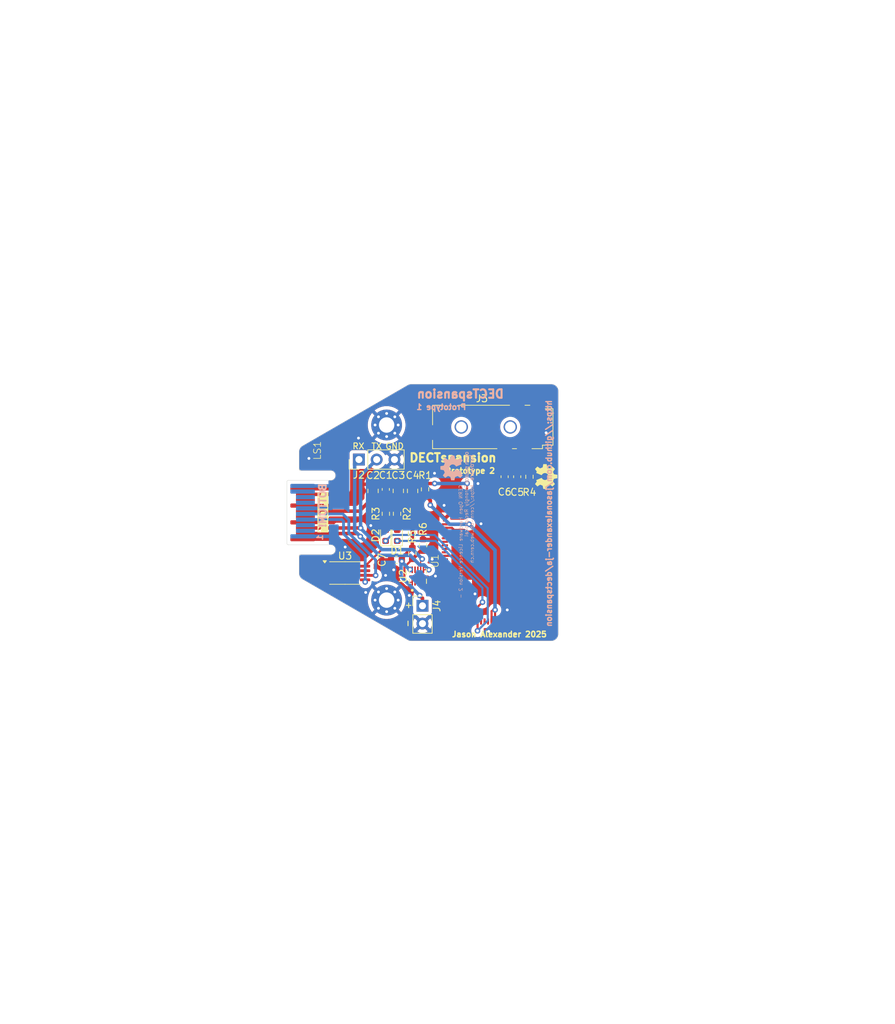
<source format=kicad_pcb>
(kicad_pcb (version 20241229) (generator "pcbnew") (generator_version "9.0")
  (title_block (title "DECTspansion DECT Telephone Expansion Module") (date "2025-07-23") (rev "Prototype 2") (comment 2 "https://cern-ohl.web.cern.ch/") (comment 3 "Licence: CERN Open Hardware Licence Version 2 - Strongly Reciprocal") (comment 4 "Author: Jason Alexander"))
  (layers (0 "F.Cu" signal) (4 "In1.Cu" signal) (6 "In2.Cu" signal) (2 "B.Cu" signal) (13 "F.Paste" user) (15 "B.Paste" user) (5 "F.SilkS" user "F.Silkscreen") (7 "B.SilkS" user "B.Silkscreen") (1 "F.Mask" user) (3 "B.Mask" user) (25 "Edge.Cuts" user))
  (net 0 "")
  (net 1 "+3V3")
  (net 2 "GND")
  (net 3 "/SDA")
  (net 4 "/SCL")
  (net 5 "/LS_C")
  (net 6 "/LS_D")
  (net 7 "/LS_E")
  (net 8 "/HS_F")
  (net 9 "/HS_G")
  (net 10 "/Mic")
  (net 11 "/HS_H")
  (net 12 "/HS_I")
  (net 13 "/Left")
  (net 14 "Net-(D2-A)")
  (net 15 "Net-(D2-K)")
  (net 18 "Net-(U1-MICh)")
  (net 19 "Net-(U1-LSRp)")
  (net 20 "Net-(D1-K)")
  (net 21 "Net-(D1-A)")
  (net 22 "Net-(U1-CHARGE)")
  (net 23 "Net-(U1-VREFp)")
  (net 68 "Net-(U2-VCC(A))")
  (net 69 "Net-(U1-URX)")
  (net 70 "Net-(U1-UTX)")
  (footprint "Package_SO:TSSOP-8_4.4x3mm_P0.65mm" (layer "F.Cu") (at 106.56 108.63)
    (property "Reference" "U3")
    (property "Value" "24LC00" (hide yes))
  )
  (footprint "custom_footprints:Jack_3.5mm_CUI_SJ-4351X-SMT_Horizontal" (layer "F.Cu") (at 126.11 87.78 180)
    (property "Reference" "J3")
    (property "Value" "AudioJack4" (hide yes))
  )
  (footprint "Capacitor_SMD:C_0805_2012Metric" (layer "F.Cu") (at 110.56 96.91 90)
    (property "Reference" "C2")
    (property "Value" "2u2" (hide yes))
  )
  (footprint "tildagon:hexpansion-edge-connector" (layer "F.Cu") (at 98.25 100)
    (property "Reference" "J1" (hide yes))
    (property "Value" "Hexpansion-Connector" (hide yes))
    (fp_line (start 0 4.4) (end 0 -4.4) (stroke (width 0.05)) (layer "Edge.Cuts"))
    (fp_line (start 6.25 -6) (end 2 -6) (stroke (width 0.05)) (layer "Edge.Cuts"))
    (fp_line (start 6.25 -4.6) (end 0.2 -4.6) (stroke (width 0.05)) (layer "Edge.Cuts"))
    (fp_line (start 6.25 4.6) (end 0.2 4.6) (stroke (width 0.05)) (layer "Edge.Cuts"))
    (fp_line (start 6.25 6) (end 2 6) (stroke (width 0.05)) (layer "Edge.Cuts"))
    (fp_arc (start 0 -4.4) (mid 0.058579 -4.541421) (end 0.2 -4.6) (stroke (width 0.05)) (layer "Edge.Cuts"))
    (fp_arc (start 0.2 4.6) (mid 0.058579 4.541421) (end 0 4.4) (stroke (width 0.05)) (layer "Edge.Cuts"))
    (fp_arc (start 6.25 -6) (mid 6.744975 -5.794975) (end 6.95 -5.3) (stroke (width 0.05)) (layer "Edge.Cuts"))
    (fp_arc (start 6.25 4.6) (mid 6.744975 4.805025) (end 6.95 5.3) (stroke (width 0.05)) (layer "Edge.Cuts"))
    (fp_arc (start 6.95 -5.3) (mid 6.744975 -4.805025) (end 6.25 -4.6) (stroke (width 0.05)) (layer "Edge.Cuts"))
    (fp_arc (start 6.95 5.3) (mid 6.744975 5.794975) (end 6.25 6) (stroke (width 0.05)) (layer "Edge.Cuts"))
  )
  (footprint "micro_piezo:CMT-322-65-SMT-TR" (layer "F.Cu") (at 104.96 91.15 180)
    (property "Reference" "LS1")
    (property "Value" "~" (hide yes))
  )
  (footprint "Resistor_SMD:R_0603_1608Metric" (layer "F.Cu") (at 117.7 104.67 -90)
    (property "Reference" "R6")
    (property "Value" "1K" (hide yes))
  )
  (footprint "Capacitor_SMD:C_0603_1608Metric" (layer "F.Cu") (at 129.35 94.885 -90)
    (property "Reference" "C6")
    (property "Value" "1n" (hide yes))
  )
  (footprint "Resistor_SMD:R_0603_1608Metric" (layer "F.Cu") (at 116.17 105.84 90)
    (property "Reference" "R5")
    (property "Value" "1K" (hide yes))
  )
  (footprint "74AVC4T3144:74AVC4T3144" (layer "F.Cu") (at 116.96 109.0625 90)
    (property "Reference" "U2")
    (property "Value" "~")
  )
  (footprint "MountingHole:MountingHole_2.2mm_M2_Pad_Via" (layer "F.Cu") (at 112.5 87.5)
    (property "Reference" "H2" (hide yes))
    (property "Value" "MountingHole_Pad" (hide yes))
  )
  (footprint "Capacitor_SMD:C_0805_2012Metric" (layer "F.Cu") (at 116.21 96.91 90)
    (property "Reference" "C4")
    (property "Value" "2u2" (hide yes))
  )
  (footprint "Resistor_SMD:R_0603_1608Metric" (layer "F.Cu") (at 112.39 100.175 90)
    (property "Reference" "R3")
    (property "Value" "470R" (hide yes))
  )
  (footprint "Capacitor_SMD:C_0603_1608Metric" (layer "F.Cu") (at 113.895 106.76 180)
    (property "Reference" "C7")
    (property "Value" "47p" (hide yes))
  )
  (footprint "Capacitor_SMD:C_0603_1608Metric" (layer "F.Cu") (at 131.15 94.885 90)
    (property "Reference" "C5")
    (property "Value" "0u1" (hide yes))
  )
  (footprint "Resistor_SMD:R_0603_1608Metric" (layer "F.Cu") (at 113.99 100.175 -90)
    (property "Reference" "R2")
    (property "Value" "470R" (hide yes))
  )
  (footprint "Connector_PinHeader_2.54mm:PinHeader_1x02_P2.54mm_Vertical" (layer "F.Cu") (at 117.62 113.31)
    (property "Reference" "J4")
    (property "Value" "Conn_01x02_Pin" (hide yes))
  )
  (footprint "Capacitor_SMD:C_0805_2012Metric" (layer "F.Cu") (at 114.17 96.91 90)
    (property "Reference" "C3")
    (property "Value" "10u" (hide yes))
  )
  (footprint "Resistor_SMD:R_0603_1608Metric" (layer "F.Cu") (at 132.9 94.89 -90)
    (property "Reference" "R4")
    (property "Value" "1K" (hide yes))
  )
  (footprint "Resistor_SMD:R_0603_1608Metric" (layer "F.Cu") (at 117.99 96.685 -90)
    (property "Reference" "R1")
    (property "Value" "1K" (hide yes))
  )
  (footprint "Connector_PinHeader_2.54mm:PinHeader_1x03_P2.54mm_Vertical" (layer "F.Cu") (at 108.54 92.43 90)
    (property "Reference" "J2")
    (property "Value" "Conn_01x03_Pin" (hide yes))
  )
  (footprint "Capacitor_SMD:C_0603_1608Metric" (layer "F.Cu") (at 112.38 96.69 90)
    (property "Reference" "C1")
    (property "Value" "47p" (hide yes))
  )
  (footprint "LED_SMD:LED_0603_1608Metric" (layer "F.Cu") (at 114.01 103.2625 90)
    (property "Reference" "D1")
    (property "Value" "OSK40603C1E" (hide yes))
  )
  (footprint "MountingHole:MountingHole_2.2mm_M2_Pad_Via" (layer "F.Cu") (at 112.5 112.5)
    (property "Reference" "H1" (hide yes))
    (property "Value" "MountingHole_Pad" (hide yes))
  )
  (footprint "custom_library:SC14CVMDECT" (layer "F.Cu") (at 130.24 106.925 -90)
    (property "Reference" "U1")
    (property "Value" "SC14CVMDECT")
  )
  (footprint "LED_SMD:LED_0603_1608Metric" (layer "F.Cu") (at 112.36 103.265 90)
    (property "Reference" "D2")
    (property "Value" "ORH-B36G" (hide yes))
  )
  (gr_poly (pts (xy 136.887737 95.080181) (xy 136.887662 95.081188) (xy 136.887539 95.08219) (xy 136.887368 95.083186) (xy 136.887152 95.084174) (xy 136.886891 95.085152) (xy 136.886587 95.08612) (xy 136.88624 95.087074) (xy 136.885853 95.088015) (xy 136.885425 95.088941) (xy 136.88496 95.089849) (xy 136.884457 95.09074) (xy 136.883918 95.09161) (xy 136.883344 95.092459) (xy 136.882736 95.093284) (xy 136.882097 95.094086) (xy 136.881426 95.094862) (xy 136.880725 95.09561) (xy 136.879996 95.096329) (xy 136.879239 95.097018) (xy 136.878456 95.097675) (xy 136.877649 95.098299) (xy 136.876817 95.098888) (xy 136.875964 95.09944) (xy 136.875089 95.099955) (xy 136.874194 95.100431) (xy 136.87328 95.100865) (xy 136.872349 95.101258) (xy 136.871401 95.101606) (xy 136.870439 95.101909) (xy 136.869463 95.102166) (xy 136.868474 95.102374) (xy 136.418603 95.186115) (xy 136.417606 95.186326) (xy 136.416606 95.186583) (xy 136.414602 95.187227) (xy 136.412604 95.188035) (xy 136.410626 95.188996) (xy 136.40868 95.190098) (xy 136.40678 95.191331) (xy 136.404938 95.192682) (xy 136.403168 95.194142) (xy 136.401482 95.195697) (xy 136.399894 95.197338) (xy 136.398417 95.199053) (xy 136.397064 95.20083) (xy 136.395847 95.202659) (xy 136.394781 95.204528) (xy 136.394308 95.205473) (xy 136.393877 95.206425) (xy 136.393491 95.207381) (xy 136.39315 95.20834) (xy 136.269722 95.509859) (xy 136.268897 95.511732) (xy 136.268208 95.513719) (xy 136.267654 95.515801) (xy 136.267234 95.517962) (xy 136.266945 95.520184) (xy 136.266788 95.522449) (xy 136.26676 95.52474) (xy 136.266861 95.52704) (xy 136.267089 95.529331) (xy 136.267444 95.531595) (xy 136.267924 95.533815) (xy 136.268527 95.535974) (xy 136.269254 95.538054) (xy 136.270101 95.540038) (xy 136.271069 95.541908) (xy 136.272156 95.543646) (xy 136.530072 95.919487) (xy 136.530623 95.920333) (xy 136.531132 95.921205) (xy 136.531598 95.9221) (xy 136.532021 95.923016) (xy 136.532402 95.923951) (xy 136.53274 95.924904) (xy 136.533037 95.925872) (xy 136.533291 95.926854) (xy 136.533504 95.927848) (xy 136.533676 95.928851) (xy 136.533895 95.930879) (xy 136.53395 95.932923) (xy 136.533842 95.934968) (xy 136.533573 95.936999) (xy 136.533145 95.938999) (xy 136.532557 95.940954) (xy 136.532205 95.94191) (xy 136.531813 95.942849) (xy 136.531383 95.943769) (xy 136.530913 95.944668) (xy 136.530405 95.945544) (xy 136.529859 95.946396) (xy 136.529275 95.947221) (xy 136.528652 95.948017) (xy 136.527992 95.948783) (xy 136.527294 95.949517) (xy 136.210773 96.266038) (xy 136.210039 96.266736) (xy 136.209273 96.267396) (xy 136.208476 96.268018) (xy 136.20765 96.268601) (xy 136.206798 96.269147) (xy 136.205921 96.269653) (xy 136.204101 96.27055) (xy 136.202204 96.271291) (xy 136.200246 96.271875) (xy 136.198243 96.272301) (xy 136.196211 96.272567) (xy 136.194163 96.272672) (xy 136.192117 96.272616) (xy 136.190086 96.272397) (xy 136.188088 96.272013) (xy 136.186136 96.271465) (xy 136.185182 96.271128) (xy 136.184246 96.27075) (xy 136.18333 96.27033) (xy 136.182435 96.269867) (xy 136.181563 96.269363) (xy 136.180716 96.268816) (xy 135.811358 96.015398) (xy 135.809612 96.014308) (xy 135.807739 96.013341) (xy 135.805756 96.012497) (xy 135.803681 96.011778) (xy 135.80153 96.011185) (xy 135.79932 96.010719) (xy 135.797068 96.010381) (xy 135.794791 96.010172) (xy 135.792507 96.010094) (xy 135.790232 96.010147) (xy 135.787983 96.010332) (xy 135.785778 96.01065) (xy 135.783633 96.011103) (xy 135.781565 96.011692) (xy 135.779591 96.012418) (xy 135.777729 96.013281) (xy 135.466685 96.146605) (xy 135.464775 96.147366) (xy 135.462883 96.148303) (xy 135.461019 96.1494) (xy 135.459195 96.150646) (xy 135.457423 96.152027) (xy 135.455713 96.15353) (xy 135.454077 96.155141) (xy 135.452526 96.156848) (xy 135.451072 96.158637) (xy 135.449726 96.160495) (xy 135.448498 96.162408) (xy 135.447401 96.164364) (xy 135.446445 96.16635) (xy 135.445642 96.168351) (xy 135.445003 96.170355) (xy 135.444539 96.172349) (xy 135.363656 96.607297) (xy 135.363443 96.608284) (xy 135.363183 96.609258) (xy 135.362875 96.610218) (xy 135.362523 96.611164) (xy 135.362128 96.612093) (xy 135.361691 96.613005) (xy 135.361213 96.613898) (xy 135.360696 96.614771) (xy 135.359551 96.616454) (xy 135.358267 96.618041) (xy 135.356857 96.619525) (xy 135.355332 96.620894) (xy 135.353703 96.622138) (xy 135.351983 96.623249) (xy 135.350184 96.624215) (xy 135.349258 96.624641) (xy 135.348316 96.625027) (xy 135.34736 96.625372) (xy 135.346392 96.625674) (xy 135.345412 96.625933) (xy 135.344423 96.626148) (xy 135.343426 96.626316) (xy 135.342422 96.626437) (xy 135.341413 96.62651) (xy 135.3404 96.626533) (xy 134.892751 96.62648) (xy 134.89174 96.626454) (xy 134.890732 96.626379) (xy 134.889729 96.626256) (xy 134.888733 96.626085) (xy 134.887744 96.625868) (xy 134.886764 96.625607) (xy 134.885795 96.625302) (xy 134.884839 96.624954) (xy 134.883896 96.624566) (xy 134.882969 96.624138) (xy 134.882058 96.623671) (xy 134.881166 96.623167) (xy 134.880294 96.622628) (xy 134.879443 96.622053) (xy 134.878615 96.621445) (xy 134.877812 96.620804) (xy 134.877035 96.620133) (xy 134.876285 96.619432) (xy 134.875564 96.618702) (xy 134.874873 96.617945) (xy 134.874215 96.617163) (xy 134.87359 96.616355) (xy 134.873 96.615524) (xy 134.872447 96.61467) (xy 134.871932 96.613796) (xy 134.871457 96.612902) (xy 134.871022 96.611989) (xy 134.870631 96.611059) (xy 134.870283 96.610113) (xy 134.869981 96.609152) (xy 134.869727 96.608178) (xy 134.869521 96.607192) (xy 134.790569 96.182932) (xy 134.790364 96.181933) (xy 134.790113 96.180933) (xy 134.789817 96.179931) (xy 134.789478 96.178931) (xy 134.788675 96.176939) (xy 134.787716 96.174971) (xy 134.786613 96.173039) (xy 134.785377 96.171155) (xy 134.784019 96.169332) (xy 134.782552 96.167583) (xy 134.780987 96.16592) (xy 134.779335 96.164357) (xy 134.777609 96.162906) (xy 134.77582 96.161579) (xy 134.773979 96.160389) (xy 134.772099 96.159349) (xy 134.77019 96.158472) (xy 134.769229 96.158098) (xy 134.768265 96.15777) (xy 134.437403 96.02532) (xy 134.435521 96.024501) (xy 134.433528 96.023817) (xy 134.431441 96.023269) (xy 134.429278 96.022855) (xy 134.427055 96.022572) (xy 134.42479 96.022421) (xy 134.4225 96.022399) (xy 134.420202 96.022505) (xy 134.417914 96.022738) (xy 134.415653 96.023097) (xy 134.413436 96.02358) (xy 134.41128 96.024185) (xy 134.409203 96.024912) (xy 134.407222 96.025759) (xy 134.405354 96.026724) (xy 134.403616 96.027807) (xy 134.052434 96.268816) (xy 134.051588 96.269367) (xy 134.050715 96.269876) (xy 134.04982 96.270341) (xy 134.048903 96.270765) (xy 134.047966 96.271145) (xy 134.047012 96.271484) (xy 134.046042 96.271781) (xy 134.045059 96.272035) (xy 134.044063 96.272248) (xy 134.043058 96.27242) (xy 134.041025 96.272639) (xy 134.038976 96.272694) (xy 134.036926 96.272586) (xy 134.034891 96.272317) (xy 134.032886 96.271888) (xy 134.030926 96.271301) (xy 134.029968 96.270949) (xy 134.029027 96.270557) (xy 134.028106 96.270126) (xy 134.027205 96.269657) (xy 134.026327 96.269149) (xy 134.025475 96.268603) (xy 134.024649 96.268019) (xy 134.023851 96.267396) (xy 134.023085 96.266736) (xy 134.022351 96.266038) (xy 133.70583 95.949464) (xy 133.705137 95.948735) (xy 133.704481 95.947973) (xy 133.703863 95.94718) (xy 133.703282 95.946358) (xy 133.702739 95.945509) (xy 133.702235 95.944634) (xy 133.701341 95.942818) (xy 133.700601 95.940924) (xy 133.700017 95.938969) (xy 133.69959 95.936967) (xy 133.699321 95.934935) (xy 133.699213 95.932887) (xy 133.699266 95.93084) (xy 133.699482 95.928808) (xy 133.699862 95.926808) (xy 133.700408 95.924855) (xy 133.700743 95.923901) (xy 133.70112 95.922965) (xy 133.70154 95.922048) (xy 133.702001 95.921152) (xy 133.702505 95.92028) (xy 133.703052 95.919434) (xy 133.939828 95.574443) (xy 133.940907 95.572709) (xy 133.941854 95.570852) (xy 133.942667 95.568888) (xy 133.943347 95.566835) (xy 133.943892 95.564709) (xy 133.944304 95.562528) (xy 133.94458 95.560308) (xy 133.944722 95.558066) (xy 133.944729 95.555819) (xy 133.9446 95.553584) (xy 133.944336 95.551377) (xy 133.943935 95.549217) (xy 133.943398 95.547119) (xy 133.942724 95.545101) (xy 133.941913 95.543179) (xy 133.940965 95.54137) (xy 133.859738 95.389235) (xy 133.859306 95.388325) (xy 133.858925 95.387408) (xy 133.858597 95.386485) (xy 133.858319 95.385557) (xy 133.858093 95.384627) (xy 133.857916 95.383695) (xy 133.857788 95.382764) (xy 133.857709 95.381834) (xy 133.857679 95.380909) (xy 133.857696 95.379988) (xy 133.85776 95.379074) (xy 133.85787 95.378168) (xy 133.858027 95.377272) (xy 133.858229 95.376388) (xy 133.858475 95.375516) (xy 133.858766 95.37466) (xy 133.8591 95.373819) (xy 133.859477 95.372996) (xy 133.859897 95.372193) (xy 133.860358 95.37141) (xy 133.860861 95.370651) (xy 133.861404 95.369915) (xy 133.861988 95.369205) (xy 133.862611 95.368522) (xy 133.863272 95.367868) (xy 133.863972 95.367244) (xy 133.86471 95.366653) (xy 133.865485 95.366095) (xy 133.866297 95.365573) (xy 133.867145 95.365087) (xy 133.868028 95.364639) (xy 133.868946 95.364232) (xy 134.626924 95.050568) (xy 134.627867 95.050205) (xy 134.628824 95.049891) (xy 134.629794 95.049624) (xy 134.630774 95.049403) (xy 134.631764 95.049229) (xy 134.63276 95.049101) (xy 134.633762 95.049017) (xy 134.634767 95.048978) (xy 134.635774 95.048983) (xy 134.636781 95.049031) (xy 134.637786 95.049121) (xy 134.638787 95.049254) (xy 134.639783 95.049428) (xy 134.640772 95.049642) (xy 134.641751 95.049897) (xy 134.64272 95.050191) (xy 134.643675 95.050524) (xy 134.644617 95.050896) (xy 134.645542 95.051305) (xy 134.646448 95.051751) (xy 134.647335 95.052234) (xy 134.648201 95.052752) (xy 134.649042 95.053306) (xy 134.649858 95.053894) (xy 134.650648 95.054517) (xy 134.651408 95.055173) (xy 134.652137 95.055861) (xy 134.652834 95.056582) (xy 134.653497 95.057335) (xy 134.654124 95.058118) (xy 134.654712 95.058932) (xy 134.655261 95.059776) (xy 134.678571 95.097849) (xy 134.680316 95.10059) (xy 134.682308 95.103515) (xy 134.684503 95.106571) (xy 134.686859 95.109703) (xy 134.689331 95.112853) (xy 134.691876 95.115969) (xy 134.694451 95.118994) (xy 134.697012 95.121873) (xy 134.714264 95.147077) (xy 134.732995 95.171131) (xy 134.75314 95.193969) (xy 134.774634 95.215525) (xy 134.797412 95.235734) (xy 134.821408 95.25453) (xy 134.846558 95.271848) (xy 134.872795 95.287622) (xy 134.900054 95.301785) (xy 134.928271 95.314274) (xy 134.95738 95.325021) (xy 134.987316 95.333961) (xy 135.018013 95.341029) (xy 135.049407 95.346159) (xy 135.081432 95.349285) (xy 135.114022 95.350341) (xy 135.139498 95.349697) (xy 135.16464 95.347785) (xy 135.189416 95.344637) (xy 135.213796 95.340284) (xy 135.237747 95.334756) (xy 135.26124 95.328085) (xy 135.284243 95.320302) (xy 135.306724 95.311438) (xy 135.328654 95.301524) (xy 135.35 95.290592) (xy 135.370732 95.278672) (xy 135.390818 95.265795) (xy 135.410227 95.251993) (xy 135.428929 95.237297) (xy 135.446892 95.221738) (xy 135.464085 95.205346) (xy 135.480477 95.188154) (xy 135.496037 95.170192) (xy 135.510734 95.151491) (xy 135.524536 95.132082) (xy 135.537413 95.111997) (xy 135.549333 95.091266) (xy 135.560266 95.069921) (xy 135.57018 95.047993) (xy 135.579044 95.025513) (xy 135.586827 95.002512) (xy 135.593498 94.979021) (xy 135.599026 94.955071) (xy 135.60338 94.930693) (xy 135.606528 94.905919) (xy 135.60844 94.88078) (xy 135.609084 94.855306) (xy 135.60844 94.829832) (xy 135.606528 94.804692) (xy 135.60338 94.779918) (xy 135.599026 94.75554) (xy 135.593498 94.731589) (xy 135.586827 94.708097) (xy 135.579044 94.685095) (xy 135.57018 94.662614) (xy 135.560266 94.640685) (xy 135.549333 94.619339) (xy 135.537413 94.598608) (xy 135.524536 94.578521) (xy 135.510734 94.559111) (xy 135.496037 94.540409) (xy 135.480477 94.522446) (xy 135.464085 94.505252) (xy 135.446892 94.488859) (xy 135.428929 94.473299) (xy 135.410227 94.458601) (xy 135.390818 94.444798) (xy 135.370732 94.431921) (xy 135.35 94.42) (xy 135.328654 94.409066) (xy 135.306724 94.399151) (xy 135.284243 94.390287) (xy 135.26124 94.382503) (xy 135.237747 94.375831) (xy 135.213796 94.370303) (xy 135.189416 94.365949) (xy 135.16464 94.3628) (xy 135.139498 94.360888) (xy 135.114022 94.360244) (xy 135.09766 94.36051) (xy 135.081432 94.361301) (xy 135.065344 94.36261) (xy 135.049407 94.364428) (xy 135.033627 94.366747) (xy 135.018013 94.369559) (xy 135.002574 94.372855) (xy 134.987316 94.376628) (xy 134.972249 94.380869) (xy 134.95738 94.38557) (xy 134.942718 94.390722) (xy 134.928271 94.396318) (xy 134.914047 94.40235) (xy 134.900054 94.408808) (xy 134.872795 94.422973) (xy 134.846557 94.438748) (xy 134.821408 94.456066) (xy 134.797412 94.474863) (xy 134.774634 94.495071) (xy 134.75314 94.516626) (xy 134.732995 94.539462) (xy 134.714264 94.563512) (xy 134.697012 94.588712) (xy 134.694451 94.591607) (xy 134.691876 94.594643) (xy 134.689331 94.597765) (xy 134.686859 94.600919) (xy 134.684503 94.604052) (xy 134.682308 94.607111) (xy 134.680316 94.610041) (xy 134.678571 94.612789) (xy 134.655261 94.650862) (xy 134.654712 94.651711) (xy 134.654124 94.652529) (xy 134.653497 94.653316) (xy 134.652834 94.654072) (xy 134.652137 94.654796) (xy 134.651408 94.655487) (xy 134.649858 94.65677) (xy 134.648201 94.657915) (xy 134.646448 94.658917) (xy 134.644617 94.659773) (xy 134.64272 94.660477) (xy 134.640772 94.661024) (xy 134.638787 94.66141) (xy 134.636781 94.66163) (xy 134.634767 94.661679) (xy 134.63276 94.661552) (xy 134.631764 94.661421) (xy 134.630774 94.661245) (xy 134.629794 94.661022) (xy 134.628824 94.660752) (xy 134.627867 94.660435) (xy 134.626924 94.66007) (xy 133.868972 94.34638) (xy 133.868054 94.345973) (xy 133.867171 94.345525) (xy 133.866323 94.345039) (xy 133.865511 94.344516) (xy 133.864735 94.343957) (xy 133.863996 94.343365) (xy 133.863296 94.342741) (xy 133.862633 94.342086) (xy 133.862009 94.341403) (xy 133.861425 94.340692) (xy 133.860881 94.339955) (xy 133.860378 94.339195) (xy 133.859915 94.338411) (xy 133.859495 94.337607) (xy 133.859117 94.336784) (xy 133.858782 94.335942) (xy 133.858491 94.335085) (xy 133.858244 94.334213) (xy 133.858042 94.333328) (xy 133.857885 94.332432) (xy 133.857774 94.331526) (xy 133.85771 94.330612) (xy 133.857693 94.329692) (xy 133.857724 94.328766) (xy 133.857804 94.327837) (xy 133.857932 94.326907) (xy 133.85811 94.325976) (xy 133.858338 94.325047) (xy 133.858617 94.324121) (xy 133.858947 94.3232) (xy 133.85933 94.322284) (xy 133.859764 94.321377) (xy 133.940992 94.169242) (xy 133.941939 94.167437) (xy 133.942749 94.165519) (xy 133.943422 94.163503) (xy 133.943958 94.161406) (xy 133.944357 94.159246) (xy 133.94462 94.15704) (xy 133.944747 94.154804) (xy 133.944739 94.152556) (xy 133.944596 94.150313) (xy 133.944318 94.148091) (xy 133.943907 94.145908) (xy 133.943362 94.143781) (xy 133.942683 94.141726) (xy 133.941872 94.139761) (xy 133.940929 94.137903) (xy 133.939854 94.136169) (xy 133.703078 93.791205) (xy 133.702532 93.790356) (xy 133.702028 93.789482) (xy 133.701566 93.788584) (xy 133.701147 93.787666) (xy 133.700769 93.786728) (xy 133.700434 93.785773) (xy 133.70014 93.784803) (xy 133.699888 93.783818) (xy 133.699678 93.782823) (xy 133.699508 93.781818) (xy 133.699293 93.779786) (xy 133.699239 93.777738) (xy 133.699348 93.77569) (xy 133.699616 93.773658) (xy 133.700043 93.771656) (xy 133.700627 93.7697) (xy 133.700977 93.768744) (xy 133.701367 93.767805) (xy 133.701795 93.766886) (xy 133.702261 93.765988) (xy 133.702766 93.765112) (xy 133.703308 93.764262) (xy 133.703889 93.763438) (xy 133.704507 93.762644) (xy 133.705163 93.76188) (xy 133.705856 93.761148) (xy 134.022378 93.444574) (xy 134.023111 93.443879) (xy 134.023878 93.44322) (xy 134.024675 93.4426) (xy 134.025501 93.442018) (xy 134.026354 93.441473) (xy 134.027231 93.440967) (xy 134.029054 93.44007) (xy 134.030952 93.439328) (xy 134.032912 93.438742) (xy 134.034917 93.438314) (xy 134.036953 93.438046) (xy 134.039003 93.437938) (xy 134.041052 93.437992) (xy 134.043084 93.438209) (xy 134.045085 93.438591) (xy 134.047038 93.43914) (xy 134.047993 93.439477) (xy 134.048929 93.439856) (xy 134.049846 93.440277) (xy 134.050742 93.440741) (xy 134.051614 93.441247) (xy 134.052461 93.441796) (xy 134.403642 93.682779) (xy 134.40538 93.68387) (xy 134.407248 93.684843) (xy 134.409229 93.685696) (xy 134.411306 93.686427) (xy 134.413462 93.687036) (xy 134.415679 93.68752) (xy 134.41794 93.68788) (xy 134.420228 93.688113) (xy 134.422526 93.688219) (xy 134.424816 93.688197) (xy 134.427081 93.688044) (xy 134.429304 93.687761) (xy 134.431467 93.687345) (xy 134.433554 93.686796) (xy 134.435547 93.686112) (xy 134.437429 93.685292) (xy 134.768291 93.552842) (xy 134.769255 93.552516) (xy 134.770216 93.552143) (xy 134.772125 93.551268) (xy 134.774006 93.550228) (xy 134.775846 93.549036) (xy 134.777636 93.547706) (xy 134.779362 93.546251) (xy 134.781013 93.544683) (xy 134.782578 93.543016) (xy 134.784045 93.541262) (xy 134.785403 93.539435) (xy 134.786639 93.537547) (xy 134.787743 93.535611) (xy 134.788702 93.533641) (xy 134.789504 93.531649) (xy 134.790139 93.529649) (xy 134.79039 93.52865) (xy 134.790595 93.527653) (xy 134.869547 93.103394) (xy 134.869753 93.102405) (xy 134.870007 93.101429) (xy 134.870309 93.100467) (xy 134.870657 93.099519) (xy 134.871049 93.098588) (xy 134.871483 93.097674) (xy 134.871958 93.096779) (xy 134.872473 93.095904) (xy 134.873027 93.09505) (xy 134.873616 93.094219) (xy 134.8749 93.092629) (xy 134.876311 93.091143) (xy 134.877838 93.089771) (xy 134.87947 93.088524) (xy 134.881192 93.087411) (xy 134.882995 93.086443) (xy 134.884865 93.085628) (xy 134.885822 93.085281) (xy 134.88679 93.084977) (xy 134.88777 93.084716) (xy 134.888759 93.0845) (xy 134.889756 93.084329) (xy 134.890759 93.084206) (xy 134.891766 93.084131) (xy 134.892777 93.084106) (xy 135.340426 93.084079) (xy 135.341437 93.084105) (xy 135.342444 93.084179) (xy 135.343446 93.084302) (xy 135.344441 93.084472) (xy 135.345428 93.084688) (xy 135.346406 93.084948) (xy 135.347373 93.085252) (xy 135.348327 93.085598) (xy 135.349267 93.085984) (xy 135.350192 93.086411) (xy 135.3511 93.086876) (xy 135.35199 93.087378) (xy 135.35286 93.087916) (xy 135.353708 93.088489) (xy 135.354534 93.089096) (xy 135.355335 93.089735) (xy 135.356111 93.090405) (xy 135.356859 93.091105) (xy 135.357579 93.091834) (xy 135.358269 93.092591) (xy 135.358927 93.093373) (xy 135.359552 93.094181) (xy 135.360142 93.095013) (xy 135.360696 93.095867) (xy 135.361213 93.096742) (xy 135.361691 93.097638) (xy 135.362128 93.098553) (xy 135.362524 93.099485) (xy 135.362875 93.100434) (xy 135.363183 93.101398) (xy 135.363443 93.102376) (xy 135.363656 93.103368) (xy 135.444539 93.53829) (xy 135.444749 93.539289) (xy 135.445003 93.540293) (xy 135.445642 93.542304) (xy 135.446445 93.544311) (xy 135.447401 93.546301) (xy 135.448498 93.54826) (xy 135.449726 93.550175) (xy 135.451072 93.552033) (xy 135.452526 93.553821) (xy 135.454077 93.555526) (xy 135.455713 93.557135) (xy 135.457423 93.558634) (xy 135.459195 93.560011) (xy 135.461019 93.561253) (xy 135.462883 93.562346) (xy 135.464775 93.563277) (xy 135.465729 93.563678) (xy 135.466685 93.564034) (xy 135.777729 93.697384) (xy 135.779591 93.698242) (xy 135.781565 93.698964) (xy 135.783633 93.69955) (xy 135.785778 93.7) (xy 135.787983 93.700317) (xy 135.790232 93.700501) (xy 135.792507 93.700554) (xy 135.794791 93.700476) (xy 135.797068 93.700269) (xy 135.79932 93.699934) (xy 135.80153 93.699471) (xy 135.803681 93.698883) (xy 135.805756 93.69817) (xy 135.807739 93.697333) (xy 135.809612 93.696374) (xy 135.811358 93.695293) (xy 136.180716 93.441849) (xy 136.181563 93.441298) (xy 136.182435 93.440789) (xy 136.18333 93.440324) (xy 136.184246 93.439901) (xy 136.185182 93.439521) (xy 136.186136 93.439183) (xy 136.187105 93.438887) (xy 136.188088 93.438633) (xy 136.189082 93.438421) (xy 136.190086 93.43825) (xy 136.192117 93.438033) (xy 136.194163 93.43798) (xy 136.196211 93.438089) (xy 136.198243 93.438359) (xy 136.200246 93.438788) (xy 136.202204 93.439375) (xy 136.203161 93.439728) (xy 136.204101 93.440119) (xy 136.205021 93.440549) (xy 136.205921 93.441017) (xy 136.206798 93.441524) (xy 136.20765 93.442069) (xy 136.208476 93.442652) (xy 136.209273 93.443273) (xy 136.210039 93.443931) (xy 136.210773 93.444627) (xy 136.527294 93.761175) (xy 136.527992 93.761906) (xy 136.528652 93.76267) (xy 136.529275 93.763465) (xy 136.529859 93.764288) (xy 136.530405 93.765139) (xy 136.530913 93.766014) (xy 136.531813 93.767832) (xy 136.532557 93.769727) (xy 136.533144 93.771683) (xy 136.533573 93.773685) (xy 136.533842 93.775717) (xy 136.53395 93.777765) (xy 136.533895 93.779812) (xy 136.533676 93.781844) (xy 136.533291 93.783845) (xy 136.53274 93.7858) (xy 136.532402 93.786755) (xy 136.532021 93.787693) (xy 136.531598 93.788611) (xy 136.531132 93.789508) (xy 136.530623 93.790383) (xy 136.530072 93.791232) (xy 136.272156 94.167046) (xy 136.271069 94.168779) (xy 136.270101 94.170645) (xy 136.269254 94.172625) (xy 136.268527 94.174702) (xy 136.267924 94.176859) (xy 136.267444 94.179078) (xy 136.267089 94.181341) (xy 136.266861 94.183632) (xy 136.26676 94.185932) (xy 136.266788 94.188224) (xy 136.266945 94.190491) (xy 136.267233 94.192715) (xy 136.267654 94.194878) (xy 136.268208 94.196964) (xy 136.268897 94.198955) (xy 136.269722 94.200833) (xy 136.39315 94.502379) (xy 136.393877 94.504298) (xy 136.394781 94.506198) (xy 136.395847 94.508069) (xy 136.397064 94.509899) (xy 136.398417 94.511677) (xy 136.399894 94.513392) (xy 136.401482 94.515032) (xy 136.403168 94.516587) (xy 136.404938 94.518044) (xy 136.40678 94.519394) (xy 136.40868 94.520625) (xy 136.410626 94.521726) (xy 136.412604 94.522685) (xy 136.414602 94.523492) (xy 136.416606 94.524135) (xy 136.418603 94.524603) (xy 136.868474 94.608318) (xy 136.869463 94.608526) (xy 136.870439 94.608782) (xy 136.871401 94.609086) (xy 136.872349 94.609434) (xy 136.87328 94.609826) (xy 136.874194 94.610261) (xy 136.875089 94.610736) (xy 136.875964 94.611251) (xy 136.876817 94.611803) (xy 136.877649 94.612392) (xy 136.879239 94.613672) (xy 136.880725 94.61508) (xy 136.882097 94.616602) (xy 136.883344 94.618228) (xy 136.884457 94.619946) (xy 136.885425 94.621742) (xy 136.885853 94.622666) (xy 136.88624 94.623606) (xy 136.886587 94.624559) (xy 136.886891 94.625525) (xy 136.887152 94.626502) (xy 136.887368 94.627488) (xy 136.887539 94.628482) (xy 136.887662 94.629482) (xy 136.887737 94.630487) (xy 136.887762 94.631495) (xy 136.887762 95.07917)) (stroke (width -0.000001)) (fill yes) (layer "F.SilkS"))
  (gr_poly (pts (xy 123.728439 93.598108) (xy 123.72931 93.612827) (xy 123.730741 93.62696) (xy 123.732716 93.640533) (xy 123.735219 93.653572) (xy 123.738232 93.666104) (xy 123.74174 93.678155) (xy 123.745726 93.68975) (xy 123.750173 93.700917) (xy 123.755065 93.711681) (xy 123.760386 93.722069) (xy 123.766118 93.732106) (xy 123.772246 93.74182) (xy 123.778752 93.751236) (xy 123.785621 93.760381) (xy 123.792835 93.769281) (xy 123.86213 93.710278) (xy 123.857319 93.703239) (xy 123.852718 93.696159) (xy 123.84834 93.689021) (xy 123.8442 93.681806) (xy 123.840312 93.674497) (xy 123.836688 93.667077) (xy 123.833345 93.659526) (xy 123.830294 93.651829) (xy 123.82755 93.643965) (xy 123.825127 93.635919) (xy 123.823039 93.627672) (xy 123.821299 93.619207) (xy 123.819922 93.610505) (xy 123.818921 93.601548) (xy 123.81831 93.59232) (xy 123.818103 93.582802) (xy 123.818174 93.577212) (xy 123.818385 93.571854) (xy 123.818733 93.566725) (xy 123.819215 93.561821) (xy 123.819829 93.557139) (xy 123.82057 93.552674) (xy 123.821437 93.548424) (xy 123.822427 93.544385) (xy 123.823535 93.540553) (xy 123.824761 93.536924) (xy 123.8261 93.533496) (xy 123.827549 93.530263) (xy 123.829106 93.527224) (xy 123.830768 93.524374) (xy 123.832532 93.521709) (xy 123.834395 93.519226) (xy 123.836354 93.516921) (xy 123.838405 93.514792) (xy 123.840547 93.512833) (xy 123.842776 93.511042) (xy 123.845089 93.509415) (xy 123.847484 93.507949) (xy 123.849957 93.506639) (xy 123.852505 93.505482) (xy 123.855126 93.504475) (xy 123.857816 93.503614) (xy 123.860573 93.502895) (xy 123.863393 93.502315) (xy 123.866274 93.50187) (xy 123.869213 93.501557) (xy 123.872207 93.501371) (xy 123.875253 93.50131) (xy 123.879114 93.50149) (xy 123.882949 93.502047) (xy 123.886736 93.503007) (xy 123.890449 93.504397) (xy 123.894063 93.506242) (xy 123.897553 93.508569) (xy 123.900896 93.511403) (xy 123.902504 93.513019) (xy 123.904066 93.514771) (xy 123.905579 93.516664) (xy 123.907039 93.518699) (xy 123.908444 93.520881) (xy 123.909791 93.523213) (xy 123.911075 93.525699) (xy 123.912295 93.52834) (xy 123.914529 93.534105) (xy 123.916467 93.540534) (xy 123.918084 93.547654) (xy 123.919356 93.55549) (xy 123.920259 93.56407) (xy 123.925842 93.642783) (xy 123.926612 93.651838) (xy 123.927689 93.66055) (xy 123.929065 93.668923) (xy 123.930734 93.67696) (xy 123.932689 93.684666) (xy 123.934922 93.692044) (xy 123.937427 93.699096) (xy 123.940197 93.705828) (xy 123.943225 93.712243) (xy 123.946504 93.718344) (xy 123.950027 93.724134) (xy 123.953788 93.729619) (xy 123.95778 93.7348) (xy 123.961995 93.739682) (xy 123.966427 93.744269) (xy 123.971069 93.748564) (xy 123.975914 93.75257) (xy 123.980955 93.756291) (xy 123.986185 93.759732) (xy 123.991597 93.762895) (xy 123.997186 93.765784) (xy 124.002942 93.768403) (xy 124.008861 93.770755) (xy 124.014934 93.772844) (xy 124.021155 93.774674) (xy 124.027517 93.776248) (xy 124.040637 93.778644) (xy 124.054239 93.78006) (xy 124.068267 93.780525) (xy 124.07685 93.780275) (xy 124.0852 93.77953) (xy 124.093314 93.778303) (xy 124.101189 93.776605) (xy 124.108823 93.774447) (xy 124.116213 93.771841) (xy 124.123358 93.768798) (xy 124.130253 93.765329) (xy 124.136897 93.761445) (xy 124.143288 93.757158) (xy 124.149421 93.752479) (xy 124.155296 93.74742) (xy 124.160909 93.741991) (xy 124.166258 93.736205) (xy 124.171341 93.730072) (xy 124.176154 93.723603) (xy 124.180695 93.716811) (xy 124.184962 93.709706) (xy 124.192662 93.694604) (xy 124.199233 93.678387) (xy 124.204656 93.661147) (xy 124.20891 93.642972) (xy 124.211973 93.623955) (xy 124.213826 93.604186) (xy 124.214449 93.583755) (xy 124.214119 93.569415) (xy 124.213129 93.555214) (xy 124.211476 93.541158) (xy 124.209161 93.527254) (xy 124.206181 93.513509) (xy 124.202536 93.49993) (xy 124.198223 93.486524) (xy 124.193242 93.473298) (xy 124.187592 93.460258) (xy 124.18127 93.447412) (xy 124.174276 93.434767) (xy 124.166608 93.422328) (xy 124.158265 93.410104) (xy 124.149246 93.398101) (xy 124.139549 93.386327) (xy 124.129173 93.374787) (xy 124.06361 93.441303) (xy 124.070939 93.44908) (xy 124.077803 93.456967) (xy 124.084202 93.464986) (xy 124.090134 93.473158) (xy 124.095598 93.481507) (xy 124.100593 93.490053) (xy 124.105118 93.498819) (xy 124.109171 93.507826) (xy 124.112752 93.517097) (xy 124.115859 93.526654) (xy 124.118492 93.536517) (xy 124.120648 93.546711) (xy 124.122327 93.557255) (xy 124.123528 93.568173) (xy 124.124249 93.579486) (xy 124.12449 93.591216) (xy 124.12443 93.596264) (xy 124.124249 93.60122) (xy 124.123948 93.60608) (xy 124.123527 93.610838) (xy 124.122986 93.615492) (xy 124.122325 93.620035) (xy 124.121544 93.624465) (xy 124.120644 93.628775) (xy 124.119625 93.632962) (xy 124.118486 93.637021) (xy 124.117229 93.640949) (xy 124.115852 93.644739) (xy 124.114357 93.648388) (xy 124.112743 93.651892) (xy 124.111011 93.655245) (xy 124.109161 93.658443) (xy 124.107193 93.661483) (xy 124.105106 93.664359) (xy 124.102902 93.667067) (xy 124.100581 93.669602) (xy 124.098142 93.67196) (xy 124.095586 93.674136) (xy 124.092912 93.676127) (xy 124.090122 93.677927) (xy 124.087215 93.679532) (xy 124.084192 93.680938) (xy 124.081052 93.682139) (xy 124.077795 93.683133) (xy 124.074423 93.683913) (xy 124.070934 93.684476) (xy 124.06733 93.684817) (xy 124.06361 93.684932) (xy 124.060515 93.684858) (xy 124.057555 93.68464) (xy 124.054726 93.68428) (xy 124.052025 93.683782) (xy 124.04945 93.683148) (xy 124.046997 93.682383) (xy 124.044664 93.68149) (xy 124.042447 93.68047) (xy 124.040345 93.679329) (xy 124.038353 93.678069) (xy 124.03647 93.676693) (xy 124.034692 93.675205) (xy 124.033016 93.673608) (xy 124.031439 93.671905) (xy 124.029959 93.670099) (xy 124.028573 93.668193) (xy 124.027277 93.666192) (xy 124.026069 93.664097) (xy 124.023904 93.659642) (xy 124.022056 93.654854) (xy 124.020502 93.64976) (xy 124.019217 93.644384) (xy 124.01818 93.638753) (xy 124.017366 93.632892) (xy 124.016752 93.626829) (xy 124.009264 93.54248) (xy 124.007563 93.527976) (xy 124.004925 93.51401) (xy 124.003257 93.507246) (xy 124.001358 93.500637) (xy 123.999229 93.494189) (xy 123.996872 93.48791) (xy 123.994286 93.481807) (xy 123.991474 93.475886) (xy 123.988436 93.470155) (xy 123.985173 93.464619) (xy 123.981686 93.459287) (xy 123.977977 93.454165) (xy 123.974046 93.449259) (xy 123.969894 93.444577) (xy 123.965523 93.440126) (xy 123.960934 93.435912) (xy 123.956127 93.431942) (xy 123.951103 93.428224) (xy 123.945865 93.424763) (xy 123.940412 93.421567) (xy 123.934746 93.418644) (xy 123.928867 93.415998) (xy 123.922778 93.413638) (xy 123.916478 93.411571) (xy 123.909969 93.409803) (xy 123.903253 93.40834) (xy 123.896329 93.407191) (xy 123.889199 93.406362) (xy 123.881865 93.405859) (xy 123.874327 93.40569) (xy 123.865415 93.405914) (xy 123.856779 93.406578) (xy 123.848418 93.407672) (xy 123.840334 93.409187) (xy 123.832526 93.411114) (xy 123.824995 93.413442) (xy 123.817741 93.416161) (xy 123.810766 93.419262) (xy 123.80407 93.422735) (xy 123.797653 93.42657) (xy 123.791515 93.430758) (xy 123.785658 93.435288) (xy 123.780081 93.440151) (xy 123.774786 93.445337) (xy 123.769772 93.450836) (xy 123.765041 93.456639) (xy 123.760592 93.462736) (xy 123.756427 93.469116) (xy 123.752545 93.47577) (xy 123.748948 93.482689) (xy 123.745636 93.489863) (xy 123.742609 93.497281) (xy 123.737412 93.512813) (xy 123.733364 93.529207) (xy 123.730467 93.546384) (xy 123.728726 93.564266) (xy 123.728145 93.582776)) (stroke (width -0.000001)) (fill yes) (layer "B.SilkS"))
  (gr_poly (pts (xy 124.478974 94.392832) (xy 124.480423 94.413431) (xy 124.482908 94.433045) (xy 124.484556 94.442463) (xy 124.486484 94.451611) (xy 124.488699 94.46048) (xy 124.491208 94.469063) (xy 124.494018 94.477351) (xy 124.497135 94.485336) (xy 124.500568 94.493011) (xy 124.504323 94.500366) (xy 124.508406 94.507395) (xy 124.512826 94.514089) (xy 124.517589 94.52044) (xy 124.522702 94.526439) (xy 124.528172 94.53208) (xy 124.534006 94.537353) (xy 124.540212 94.54225) (xy 124.546795 94.546764) (xy 124.553764 94.550887) (xy 124.561125 94.55461) (xy 124.568885 94.557925) (xy 124.577052 94.560824) (xy 124.585632 94.5633) (xy 124.594632 94.565343) (xy 124.60406 94.566947) (xy 124.613922 94.568102) (xy 124.624226 94.568801) (xy 124.634978 94.569036) (xy 124.959198 94.569036) (xy 124.959198 94.473416) (xy 124.917023 94.473416) (xy 124.917023 94.471564) (xy 124.922971 94.467714) (xy 124.928505 94.463529) (xy 124.933629 94.458981) (xy 124.938346 94.454043) (xy 124.942662 94.448687) (xy 124.94658 94.442887) (xy 124.950106 94.436614) (xy 124.953242 94.429842) (xy 124.955993 94.422543) (xy 124.958364 94.414691) (xy 124.960358 94.406256) (xy 124.961981 94.397213) (xy 124.963235 94.387534) (xy 124.964126 94.377191) (xy 124.964657 94.366158) (xy 124.964834 94.354406) (xy 124.964651 94.344609) (xy 124.964108 94.335073) (xy 124.963214 94.325801) (xy 124.961975 94.316798) (xy 124.9604 94.308065) (xy 124.958496 94.299606) (xy 124.956272 94.291425) (xy 124.953735 94.283525) (xy 124.950893 94.275909) (xy 124.947755 94.268581) (xy 124.944327 94.261542) (xy 124.940619 94.254798) (xy 124.936637 94.248351) (xy 124.93239 94.242205) (xy 124.927886 94.236362) (xy 124.923132 94.230826) (xy 124.918137 94.2256) (xy 124.912908 94.220688) (xy 124.907453 94.216092) (xy 124.90178 94.211817) (xy 124.895897 94.207865) (xy 124.889811 94.204239) (xy 124.883532 94.200943) (xy 124.877066 94.19798) (xy 124.870422 94.195354) (xy 124.863607 94.193067) (xy 124.85663 94.191123) (xy 124.849497 94.189525) (xy 124.842218 94.188277) (xy 124.8348 94.187381) (xy 124.82725 94.186841) (xy 124.819578 94.18666) (xy 124.814894 94.186762) (xy 124.814894 94.276672) (xy 124.820813 94.276972) (xy 124.826609 94.277886) (xy 124.832246 94.279434) (xy 124.83769 94.281638) (xy 124.840328 94.282992) (xy 124.842904 94.284517) (xy 124.845413 94.286216) (xy 124.847852 94.288092) (xy 124.850215 94.290147) (xy 124.852498 94.292383) (xy 124.854697 94.294804) (xy 124.856807 94.297412) (xy 124.858824 94.300209) (xy 124.860744 94.303197) (xy 124.862561 94.306381) (xy 124.864271 94.309761) (xy 124.865871 94.313341) (xy 124.867354 94.317124) (xy 124.868718 94.321111) (xy 124.869957 94.325305) (xy 124.872043 94.334326) (xy 124.873578 94.344206) (xy 124.874525 94.354968) (xy 124.874849 94.36663) (xy 124.874736 94.380954) (xy 124.874343 94.394085) (xy 124.873584 94.40606) (xy 124.872377 94.416917) (xy 124.871579 94.421938) (xy 124.870637 94.426693) (xy 124.869541 94.431187) (xy 124.868281 94.435424) (xy 124.866846 94.439409) (xy 124.865225 94.443148) (xy 124.863408 94.446643) (xy 124.861385 94.449901) (xy 124.859144 94.452925) (xy 124.856676 94.455721) (xy 124.853971 94.458293) (xy 124.851017 94.460645) (xy 124.847804 94.462782) (xy 124.844321 94.46471) (xy 124.840559 94.466431) (xy 124.836507 94.467952) (xy 124.832153 94.469277) (xy 124.827489 94.47041) (xy 124.822502 94.471356) (xy 124.817184 94.472119) (xy 124.811523 94.472705) (xy 124.805508 94.473118) (xy 124.79913 94.473362) (xy 124.792378 94.473442) (xy 124.757691 94.473442) (xy 124.757691 94.359142) (xy 124.757757 94.353959) (xy 124.757952 94.34895) (xy 124.758276 94.344116) (xy 124.758726 94.339456) (xy 124.759301 94.334969) (xy 124.759998 94.330653) (xy 124.760815 94.326509) (xy 124.761751 94.322537) (xy 124.762804 94.318734) (xy 124.763972 94.315101) (xy 124.765253 94.311636) (xy 124.766644 94.30834) (xy 124.768145 94.305211) (xy 124.769754 94.302249) (xy 124.771468 94.299453) (xy 124.773285 94.296823) (xy 124.775204 94.294357) (xy 124.777222 94.292055) (xy 124.779339 94.289917) (xy 124.781551 94.287941) (xy 124.783858 94.286127) (xy 124.786256 94.284475) (xy 124.788745 94.282983) (xy 124.791322 94.281651) (xy 124.793986 94.280478) (xy 124.796734 94.279464) (xy 124.799565 94.278608) (xy 124.802477 94.277909) (xy 124.805468 94.277367) (xy 124.808535 94.27698) (xy 124.811678 94.276749) (xy 124.814894 94.276672) (xy 124.814894 94.186762) (xy 124.812498 94.186814) (xy 124.805494 94.187275) (xy 124.798575 94.188043) (xy 124.791751 94.189116) (xy 124.785031 94.190496) (xy 124.778427 94.19218) (xy 124.771946 94.194169) (xy 124.7656 94.196462) (xy 124.759398 94.199058) (xy 124.753349 94.201957) (xy 124.747464 94.205159) (xy 124.741752 94.208662) (xy 124.736224 94.212467) (xy 124.730888 94.216572) (xy 124.725755 94.220978) (xy 124.720835 94.225683) (xy 124.716137 94.230687) (xy 124.711671 94.23599) (xy 124.707447 94.241591) (xy 124.703474 94.24749) (xy 124.699763 94.253685) (xy 124.696324 94.260177) (xy 124.693165 94.266965) (xy 124.690298 94.274048) (xy 124.687731 94.281427) (xy 124.685474 94.289099) (xy 124.683538 94.297065) (xy 124.681932 94.305324) (xy 124.680666 94.313876) (xy 124.679749 94.32272) (xy 124.679192 94.331856) (xy 124.679004 94.341283) (xy 124.679004 94.473416) (xy 124.629342 94.473416) (xy 124.62125 94.473073) (xy 124.617452 94.472641) (xy 124.613818 94.472034) (xy 124.610343 94.471249) (xy 124.607026 94.470284) (xy 124.603865 94.469137) (xy 124.600857 94.467808) (xy 124.598 94.466292) (xy 124.59529 94.46459) (xy 124.592727 94.462698) (xy 124.590308 94.460616) (xy 124.58803 94.45834) (xy 124.58589 94.45587) (xy 124.583887 94.453203) (xy 124.582018 94.450338) (xy 124.580281 94.447272) (xy 124.578673 94.444003) (xy 124.575836 94.436852) (xy 124.573487 94.428869) (xy 124.571608 94.420039) (xy 124.57018 94.410346) (xy 124.569183 94.399776) (xy 124.568599 94.388314) (xy 124.568408 94.375944) (xy 124.568521 94.366935) (xy 124.568866 94.358513) (xy 124.569457 94.350649) (xy 124.570305 94.343315) (xy 124.570829 94.339837) (xy 124.571422 94.33648) (xy 124.572086 94.333241) (xy 124.572822 94.330116) (xy 124.573631 94.327102) (xy 124.574515 94.324195) (xy 124.575476 94.321392) (xy 124.576515 94.318688) (xy 124.577633 94.31608) (xy 124.578833 94.313564) (xy 124.580115 94.311138) (xy 124.581481 94.308797) (xy 124.582933 94.306537) (xy 124.584473 94.304356) (xy 124.586101 94.302248) (xy 124.587819 94.300212) (xy 124.58963 94.298243) (xy 124.591533 94.296338) (xy 124.593532 94.294492) (xy 124.595627 94.292703) (xy 124.597819 94.290967) (xy 124.600112 94.28928) (xy 124.602505 94.287638) (xy 124.605001 94.286038) (xy 124.54785 94.211055) (xy 124.538726 94.218094) (xy 124.530331 94.225512) (xy 124.522646 94.233311) (xy 124.51565 94.241498) (xy 124.509326 94.250075) (xy 124.503654 94.259046) (xy 124.498614 94.268415) (xy 124.494186 94.278186) (xy 124.490352 94.288364) (xy 124.487092 94.298952) (xy 124.484387 94.309954) (xy 124.482217 94.321374) (xy 124.480563 94.333216) (xy 124.479406 94.345484) (xy 124.478725 94.358181) (xy 124.478503 94.371313)) (stroke (width -0.000001)) (fill yes) (layer "B.SilkS"))
  (gr_poly (pts (xy 123.728421 92.048736) (xy 123.729315 92.059068) (xy 123.730775 92.069031) (xy 123.732775 92.078626) (xy 123.735292 92.087854) (xy 123.738301 92.096715) (xy 123.741776 92.105212) (xy 123.745693 92.113346) (xy 123.750027 92.121117) (xy 123.754755 92.128528) (xy 123.75985 92.135579) (xy 123.765288 92.142271) (xy 123.771044 92.148607) (xy 123.777095 92.154586) (xy 123.783414 92.160211) (xy 123.789977 92.165482) (xy 123.796291 92.170182) (xy 123.802669 92.174458) (xy 123.809242 92.178329) (xy 123.816139 92.181811) (xy 123.819751 92.18341) (xy 123.823493 92.184919) (xy 123.827381 92.186338) (xy 123.831432 92.18767) (xy 123.835662 92.188917) (xy 123.840088 92.190081) (xy 123.849591 92.192169) (xy 123.860072 92.193949) (xy 123.871661 92.195438) (xy 123.884488 92.196653) (xy 123.898685 92.19761) (xy 123.914381 92.198326) (xy 123.931708 92.198817) (xy 123.950795 92.199099) (xy 123.971773 92.19919) (xy 124.011517 92.198817) (xy 124.044302 92.19761) (xy 124.058407 92.196653) (xy 124.071158 92.195438) (xy 124.082686 92.193949) (xy 124.093117 92.192169) (xy 124.102582 92.190081) (xy 124.111209 92.18767) (xy 124.119127 92.184919) (xy 124.126465 92.18181) (xy 124.133351 92.178329) (xy 124.139914 92.174458) (xy 124.146284 92.170182) (xy 124.152589 92.165482) (xy 124.159152 92.160211) (xy 124.165472 92.154586) (xy 124.171522 92.148607) (xy 124.177279 92.142271) (xy 124.182717 92.135579) (xy 124.187812 92.128528) (xy 124.192539 92.121117) (xy 124.196873 92.113346) (xy 124.200791 92.105212) (xy 124.202585 92.101009) (xy 124.204266 92.096715) (xy 124.20583 92.09233) (xy 124.207274 92.087853) (xy 124.208595 92.083286) (xy 124.209791 92.078626) (xy 124.210857 92.073875) (xy 124.211791 92.069031) (xy 124.21259 92.064096) (xy 124.213251 92.059068) (xy 124.21377 92.053948) (xy 124.214145 92.048736) (xy 124.214372 92.04343) (xy 124.214448 92.038032) (xy 124.214188 92.029013) (xy 124.213416 92.020225) (xy 124.212151 92.011657) (xy 124.210407 92.003297) (xy 124.208203 91.995136) (xy 124.205554 91.987161) (xy 124.202476 91.979362) (xy 124.198987 91.971728) (xy 124.195102 91.964247) (xy 124.190839 91.95691) (xy 124.186213 91.949704) (xy 124.181241 91.942619) (xy 124.17594 91.935643) (xy 124.170326 91.928767) (xy 124.164415 91.921978) (xy 124.158224 91.915266) (xy 124.534727 91.914922) (xy 124.527921 91.921025) (xy 124.521554 91.927387) (xy 124.515626 91.934002) (xy 124.510136 91.940863) (xy 124.505085 91.947966) (xy 124.500473 91.955305) (xy 124.496299 91.962875) (xy 124.492565 91.970669) (xy 124.48927 91.978683) (xy 124.486414 91.986912) (xy 124.483997 91.995348) (xy 124.482019 92.003988) (xy 124.480481 92.012825) (xy 124.479382 92.021854) (xy 124.478722 92.03107) (xy 124.478502 92.040466) (xy 124.47867 92.047434) (xy 124.479171 92.054445) (xy 124.480004 92.061481) (xy 124.481169 92.068525) (xy 124.482663 92.075561) (xy 124.484487 92.08257) (xy 124.486638 92.089536) (xy 124.489116 92.096441) (xy 124.491919 92.103267) (xy 124.495045 92.109998) (xy 124.498495 92.116616) (xy 124.502267 92.123103) (xy 124.506359 92.129443) (xy 124.51077 92.135618) (xy 124.515499 92.141611) (xy 124.520545 92.147404) (xy 124.525907 92.152981) (xy 124.531583 92.158323) (xy 124.537572 92.163414) (xy 124.543873 92.168235) (xy 124.550485 92.172771) (xy 124.557407 92.177003) (xy 124.564638 92.180914) (xy 124.572175 92.184487) (xy 124.580019 92.187705) (xy 124.588167 92.19055) (xy 124.596619 92.193004) (xy 124.605373 92.195052) (xy 124.614429 92.196674) (xy 124.623784 92.197854) (xy 124.633439 92.198575) (xy 124.643391 92.19882) (xy 124.959197 92.19882) (xy 124.959197 92.103252) (xy 124.676226 92.103252) (xy 124.670241 92.103135) (xy 124.664418 92.102786) (xy 124.658758 92.102212) (xy 124.653263 92.101416) (xy 124.647935 92.100404) (xy 124.642776 92.099181) (xy 124.637788 92.097752) (xy 124.632973 92.096121) (xy 124.628332 92.094294) (xy 124.623867 92.092276) (xy 124.619581 92.090071) (xy 124.615475 92.087685) (xy 124.611551 92.085123) (xy 124.60781 92.082389) (xy 124.604256 92.079488) (xy 124.600889 92.076427) (xy 124.597712 92.073208) (xy 124.594726 92.069838) (xy 124.591933 92.066322) (xy 124.589336 92.062664) (xy 124.586936 92.05887) (xy 124.584734 92.054943) (xy 124.582733 92.05089) (xy 124.580935 92.046716) (xy 124.579342 92.042425) (xy 124.577954 92.038022) (xy 124.576776 92.033512) (xy 124.575807 92.028901) (xy 124.57505 92.024192) (xy 124.574507 92.019392) (xy 124.57418 92.014505) (xy 124.574071 92.009537) (xy 124.57418 92.004484) (xy 124.574507 91.999518) (xy 124.57505 91.994645) (xy 124.575807 91.989868) (xy 124.576776 91.985193) (xy 124.577954 91.980625) (xy 124.579342 91.976167) (xy 124.580935 91.971826) (xy 124.582733 91.967606) (xy 124.584734 91.963511) (xy 124.586936 91.959547) (xy 124.589336 91.955718) (xy 124.591934 91.952029) (xy 124.594726 91.948484) (xy 124.597712 91.94509) (xy 124.600889 91.94185) (xy 124.604256 91.938769) (xy 124.607811 91.935852) (xy 124.611551 91.933104) (xy 124.615475 91.930529) (xy 124.619581 91.928133) (xy 124.623867 91.92592) (xy 124.628332 91.923895) (xy 124.632973 91.922063) (xy 124.637788 91.920428) (xy 124.642776 91.918996) (xy 124.647935 91.917771) (xy 124.653263 91.916758) (xy 124.658758 91.915962) (xy 124.664418 91.915387) (xy 124.670241 91.915039) (xy 124.676226 91.914922) (xy 124.959198 91.914922) (xy 124.959198 91.819328) (xy 123.971746 91.819328) (xy 123.971746 91.915266) (xy 123.997713 91.915641) (xy 124.010732 91.916285) (xy 124.023601 91.917389) (xy 124.03619 91.919069) (xy 124.048369 91.921443) (xy 124.060006 91.924626) (xy 124.065581 91.926558) (xy 124.070972 91.928736) (xy 124.076162 91.931175) (xy 124.081136 91.93389) (xy 124.085876 91.936894) (xy 124.090368 91.940203) (xy 124.094593 91.943832) (xy 124.098537 91.947794) (xy 124.102182 91.952104) (xy 124.105513 91.956778) (xy 124.108513 91.961828) (xy 124.111166 91.967272) (xy 124.113455 91.973121) (xy 124.115365 91.979392) (xy 124.116879 91.986099) (xy 124.11798 91.993257) (xy 124.118653 92.000879) (xy 124.118881 92.008981) (xy 124.118666 92.017167) (xy 124.118032 92.024869) (xy 124.11699 92.0321) (xy 124.115556 92.038876) (xy 124.113743 92.045211) (xy 124.111565 92.05112) (xy 124.109035 92.056618) (xy 124.106168 92.06172) (xy 124.102976 92.06644) (xy 124.099475 92.070794) (xy 124.095676 92.074795) (xy 124.091595 92.078459) (xy 124.087245 92.0818) (xy 124.08264 92.084834) (xy 124.077793 92.087574) (xy 124.072718 92.090036) (xy 124.067429 92.092235) (xy 124.06194 92.094185) (xy 124.056264 92.0959) (xy 124.050415 92.097397) (xy 124.044407 92.098689) (xy 124.038254 92.099791) (xy 124.025566 92.101485) (xy 124.012461 92.102597) (xy 123.99905 92.103246) (xy 123.985441 92.103548) (xy 123.971746 92.103623) (xy 123.944122 92.103246) (xy 123.930582 92.102597) (xy 123.917369 92.101485) (xy 123.90459 92.099791) (xy 123.892354 92.097397) (xy 123.88077 92.094185) (xy 123.875255 92.092235) (xy 123.869944 92.090036) (xy 123.86485 92.087574) (xy 123.859987 92.084834) (xy 123.855368 92.0818) (xy 123.851006 92.078459) (xy 123.846915 92.074795) (xy 123.843109 92.070794) (xy 123.839602 92.06644) (xy 123.836406 92.06172) (xy 123.833535 92.056618) (xy 123.831003 92.05112) (xy 123.828823 92.045211) (xy 123.82701 92.038876) (xy 123.825576 92.0321) (xy 123.824534 92.024869) (xy 123.8239 92.017167) (xy 123.823685 92.008981) (xy 123.823913 92.000881) (xy 123.824586 91.993261) (xy 123.825688 91.986105) (xy 123.827203 91.9794) (xy 123.829114 91.97313) (xy 123.831407 91.967281) (xy 123.834063 91.961839) (xy 123.837068 91.956789) (xy 123.840405 91.952116) (xy 123.844058 91.947806) (xy 123.848011 91.943843) (xy 123.852248 91.940215) (xy 123.856752 91.936906) (xy 123.861508 91.933901) (xy 123.8665 91.931186) (xy 123.871711 91.928746) (xy 123.877125 91.926567) (xy 123.882725 91.924635) (xy 123.888497 91.922934) (xy 123.894424 91.921449) (xy 123.900489 91.920168) (xy 123.906677 91.919074) (xy 123.919356 91.917392) (xy 123.932331 91.916287) (xy 123.945474 91.915642) (xy 123.958655 91.91534) (xy 123.971746 91.915266) (xy 123.971746 91.819328) (xy 123.733753 91.819328) (xy 123.733753 91.915266) (xy 123.783416 91.915266) (xy 123.777388 91.921053) (xy 123.77162 91.927156) (xy 123.76613 91.93356) (xy 123.760934 91.940252) (xy 123.756052 91.947218) (xy 123.751501 91.954445) (xy 123.747299 91.961918) (xy 123.743464 91.969624) (xy 123.740013 91.97755) (xy 123.736964 91.985682) (xy 123.734335 91.994006) (xy 123.732145 92.002509) (xy 123.73041 92.011176) (xy 123.729148 92.019995) (xy 123.728379 92.028952) (xy 123.728118 92.038032)) (stroke (width -0.000001)) (fill yes) (layer "B.SilkS"))
  (gr_poly (pts (xy 124.478666 92.98171) (xy 124.47915 92.988692) (xy 124.479948 92.99553) (xy 124.481049 93.002231) (xy 124.482448 93.008798) (xy 124.484134 93.015239) (xy 124.486101 93.021559) (xy 124.488339 93.027763) (xy 124.49084 93.033856) (xy 124.493597 93.039846) (xy 124.496602 93.045736) (xy 124.499845 93.051533) (xy 124.503319 93.057243) (xy 124.507015 93.062871) (xy 124.510925 93.068422) (xy 124.515042 93.073902) (xy 124.597513 93.004582) (xy 124.594463 93.000438) (xy 124.59165 92.996426) (xy 124.589069 92.992525) (xy 124.586713 92.98871) (xy 124.584578 92.984962) (xy 124.582657 92.981258) (xy 124.580946 92.977576) (xy 124.579438 92.973893) (xy 124.578129 92.970189) (xy 124.577012 92.966441) (xy 124.576082 92.962626) (xy 124.575334 92.958724) (xy 124.574761 92.954712) (xy 124.574359 92.950568) (xy 124.574122 92.94627) (xy 124.574044 92.941796) (xy 124.574398 92.933032) (xy 124.57547 92.924356) (xy 124.577272 92.915833) (xy 124.579819 92.90753) (xy 124.581376 92.903481) (xy 124.583124 92.899512) (xy 124.585065 92.89563) (xy 124.5872 92.891845) (xy 124.589532 92.888164) (xy 124.592061 92.884596) (xy 124.594791 92.881148) (xy 124.597721 92.87783) (xy 124.600855 92.874648) (xy 124.604193 92.871613) (xy 124.607737 92.868731) (xy 124.61149 92.866011) (xy 124.615453 92.863461) (xy 124.619627 92.86109) (xy 124.624014 92.858905) (xy 124.628616 92.856916) (xy 124.633434 92.855129) (xy 124.638471 92.853554) (xy 124.643728 92.852199) (xy 124.649206 92.851072) (xy 124.654907 92.850181) (xy 124.660834 92.849534) (xy 124.666987 92.84914) (xy 124.673369 92.849007) (xy 124.959198 92.849007) (xy 124.959198 92.753439) (xy 124.484138 92.753439) (xy 124.484138 92.849007) (xy 124.534727 92.849007) (xy 124.534727 92.850885) (xy 124.527921 92.856659) (xy 124.521555 92.862732) (xy 124.515626 92.869097) (xy 124.510136 92.875745) (xy 124.505085 92.882668) (xy 124.500473 92.889857) (xy 124.4963 92.897305) (xy 124.492566 92.905002) (xy 124.48927 92.912941) (xy 124.486414 92.921114) (xy 124.483997 92.929511) (xy 124.482019 92.938125) (xy 124.480481 92.946946) (xy 124.479382 92.955968) (xy 124.478723 92.965181) (xy 124.478503 92.974578)) (stroke (width -0.000001)) (fill yes) (layer "B.SilkS"))
  (gr_poly (pts (xy 123.728255 95.020721) (xy 123.728739 95.027701) (xy 123.729536 95.034538) (xy 123.730638 95.041235) (xy 123.732036 95.047799) (xy 123.733723 95.054237) (xy 123.735689 95.060553) (xy 123.737927 95.066754) (xy 123.740429 95.072846) (xy 123.743186 95.078834) (xy 123.74619 95.084724) (xy 123.749434 95.090522) (xy 123.752907 95.096235) (xy 123.756604 95.101867) (xy 123.760514 95.107425) (xy 123.764631 95.112914) (xy 123.847101 95.043567) (xy 123.844061 95.039423) (xy 123.841256 95.035412) (xy 123.838682 95.031512) (xy 123.836333 95.027699) (xy 123.834202 95.023953) (xy 123.832286 95.02025) (xy 123.830578 95.016569) (xy 123.829073 95.012888) (xy 123.827766 95.009185) (xy 123.826651 95.005437) (xy 123.825722 95.001623) (xy 123.824974 94.99772) (xy 123.824402 94.993707) (xy 123.824001 94.98956) (xy 123.823763 94.985259) (xy 123.823686 94.980781) (xy 123.824039 94.972013) (xy 123.825109 94.963334) (xy 123.826909 94.95481) (xy 123.829453 94.946508) (xy 123.831008 94.942459) (xy 123.832755 94.938491) (xy 123.834694 94.934611) (xy 123.836828 94.930827) (xy 123.839158 94.927147) (xy 123.841686 94.923581) (xy 123.844414 94.920135) (xy 123.847343 94.916818) (xy 123.850475 94.913639) (xy 123.853812 94.910605) (xy 123.857356 94.907725) (xy 123.861109 94.905007) (xy 123.865071 94.902459) (xy 123.869245 94.90009) (xy 123.873632 94.897907) (xy 123.878235 94.895919) (xy 123.883055 94.894135) (xy 123.888093 94.892561) (xy 123.893352 94.891207) (xy 123.898832 94.890081) (xy 123.904537 94.889191) (xy 123.910467 94.888545) (xy 123.916624 94.888151) (xy 123.92301 94.888018) (xy 124.208787 94.888018) (xy 124.208787 94.792424) (xy 123.733727 94.792424) (xy 123.733727 94.888018) (xy 123.784316 94.888018) (xy 123.784316 94.889871) (xy 123.77751 94.895644) (xy 123.771143 94.901718) (xy 123.765215 94.908085) (xy 123.759725 94.914734) (xy 123.754674 94.921659) (xy 123.750062 94.928851) (xy 123.745889 94.936301) (xy 123.742154 94.944001) (xy 123.738859 94.951942) (xy 123.736003 94.960117) (xy 123.733586 94.968516) (xy 123.731608 94.977132) (xy 123.73007 94.985956) (xy 123.728971 94.994979) (xy 123.728311 95.004193) (xy 123.728092 95.01359)) (stroke (width -0.000001)) (fill yes) (layer "B.SilkS"))
  (gr_poly (pts (xy 124.959198 93.455352) (xy 124.959198 93.359785) (xy 124.909535 93.359785) (xy 124.915554 93.354001) (xy 124.921316 93.347902) (xy 124.926802 93.3415) (xy 124.931994 93.334809) (xy 124.936875 93.327844) (xy 124.941426 93.320618) (xy 124.94563 93.313144) (xy 124.949468 93.305436) (xy 124.952921 93.297509) (xy 124.955973 93.289376) (xy 124.958605 93.28105) (xy 124.960799 93.272546) (xy 124.962537 93.263877) (xy 124.963801 93.255056) (xy 124.964572 93.246099) (xy 124.964833 93.237018) (xy 124.964757 93.231618) (xy 124.96453 93.226311) (xy 124.964155 93.221097) (xy 124.963636 93.215976) (xy 124.962975 93.210947) (xy 124.962176 93.206012) (xy 124.961242 93.201169) (xy 124.960176 93.196417) (xy 124.95898 93.191758) (xy 124.957659 93.187191) (xy 124.956215 93.182716) (xy 124.954651 93.178332) (xy 124.95297 93.174039) (xy 124.951176 93.169838) (xy 124.947258 93.161708) (xy 124.942924 93.15394) (xy 124.938197 93.146534) (xy 124.933102 93.139486) (xy 124.927664 93.132798) (xy 124.921907 93.126465) (xy 124.915857 93.120488) (xy 124.909537 93.114865) (xy 124.902974 93.109595) (xy 124.89666 93.104891) (xy 124.890282 93.10061) (xy 124.88371 93.096735) (xy 124.876813 93.093251) (xy 124.86946 93.09014) (xy 124.861522 93.087387) (xy 124.852867 93.084974) (xy 124.843366 93.082885) (xy 124.832888 93.081104) (xy 124.821303 93.079614) (xy 124.80848 93.078398) (xy 124.794288 93.07744) (xy 124.761279 93.076233) (xy 124.721232 93.07586) (xy 124.721232 93.171428) (xy 124.735089 93.171502) (xy 124.748839 93.171805) (xy 124.762371 93.172453) (xy 124.775578 93.173565) (xy 124.788352 93.175259) (xy 124.794542 93.176362) (xy 124.800583 93.177654) (xy 124.806462 93.17915) (xy 124.812164 93.180866) (xy 124.817677 93.182816) (xy 124.822987 93.185014) (xy 124.82808 93.187476) (xy 124.832942 93.190217) (xy 124.83756 93.19325) (xy 124.841921 93.196592) (xy 124.846011 93.200256) (xy 124.849817 93.204257) (xy 124.853324 93.20861) (xy 124.85652 93.21333) (xy 124.85939 93.218432) (xy 124.861922 93.22393) (xy 124.864101 93.22984) (xy 124.865915 93.236175) (xy 124.867349 93.242951) (xy 124.86839 93.250182) (xy 124.869025 93.257883) (xy 124.869239 93.266069) (xy 124.869011 93.274171) (xy 124.868339 93.281794) (xy 124.867238 93.288951) (xy 124.865724 93.295658) (xy 124.863814 93.301929) (xy 124.861523 93.307779) (xy 124.858868 93.313222) (xy 124.855865 93.318273) (xy 124.85253 93.322946) (xy 124.848879 93.327257) (xy 124.844928 93.331219) (xy 124.840694 93.334847) (xy 124.836192 93.338156) (xy 124.831438 93.341161) (xy 124.826449 93.343875) (xy 124.821241 93.346314) (xy 124.815829 93.348492) (xy 124.810231 93.350424) (xy 124.798537 93.353608) (xy 124.786288 93.355982) (xy 124.773614 93.357662) (xy 124.760642 93.358766) (xy 124.747502 93.35941) (xy 124.721232 93.359785) (xy 124.708303 93.359711) (xy 124.695263 93.35941) (xy 124.682241 93.358766) (xy 124.669368 93.357662) (xy 124.656775 93.355982) (xy 124.650625 93.354889) (xy 124.644593 93.353608) (xy 124.638696 93.352125) (xy 124.632951 93.350424) (xy 124.627373 93.348492) (xy 124.62198 93.346314) (xy 124.616787 93.343875) (xy 124.611811 93.341161) (xy 124.607068 93.338156) (xy 124.602574 93.334847) (xy 124.598346 93.331219) (xy 124.594401 93.327257) (xy 124.590753 93.322946) (xy 124.58742 93.318273) (xy 124.584418 93.313222) (xy 124.581764 93.307779) (xy 124.579473 93.301929) (xy 124.577562 93.295658) (xy 124.576047 93.288951) (xy 124.574945 93.281794) (xy 124.574272 93.274171) (xy 124.574044 93.266069) (xy 124.574259 93.257883) (xy 124.574893 93.250182) (xy 124.575935 93.242951) (xy 124.577369 93.236175) (xy 124.579182 93.22984) (xy 124.58136 93.22393) (xy 124.58389 93.218432) (xy 124.586758 93.21333) (xy 124.58995 93.20861) (xy 124.593452 93.204257) (xy 124.597251 93.200256) (xy 124.601332 93.196592) (xy 124.605683 93.19325) (xy 124.61029 93.190217) (xy 124.615138 93.187476) (xy 124.620214 93.185014) (xy 124.625504 93.182816) (xy 124.630995 93.180866) (xy 124.642523 93.177654) (xy 124.654688 93.175259) (xy 124.667381 93.173565) (xy 124.680492 93.172453) (xy 124.693911 93.171805) (xy 124.721232 93.171428) (xy 124.721232 93.07586) (xy 124.700407 93.075951) (xy 124.681455 93.076233) (xy 124.664246 93.076724) (xy 124.64865 93.07744) (xy 124.634539 93.078398) (xy 124.621783 93.079614) (xy 124.610253 93.081104) (xy 124.599821 93.082885) (xy 124.590357 93.084974) (xy 124.585947 93.086139) (xy 124.581731 93.087387) (xy 124.577692 93.08872) (xy 124.573815 93.09014) (xy 124.570083 93.09165) (xy 124.56648 93.093251) (xy 124.559596 93.096735) (xy 124.553035 93.10061) (xy 124.546667 93.104891) (xy 124.540362 93.109595) (xy 124.53379 93.114865) (xy 124.527464 93.120488) (xy 124.52141 93.126465) (xy 124.51565 93.132798) (xy 124.510211 93.139486) (xy 124.505116 93.146534) (xy 124.50039 93.15394) (xy 124.496058 93.161708) (xy 124.492144 93.169838) (xy 124.488672 93.178332) (xy 124.485667 93.187191) (xy 124.483153 93.196417) (xy 124.481155 93.206012) (xy 124.479698 93.215976) (xy 124.478806 93.226311) (xy 124.478503 93.237018) (xy 124.478764 93.246037) (xy 124.479535 93.254825) (xy 124.480801 93.263394) (xy 124.482544 93.271753) (xy 124.484749 93.279915) (xy 124.487398 93.28789) (xy 124.490475 93.295689) (xy 124.493965 93.303323) (xy 124.497849 93.310803) (xy 124.502113 93.318141) (xy 124.506739 93.325347) (xy 124.51171 93.332432) (xy 124.517012 93.339407) (xy 124.522626 93.346284) (xy 124.528536 93.353073) (xy 124.534727 93.359785) (xy 124.291998 93.359785) (xy 124.291998 93.455352)) (stroke (width -0.000001)) (fill yes) (layer "B.SilkS"))
  (gr_poly (pts (xy 123.728318 95.717513) (xy 123.728995 95.727207) (xy 123.730115 95.736791) (xy 123.731672 95.746251) (xy 123.733662 95.755573) (xy 123.736077 95.764744) (xy 123.738912 95.773748) (xy 123.74216 95.782571) (xy 123.745816 95.7912) (xy 123.749874 95.799621) (xy 123.754328 95.807819) (xy 123.759171 95.81578) (xy 123.764398 95.823491) (xy 123.770002 95.830937) (xy 123.775979 95.838103) (xy 123.782321 95.844976) (xy 123.789023 95.851543) (xy 123.796078 95.857787) (xy 123.803482 95.863696) (xy 123.811227 95.869256) (xy 123.819308 95.874452) (xy 123.827719 95.87927) (xy 123.836453 95.883696) (xy 123.845506 95.887717) (xy 123.85487 95.891317) (xy 123.86454 95.894482) (xy 123.874509 95.8972) (xy 123.884773 95.899455) (xy 123.895324 95.901233) (xy 123.906158 95.902521) (xy 123.917267 95.903304) (xy 123.928646 95.903568) (xy 124.007359 95.903568) (xy 124.007359 95.607473) (xy 124.014539 95.607612) (xy 124.021493 95.608026) (xy 124.028223 95.608708) (xy 124.034726 95.609653) (xy 124.041004 95.610857) (xy 124.047056 95.612313) (xy 124.052882 95.614016) (xy 124.058481 95.615961) (xy 124.063854 95.618141) (xy 124.069 95.620552) (xy 124.073919 95.623188) (xy 124.078612 95.626044) (xy 124.083077 95.629114) (xy 124.087315 95.632393) (xy 124.091325 95.635875) (xy 124.095108 95.639554) (xy 124.098662 95.643426) (xy 124.101989 95.647484) (xy 124.105087 95.651724) (xy 124.107957 95.65614) (xy 124.110598 95.660726) (xy 124.113011 95.665476) (xy 124.115195 95.670387) (xy 124.117149 95.675451) (xy 124.118874 95.680663) (xy 124.12037 95.686019) (xy 124.121636 95.691512) (xy 124.122673 95.697137) (xy 124.123479 95.702888) (xy 124.124055 95.708761) (xy 124.124401 95.714749) (xy 124.124516 95.720847) (xy 124.124319 95.727728) (xy 124.123734 95.734652) (xy 124.122767 95.741601) (xy 124.121425 95.748554) (xy 124.119715 95.75549) (xy 124.117643 95.762389) (xy 124.115218 95.76923) (xy 124.112445 95.775993) (xy 124.109331 95.782657) (xy 124.105884 95.789203) (xy 124.102111 95.795609) (xy 124.098017 95.801854) (xy 124.093611 95.80792) (xy 124.088899 95.813784) (xy 124.083888 95.819427) (xy 124.078585 95.824829) (xy 124.137587 95.894176) (xy 124.147406 95.885237) (xy 124.156491 95.875984) (xy 124.164858 95.866433) (xy 124.172519 95.856601) (xy 124.179489 95.846504) (xy 124.18578 95.836159) (xy 124.191407 95.825582) (xy 124.196384 95.814791) (xy 124.200723 95.803802) (xy 124.20444 95.792631) (xy 124.207547 95.781295) (xy 124.210059 95.769811) (xy 124.211988 95.758196) (xy 124.213349 95.746465) (xy 124.214156 95.734636) (xy 124.214422 95.722726) (xy 124.213848 95.704295) (xy 124.212027 95.685681) (xy 124.20881 95.667073) (xy 124.204051 95.64866) (xy 124.197601 95.630632) (xy 124.193695 95.621821) (xy 124.189311 95.613178) (xy 124.18443 95.604726) (xy 124.179034 95.596488) (xy 124.173104 95.588488) (xy 124.166622 95.580751) (xy 124.159568 95.573298) (xy 124.151925 95.566155) (xy 124.143675 95.559345) (xy 124.134798 95.552892) (xy 124.125275 95.546819) (xy 124.11509 95.541149) (xy 124.104222 95.535908) (xy 124.092654 95.531117) (xy 124.080368 95.526802) (xy 124.067343 95.522985) (xy 124.053563 95.51969) (xy 124.039008 95.516941) (xy 124.02366 95.514762) (xy 124.0075 95.513177) (xy 123.99051 95.512208) (xy 123.972672 95.51188) (xy 123.955731 95.512181) (xy 123.939509 95.513069) (xy 123.928672 95.514086) (xy 123.928672 95.607473) (xy 123.928672 95.807974) (xy 123.922002 95.807597) (xy 123.915531 95.807) (xy 123.90926 95.806186) (xy 123.903189 95.80516) (xy 123.89732 95.803926) (xy 123.891654 95.802489) (xy 123.88619 95.800853) (xy 123.88093 95.799022) (xy 123.875876 95.797001) (xy 123.871026 95.794793) (xy 123.866384 95.792403) (xy 123.861949 95.789835) (xy 123.857721 95.787094) (xy 123.853703 95.784183) (xy 123.849895 95.781107) (xy 123.846298 95.777871) (xy 123.842912 95.774479) (xy 123.839738 95.770934) (xy 123.836778 95.767241) (xy 123.834031 95.763405) (xy 123.8315 95.759429) (xy 123.829184 95.755318) (xy 123.827085 95.751077) (xy 123.825203 95.746709) (xy 123.82354 95.742219) (xy 123.822095 95.737611) (xy 123.820871 95.732889) (xy 123.819867 95.728057) (xy 123.819085 95.723121) (xy 123.818525 95.718084) (xy 123.818189 95.71295) (xy 123.818077 95.707723) (xy 123.818189 95.702494) (xy 123.818525 95.697353) (xy 123.819085 95.692303) (xy 123.819867 95.687349) (xy 123.820871 95.682498) (xy 123.822095 95.677753) (xy 123.82354 95.673118) (xy 123.825203 95.6686) (xy 123.827085 95.664203) (xy 123.829184 95.659931) (xy 123.8315 95.65579) (xy 123.834031 95.651784) (xy 123.836778 95.647918) (xy 123.839738 95.644197) (xy 123.842912 95.640626) (xy 123.846298 95.637209) (xy 123.849895 95.633951) (xy 123.853703 95.630858) (xy 123.857721 95.627933) (xy 123.861948 95.625182) (xy 123.866384 95.62261) (xy 123.871026 95.620221) (xy 123.875875 95.61802) (xy 123.88093 95.616012) (xy 123.88619 95.614202) (xy 123.891653 95.612594) (xy 123.89732 95.611194) (xy 123.903189 95.610006) (xy 123.90926 95.609035) (xy 123.915531 95.608286) (xy 123.922002 95.607764) (xy 123.928672 95.607473) (xy 123.928672 95.514086) (xy 123.923992 95.514525) (xy 123.90917 95.516526) (xy 123.895031 95.519051) (xy 123.881562 95.522079) (xy 123.868752 95.525588) (xy 123.85659 95.529558) (xy 123.845062 95.533967) (xy 123.834158 95.538794) (xy 123.823866 95.544018) (xy 123.814174 95.549617) (xy 123.80507 95.55557) (xy 123.796542 95.561857) (xy 123.788578 95.568455) (xy 123.781167 95.575343) (xy 123.774296 95.582501) (xy 123.767955 95.589906) (xy 123.762131 95.597538) (xy 123.756811 95.605376) (xy 123.751986 95.613398) (xy 123.747642 95.621583) (xy 123.743768 95.62991) (xy 123.740351 95.638357) (xy 123.737381 95.646904) (xy 123.734846 95.655528) (xy 123.732733 95.664209) (xy 123.73103 95.672926) (xy 123.72881 95.690381) (xy 123.728091 95.707724)) (stroke (width -0.000001)) (fill yes) (layer "B.SilkS"))
  (gr_poly (pts (xy 124.816772 93.698584) (xy 124.816772 93.700462) (xy 124.484138 93.808201) (xy 124.484138 93.877548) (xy 124.816772 93.985286) (xy 124.816772 93.987218) (xy 124.484138 94.078049) (xy 124.484138 94.179279) (xy 124.959198 94.027514) (xy 124.959198 93.943138) (xy 124.626537 93.843813) (xy 124.626537 93.841935) (xy 124.959198 93.742611) (xy 124.959198 93.658288) (xy 124.484138 93.506496) (xy 124.484138 93.607673)) (stroke (width -0.000001)) (fill yes) (layer "B.SilkS"))
  (gr_poly (pts (xy 124.478703 95.201898) (xy 124.479379 95.211595) (xy 124.480499 95.221182) (xy 124.482057 95.230644) (xy 124.484047 95.239968) (xy 124.486461 95.249138) (xy 124.489296 95.258142) (xy 124.492544 95.266965) (xy 124.4962 95.275593) (xy 124.500257 95.284012) (xy 124.50471 95.292208) (xy 124.509553 95.300167) (xy 124.514779 95.307874) (xy 124.520383 95.315317) (xy 124.526358 95.32248) (xy 124.532699 95.32935) (xy 124.5394 95.335912) (xy 124.546454 95.342153) (xy 124.553856 95.348058) (xy 124.561599 95.353614) (xy 124.569678 95.358806) (xy 124.578086 95.36362) (xy 124.586818 95.368043) (xy 124.595868 95.372059) (xy 124.605229 95.375656) (xy 124.614896 95.378819) (xy 124.624862 95.381534) (xy 124.635122 95.383786) (xy 124.64567 95.385563) (xy 124.656499 95.386849) (xy 124.667603 95.387632) (xy 124.678977 95.387895) (xy 124.757744 95.387895) (xy 124.757744 95.091853) (xy 124.764919 95.091992) (xy 124.771869 95.092405) (xy 124.778594 95.093088) (xy 124.785094 95.094033) (xy 124.791368 95.095237) (xy 124.797417 95.096693) (xy 124.803239 95.098396) (xy 124.808836 95.100341) (xy 124.814206 95.102521) (xy 124.81935 95.104932) (xy 124.824267 95.107568) (xy 124.828957 95.110424) (xy 124.833421 95.113494) (xy 124.837657 95.116773) (xy 124.841666 95.120255) (xy 124.845447 95.123934) (xy 124.849 95.127806) (xy 124.852326 95.131864) (xy 124.855423 95.136104) (xy 124.858292 95.14052) (xy 124.860933 95.145106) (xy 124.863345 95.149856) (xy 124.865528 95.154766) (xy 124.867483 95.159831) (xy 124.869208 95.165043) (xy 124.870703 95.170399) (xy 124.871969 95.175892) (xy 124.873005 95.181516) (xy 124.873812 95.187268) (xy 124.874388 95.193141) (xy 124.874733 95.199129) (xy 124.874849 95.205227) (xy 124.874653 95.212099) (xy 124.874069 95.219017) (xy 124.873104 95.225961) (xy 124.871765 95.232912) (xy 124.870058 95.239846) (xy 124.86799 95.246745) (xy 124.865567 95.253588) (xy 124.862797 95.260353) (xy 124.859686 95.26702) (xy 124.85624 95.273569) (xy 124.852467 95.279978) (xy 124.848372 95.286227) (xy 124.843963 95.292295) (xy 124.839247 95.298162) (xy 124.834229 95.303806) (xy 124.828917 95.309208) (xy 124.887972 95.378555) (xy 124.897791 95.369608) (xy 124.906877 95.360348) (xy 124.915243 95.350793) (xy 124.922905 95.340958) (xy 124.929874 95.33086) (xy 124.936165 95.320515) (xy 124.941793 95.30994) (xy 124.946769 95.299151) (xy 124.951109 95.288164) (xy 124.954826 95.276997) (xy 124.957933 95.265664) (xy 124.960444 95.254184) (xy 124.962374 95.242571) (xy 124.963735 95.230843) (xy 124.964542 95.219016) (xy 124.964807 95.207106) (xy 124.964233 95.188675) (xy 124.962412 95.170061) (xy 124.959196 95.151453) (xy 124.954436 95.13304) (xy 124.947985 95.115012) (xy 124.944079 95.106201) (xy 124.939694 95.097558) (xy 124.934812 95.089106) (xy 124.929415 95.080868) (xy 124.923484 95.072868) (xy 124.917 95.06513) (xy 124.909946 95.057678) (xy 124.902301 95.050535) (xy 124.894049 95.043725) (xy 124.88517 95.037272) (xy 124.875646 95.031199) (xy 124.865458 95.025529) (xy 124.854588 95.020288) (xy 124.843017 95.015497) (xy 124.830727 95.011182) (xy 124.8177 95.007365) (xy 124.803916 95.00407) (xy 124.789357 95.001321) (xy 124.774005 94.999142) (xy 124.757841 94.997557) (xy 124.740847 94.996588) (xy 124.723004 94.996259) (xy 124.706064 94.996561) (xy 124.689841 94.99745) (xy 124.679004 94.998467) (xy 124.679004 95.091853) (xy 124.679004 95.292354) (xy 124.672338 95.291982) (xy 124.665871 95.291388) (xy 124.659604 95.290578) (xy 124.653536 95.289555) (xy 124.64767 95.288324) (xy 124.642005 95.286889) (xy 124.636543 95.285255) (xy 124.631284 95.283425) (xy 124.62623 95.281404) (xy 124.621381 95.279196) (xy 124.616739 95.276806) (xy 124.612303 95.274238) (xy 124.608076 95.271497) (xy 124.604057 95.268585) (xy 124.600248 95.265509) (xy 124.596649 95.262271) (xy 124.593262 95.258877) (xy 124.590087 95.255331) (xy 124.587125 95.251637) (xy 124.584377 95.247799) (xy 124.581844 95.243822) (xy 124.579526 95.239709) (xy 124.577426 95.235466) (xy 124.575542 95.231097) (xy 124.573877 95.226605) (xy 124.572431 95.221995) (xy 124.571206 95.217272) (xy 124.570201 95.21244) (xy 124.569418 95.207503) (xy 124.568857 95.202465) (xy 124.568521 95.19733) (xy 124.568408 95.192104) (xy 124.568521 95.186875) (xy 124.568857 95.181733) (xy 124.569418 95.176683) (xy 124.570201 95.17173) (xy 124.571206 95.166878) (xy 124.572431 95.162133) (xy 124.573877 95.157499) (xy 124.575542 95.152981) (xy 124.577426 95.148583) (xy 124.579526 95.144312) (xy 124.581844 95.14017) (xy 124.584377 95.136164) (xy 124.587125 95.132298) (xy 124.590087 95.128577) (xy 124.593262 95.125006) (xy 124.596649 95.121589) (xy 124.600248 95.118331) (xy 124.604057 95.115238) (xy 124.608076 95.112313) (xy 124.612303 95.109562) (xy 124.616739 95.10699) (xy 124.621381 95.104601) (xy 124.62623 95.1024) (xy 124.631284 95.100392) (xy 124.636543 95.098582) (xy 124.642005 95.096975) (xy 124.647669 95.095574) (xy 124.653536 95.094387) (xy 124.659604 95.093416) (xy 124.665871 95.092667) (xy 124.672338 95.092144) (xy 124.679004 95.091853) (xy 124.679004 94.998467) (xy 124.674326 94.998906) (xy 124.659505 95.000908) (xy 124.645366 95.003434) (xy 124.631899 95.006463) (xy 124.619091 95.009974) (xy 124.60693 95.013946) (xy 124.595405 95.018356) (xy 124.584503 95.023185) (xy 124.574213 95.02841) (xy 124.564523 95.034011) (xy 124.555421 95.039966) (xy 124.546895 95.046254) (xy 124.538934 95.052853) (xy 124.531525 95.059743) (xy 124.524657 95.066902) (xy 124.518318 95.074308) (xy 124.512496 95.081941) (xy 124.50718 95.08978) (xy 124.502356 95.097802) (xy 124.498014 95.105987) (xy 124.494142 95.114313) (xy 124.490728 95.12276) (xy 124.48776 95.131305) (xy 124.485226 95.139928) (xy 124.483114 95.148607) (xy 124.481413 95.157321) (xy 124.479195 95.17477) (xy 124.478476 95.192104)) (stroke (width -0.000001)) (fill yes) (layer "B.SilkS"))
  (gr_poly (pts (xy 124.478974 92.472252) (xy 124.480423 92.492855) (xy 124.482908 92.512471) (xy 124.484556 92.52189) (xy 124.486484 92.531038) (xy 124.488699 92.539908) (xy 124.491208 92.548491) (xy 124.494018 92.556779) (xy 124.497135 92.564764) (xy 124.500568 92.572438) (xy 124.504323 92.579793) (xy 124.508406 92.586822) (xy 124.512826 92.593515) (xy 124.517589 92.599865) (xy 124.522702 92.605864) (xy 124.528172 92.611504) (xy 124.534006 92.616776) (xy 124.540212 92.621673) (xy 124.546795 92.626186) (xy 124.553764 92.630308) (xy 124.561125 92.63403) (xy 124.568885 92.637344) (xy 124.577052 92.640243) (xy 124.585632 92.642718) (xy 124.594632 92.644761) (xy 124.60406 92.646364) (xy 124.613922 92.647519) (xy 124.624226 92.648218) (xy 124.634978 92.648452) (xy 124.959198 92.648452) (xy 124.959198 92.552859) (xy 124.917023 92.552859) (xy 124.917023 92.55098) (xy 124.922971 92.547135) (xy 124.928505 92.542955) (xy 124.933629 92.538412) (xy 124.938346 92.533478) (xy 124.942662 92.528127) (xy 124.94658 92.52233) (xy 124.950106 92.516061) (xy 124.953242 92.509292) (xy 124.955993 92.501995) (xy 124.958364 92.494144) (xy 124.960358 92.48571) (xy 124.961981 92.476666) (xy 124.963235 92.466986) (xy 124.964126 92.456641) (xy 124.964657 92.445605) (xy 124.964834 92.433849) (xy 124.964651 92.424052) (xy 124.964108 92.414516) (xy 124.963214 92.405245) (xy 124.961975 92.396241) (xy 124.9604 92.387509) (xy 124.958496 92.379051) (xy 124.956272 92.370871) (xy 124.953735 92.362972) (xy 124.950893 92.355357) (xy 124.947755 92.348029) (xy 124.944327 92.340993) (xy 124.940619 92.33425) (xy 124.936637 92.327804) (xy 124.93239 92.321658) (xy 124.927886 92.315817) (xy 124.923132 92.310282) (xy 124.918137 92.305058) (xy 124.912908 92.300146) (xy 124.907453 92.295552) (xy 124.90178 92.291278) (xy 124.895897 92.287327) (xy 124.889811 92.283702) (xy 124.883532 92.280407) (xy 124.877066 92.277446) (xy 124.870422 92.27482) (xy 124.863607 92.272534) (xy 124.85663 92.270591) (xy 124.849497 92.268993) (xy 124.842218 92.267745) (xy 124.8348 92.26685) (xy 124.82725 92.26631) (xy 124.819578 92.26613) (xy 124.814894 92.266231) (xy 124.814894 92.356062) (xy 124.820813 92.356362) (xy 124.826609 92.357276) (xy 124.832246 92.358824) (xy 124.83769 92.361028) (xy 124.840328 92.362382) (xy 124.842904 92.363908) (xy 124.845413 92.365607) (xy 124.847852 92.367483) (xy 124.850215 92.369538) (xy 124.852498 92.371775) (xy 124.854697 92.374197) (xy 124.856807 92.376805) (xy 124.858824 92.379602) (xy 124.860744 92.382592) (xy 124.862561 92.385776) (xy 124.864271 92.389158) (xy 124.865871 92.392739) (xy 124.867354 92.396522) (xy 124.868718 92.40051) (xy 124.869957 92.404706) (xy 124.872043 92.41373) (xy 124.873578 92.423614) (xy 124.874525 92.434379) (xy 124.874849 92.446046) (xy 124.874736 92.46037) (xy 124.874343 92.473501) (xy 124.873584 92.485477) (xy 124.872377 92.496334) (xy 124.871579 92.501354) (xy 124.870637 92.506109) (xy 124.869541 92.510603) (xy 124.868281 92.51484) (xy 124.866846 92.518826) (xy 124.865225 92.522564) (xy 124.863408 92.52606) (xy 124.861385 92.529317) (xy 124.859144 92.532342) (xy 124.856676 92.535137) (xy 124.853971 92.537709) (xy 124.851017 92.540061) (xy 124.847804 92.542199) (xy 124.844321 92.544126) (xy 124.840559 92.545848) (xy 124.836507 92.547369) (xy 124.832153 92.548693) (xy 124.827489 92.549826) (xy 124.822502 92.550772) (xy 124.817184 92.551535) (xy 124.811523 92.552121) (xy 124.805508 92.552534) (xy 124.79913 92.552778) (xy 124.792378 92.552859) (xy 124.757691 92.552859) (xy 124.757691 92.438559) (xy 124.757757 92.433373) (xy 124.757952 92.428362) (xy 124.758276 92.423526) (xy 124.758726 92.418864) (xy 124.759301 92.414374) (xy 124.759998 92.410057) (xy 124.760815 92.405912) (xy 124.761751 92.401938) (xy 124.762804 92.398134) (xy 124.763972 92.394499) (xy 124.765253 92.391034) (xy 124.766644 92.387737) (xy 124.768145 92.384607) (xy 124.769754 92.381644) (xy 124.771468 92.378847) (xy 124.773285 92.376216) (xy 124.775204 92.37375) (xy 124.777222 92.371447) (xy 124.779339 92.369309) (xy 124.781551 92.367332) (xy 124.783858 92.365518) (xy 124.786256 92.363866) (xy 124.788745 92.362374) (xy 124.791322 92.361041) (xy 124.793986 92.359869) (xy 124.796734 92.358854) (xy 124.799565 92.357998) (xy 124.802477 92.357299) (xy 124.805468 92.356757) (xy 124.808535 92.35637) (xy 124.811678 92.356139) (xy 124.814894 92.356062) (xy 124.814894 92.266231) (xy 124.812498 92.266283) (xy 124.805494 92.266744) (xy 124.798575 92.267511) (xy 124.791751 92.268584) (xy 124.785031 92.269962) (xy 124.778427 92.271645) (xy 124.771946 92.273632) (xy 124.7656 92.275923) (xy 124.759398 92.278518) (xy 124.753349 92.281415) (xy 124.747464 92.284615) (xy 124.741752 92.288116) (xy 124.736224 92.291919) (xy 124.730888 92.296022) (xy 124.725755 92.300426) (xy 124.720835 92.305129) (xy 124.716137 92.310132) (xy 124.711671 92.315433) (xy 124.707447 92.321032) (xy 124.703474 92.32693) (xy 124.699763 92.333124) (xy 124.696324 92.339615) (xy 124.693165 92.346402) (xy 124.690298 92.353484) (xy 124.687731 92.360862) (xy 124.685474 92.368534) (xy 124.683538 92.376501) (xy 124.681932 92.384761) (xy 124.680666 92.393314) (xy 124.679749 92.402159) (xy 124.679192 92.411297) (xy 124.679004 92.420726) (xy 124.679004 92.552859) (xy 124.629342 92.552859) (xy 124.62125 92.552516) (xy 124.617452 92.552084) (xy 124.613818 92.551477) (xy 124.610343 92.550692) (xy 124.607026 92.549727) (xy 124.603865 92.54858) (xy 124.600857 92.547251) (xy 124.598 92.545736) (xy 124.59529 92.544033) (xy 124.592727 92.542142) (xy 124.590308 92.54006) (xy 124.58803 92.537785) (xy 124.58589 92.535315) (xy 124.583887 92.532649) (xy 124.582018 92.529784) (xy 124.580281 92.526718) (xy 124.578673 92.523451) (xy 124.575836 92.516301) (xy 124.573487 92.50832) (xy 124.571608 92.499493) (xy 124.57018 92.489803) (xy 124.569183 92.479236) (xy 124.568599 92.467778) (xy 124.568408 92.455413) (xy 124.568521 92.446403) (xy 124.568866 92.43798) (xy 124.569457 92.430114) (xy 124.570305 92.422775) (xy 124.570829 92.419295) (xy 124.571422 92.415937) (xy 124.572086 92.412696) (xy 124.572822 92.409569) (xy 124.573631 92.406552) (xy 124.574515 92.403643) (xy 124.575476 92.400837) (xy 124.576515 92.39813) (xy 124.577633 92.39552) (xy 124.578833 92.393002) (xy 124.580115 92.390573) (xy 124.581481 92.38823) (xy 124.582933 92.385968) (xy 124.584473 92.383784) (xy 124.586101 92.381675) (xy 124.587819 92.379637) (xy 124.58963 92.377666) (xy 124.591533 92.375759) (xy 124.593532 92.373912) (xy 124.595627 92.372122) (xy 124.597819 92.370384) (xy 124.600112 92.368696) (xy 124.602505 92.367054) (xy 124.605001 92.365454) (xy 124.54785 92.290498) (xy 124.538726 92.297536) (xy 124.530331 92.304952) (xy 124.522646 92.312749) (xy 124.51565 92.320933) (xy 124.509326 92.329506) (xy 124.503654 92.338473) (xy 124.498614 92.347838) (xy 124.494186 92.357606) (xy 124.490352 92.36778) (xy 124.487092 92.378365) (xy 124.484387 92.389365) (xy 124.482217 92.400783) (xy 124.480563 92.412625) (xy 124.479406 92.424893) (xy 124.478725 92.437594) (xy 124.478503 92.450729)) (stroke (width -0.000001)) (fill yes) (layer "B.SilkS"))
  (gr_poly (pts (xy 124.016699 94.403699) (xy 124.022679 94.403816) (xy 124.028498 94.404164) (xy 124.034155 94.404739) (xy 124.039647 94.405536) (xy 124.044972 94.40655) (xy 124.050129 94.407775) (xy 124.055115 94.409208) (xy 124.05993 94.410843) (xy 124.06457 94.412676) (xy 124.069034 94.414702) (xy 124.07332 94.416916) (xy 124.077427 94.419313) (xy 124.081351 94.421888) (xy 124.085092 94.424637) (xy 124.088648 94.427555) (xy 124.092016 94.430636) (xy 124.095194 94.433877) (xy 124.098182 94.437272) (xy 124.100976 94.440817) (xy 124.103575 94.444506) (xy 124.105977 94.448335) (xy 124.10818 94.4523) (xy 124.110183 94.456394) (xy 124.111982 94.460614) (xy 124.113577 94.464955) (xy 124.114966 94.469411) (xy 124.116146 94.473979) (xy 124.117116 94.478653) (xy 124.117874 94.483428) (xy 124.118417 94.488299) (xy 124.118745 94.493263) (xy 124.118854 94.498313) (xy 124.118745 94.503285) (xy 124.118417 94.508174) (xy 124.117874 94.512976) (xy 124.117116 94.517686) (xy 124.116146 94.522299) (xy 124.114966 94.526811) (xy 124.113577 94.531215) (xy 124.111982 94.535508) (xy 124.110183 94.539684) (xy 124.10818 94.543738) (xy 124.105977 94.547665) (xy 124.103575 94.551461) (xy 124.100976 94.55512) (xy 124.098182 94.558637) (xy 124.095194 94.562008) (xy 124.092016 94.565227) (xy 124.088648 94.568289) (xy 124.085092 94.57119) (xy 124.081351 94.573924) (xy 124.077427 94.576487) (xy 124.07332 94.578873) (xy 124.069034 94.581078) (xy 124.06457 94.583097) (xy 124.05993 94.584924) (xy 124.055115 94.586555) (xy 124.050129 94.587984) (xy 124.044972 94.589207) (xy 124.039647 94.590219) (xy 124.034155 94.591015) (xy 124.028498 94.59159) (xy 124.022679 94.591938) (xy 124.016699 94.592055) (xy 123.733727 94.592055) (xy 123.733727 94.687596) (xy 124.208839 94.687596) (xy 124.208839 94.592055) (xy 124.158198 94.592055) (xy 124.158198 94.590203) (xy 124.165003 94.58443) (xy 124.17137 94.578357) (xy 124.177299 94.571996) (xy 124.182788 94.565355) (xy 124.187839 94.558444) (xy 124.192452 94.551274) (xy 124.196625 94.543855) (xy 124.200359 94.536195) (xy 124.203654 94.528306) (xy 124.206511 94.520196) (xy 124.208928 94.511875) (xy 124.210905 94.503355) (xy 124.212444 94.494643) (xy 124.213542 94.485751) (xy 124.214202 94.476688) (xy 124.214422 94.467463) (xy 124.214254 94.460411) (xy 124.213754 94.453322) (xy 124.211756 94.439097) (xy 124.208437 94.424927) (xy 124.206286 94.417906) (xy 124.203809 94.410949) (xy 124.201006 94.404075) (xy 124.197879 94.3973) (xy 124.194429 94.390642) (xy 124.190658 94.384118) (xy 124.186566 94.377744) (xy 124.182155 94.371539) (xy 124.177426 94.365519) (xy 124.17238 94.359702) (xy 124.167018 94.354104) (xy 124.161342 94.348742) (xy 124.155353 94.343635) (xy 124.149051 94.338799) (xy 124.142439 94.334251) (xy 124.135517 94.330008) (xy 124.128287 94.326088) (xy 124.12075 94.322508) (xy 124.112906 94.319285) (xy 124.104758 94.316436) (xy 124.096306 94.313978) (xy 124.087551 94.311928) (xy 124.078496 94.310304) (xy 124.06914 94.309123) (xy 124.059486 94.308402) (xy 124.049534 94.308157) (xy 124.049534 94.308158) (xy 123.733727 94.308158) (xy 123.733727 94.403699)) (stroke (width -0.000001)) (fill yes) (layer "B.SilkS"))
  (gr_poly (pts (xy 124.478666 94.902285) (xy 124.47915 94.90926) (xy 124.479948 94.916094) (xy 124.481049 94.922792) (xy 124.482448 94.929359) (xy 124.484134 94.9358) (xy 124.486101 94.942121) (xy 124.488339 94.948326) (xy 124.49084 94.954423) (xy 124.493597 94.960415) (xy 124.496602 94.966309) (xy 124.499845 94.97211) (xy 124.503319 94.977822) (xy 124.507015 94.983452) (xy 124.510925 94.989005) (xy 124.515042 94.994486) (xy 124.597513 94.925139) (xy 124.594463 94.920996) (xy 124.59165 94.916985) (xy 124.589069 94.913084) (xy 124.586713 94.909271) (xy 124.584578 94.905525) (xy 124.582657 94.901822) (xy 124.580946 94.898141) (xy 124.579438 94.89446) (xy 124.578129 94.890757) (xy 124.577012 94.887009) (xy 124.576082 94.883195) (xy 124.575334 94.879292) (xy 124.574761 94.875279) (xy 124.574359 94.871133) (xy 124.574122 94.866831) (xy 124.574044 94.862353) (xy 124.574398 94.853585) (xy 124.57547 94.844907) (xy 124.577272 94.836383) (xy 124.579819 94.82808) (xy 124.581376 94.824032) (xy 124.583124 94.820063) (xy 124.585065 94.816183) (xy 124.5872 94.812399) (xy 124.589532 94.80872) (xy 124.592061 94.805153) (xy 124.594791 94.801707) (xy 124.597721 94.79839) (xy 124.600855 94.795211) (xy 124.604193 94.792177) (xy 124.607737 94.789297) (xy 124.61149 94.786579) (xy 124.615453 94.784031) (xy 124.619627 94.781662) (xy 124.624014 94.779479) (xy 124.628616 94.777492) (xy 124.633434 94.775707) (xy 124.638471 94.774134) (xy 124.643728 94.77278) (xy 124.649206 94.771653) (xy 124.654907 94.770763) (xy 124.660834 94.770117) (xy 124.666987 94.769724) (xy 124.673369 94.769591) (xy 124.959198 94.769591) (xy 124.959198 94.67405) (xy 124.484138 94.67405) (xy 124.484138 94.769591) (xy 124.534727 94.769591) (xy 124.534727 94.771496) (xy 124.527921 94.777269) (xy 124.521555 94.783341) (xy 124.515626 94.789705) (xy 124.510136 94.796351) (xy 124.505085 94.803272) (xy 124.500473 94.810459) (xy 124.4963 94.817904) (xy 124.492566 94.825599) (xy 124.48927 94.833536) (xy 124.486414 94.841706) (xy 124.483997 94.850101) (xy 124.482019 94.858712) (xy 124.480481 94.867533) (xy 124.479382 94.876553) (xy 124.478723 94.885765) (xy 124.478503 94.895162)) (stroke (width -0.000001)) (fill yes) (layer "B.SilkS"))
  (gr_poly (pts (xy 123.728192 95.323758) (xy 123.728492 95.330388) (xy 123.728987 95.336931) (xy 123.729674 95.343385) (xy 123.731605 95.356029) (xy 123.734254 95.368319) (xy 123.737589 95.380252) (xy 123.741579 95.391828) (xy 123.746193 95.403045) (xy 123.751398 95.4139) (xy 123.757163 95.424394) (xy 123.763457 95.434523) (xy 123.770249 95.444286) (xy 123.777506 95.453683) (xy 123.785197 95.46271) (xy 123.793292 95.471367) (xy 123.801757 95.479652) (xy 123.810562 95.487564) (xy 123.873348 95.41729) (xy 123.868002 95.412784) (xy 123.862873 95.408043) (xy 123.857977 95.403072) (xy 123.853332 95.397879) (xy 123.848956 95.392471) (xy 123.844868 95.386856) (xy 123.841084 95.38104) (xy 123.837622 95.37503) (xy 123.834501 95.368833) (xy 123.831739 95.362457) (xy 123.829352 95.355908) (xy 123.82736 95.349194) (xy 123.825779 95.342321) (xy 123.824628 95.335297) (xy 123.823924 95.328129) (xy 123.823685 95.320823) (xy 123.824205 95.306615) (xy 123.82578 95.293174) (xy 123.826971 95.286747) (xy 123.828434 95.28052) (xy 123.830172 95.274496) (xy 123.832189 95.268676) (xy 123.834487 95.263063) (xy 123.83707 95.25766) (xy 123.839939 95.252469) (xy 123.843099 95.247494) (xy 123.846552 95.242736) (xy 123.8503 95.238198) (xy 123.854347 95.233883) (xy 123.858696 95.229794) (xy 123.86335 95.225932) (xy 123.868311 95.2223) (xy 123.873583 95.218902) (xy 123.879168 95.215739) (xy 123.885069 95.212815) (xy 123.89129 95.210131) (xy 123.897832 95.207691) (xy 123.9047 95.205497) (xy 123.911896 95.203551) (xy 123.919422 95.201856) (xy 123.927283 95.200415) (xy 123.93548 95.19923) (xy 123.952896 95.197639) (xy 123.971693 95.197104) (xy 123.981187 95.197239) (xy 123.990338 95.19764) (xy 123.999148 95.198305) (xy 124.007621 95.199231) (xy 124.015759 95.200416) (xy 124.023564 95.201858) (xy 124.031041 95.203554) (xy 124.03819 95.2055) (xy 124.045016 95.207696) (xy 124.05152 95.210137) (xy 124.057706 95.212821) (xy 124.063576 95.215746) (xy 124.069133 95.21891) (xy 124.074379 95.222309) (xy 124.079318 95.225941) (xy 124.083953 95.229804) (xy 124.088285 95.233894) (xy 124.092318 95.238209) (xy 124.096054 95.242747) (xy 124.099497 95.247506) (xy 124.102648 95.252481) (xy 124.105511 95.257672) (xy 124.108088 95.263074) (xy 124.110383 95.268687) (xy 124.112397 95.274506) (xy 124.114134 95.28053) (xy 124.115596 95.286756) (xy 124.116786 95.293181) (xy 124.117706 95.299803) (xy 124.118361 95.306619) (xy 124.118751 95.313627) (xy 124.118881 95.320823) (xy 124.118821 95.324493) (xy 124.118642 95.328129) (xy 124.118348 95.33173) (xy 124.117939 95.335296) (xy 124.116787 95.342319) (xy 124.115207 95.34919) (xy 124.113214 95.355903) (xy 124.110828 95.36245) (xy 124.108065 95.368825) (xy 124.104944 95.37502) (xy 124.101483 95.381029) (xy 124.097699 95.386844) (xy 124.09361 95.39246) (xy 124.089235 95.397868) (xy 124.08459 95.403062) (xy 124.079694 95.408035) (xy 124.074564 95.41278) (xy 124.069219 95.41729) (xy 124.132004 95.487564) (xy 124.140795 95.479657) (xy 124.149249 95.471376) (xy 124.157334 95.462722) (xy 124.165018 95.453697) (xy 124.17227 95.444303) (xy 124.179057 95.434541) (xy 124.185348 95.424413) (xy 124.191112 95.41392) (xy 124.196316 95.403064) (xy 124.200929 95.391847) (xy 124.20492 95.380269) (xy 124.208256 95.368334) (xy 124.210906 95.356041) (xy 124.212838 95.343394) (xy 124.21402 95.330393) (xy 124.214422 95.31704) (xy 124.213601 95.296555) (xy 124.211105 95.276308) (xy 124.206884 95.256447) (xy 124.200885 95.237123) (xy 124.197203 95.227708) (xy 124.193057 95.218484) (xy 124.188442 95.209469) (xy 124.183351 95.200682) (xy 124.177777 95.19214) (xy 124.171714 95.183864) (xy 124.165155 95.175872) (xy 124.158095 95.168182) (xy 124.150527 95.160813) (xy 124.142444 95.153784) (xy 124.133841 95.147113) (xy 124.12471 95.14082) (xy 124.115046 95.134923) (xy 124.104841 95.12944) (xy 124.094091 95.124391) (xy 124.082787 95.119794) (xy 124.070924 95.115668) (xy 124.058496 95.112031) (xy 124.045496 95.108902) (xy 124.031918 95.1063) (xy 124.017754 95.104244) (xy 124.003 95.102752) (xy 123.987649 95.101843) (xy 123.971693 95.101536) (xy 123.955663 95.101843) (xy 123.940241 95.102752) (xy 123.925421 95.104244) (xy 123.911196 95.1063) (xy 123.897559 95.108902) (xy 123.884505 95.112031) (xy 123.872026 95.115668) (xy 123.860117 95.119794) (xy 123.84877 95.124391) (xy 123.837979 95.12944) (xy 123.827738 95.134923) (xy 123.818039 95.14082) (xy 123.808878 95.147113) (xy 123.800246 95.153784) (xy 123.792138 95.160813) (xy 123.784547 95.168182) (xy 123.777466 95.175872) (xy 123.77089 95.183864) (xy 123.764811 95.19214) (xy 123.759222 95.200682) (xy 123.754119 95.209469) (xy 123.749493 95.218484) (xy 123.745339 95.227708) (xy 123.74165 95.237123) (xy 123.738419 95.246708) (xy 123.73564 95.256447) (xy 123.733306 95.26632) (xy 123.731411 95.276308) (xy 123.729949 95.286392) (xy 123.728913 95.296555) (xy 123.728091 95.31704)) (stroke (width -0.000001)) (fill yes) (layer "B.SilkS"))
  (gr_poly (pts (xy 120.176059 93.849878) (xy 120.176134 93.850885) (xy 120.176257 93.851887) (xy 120.176428 93.852883) (xy 120.176644 93.853871) (xy 120.176905 93.854849) (xy 120.177209 93.855817) (xy 120.177556 93.856771) (xy 120.177943 93.857712) (xy 120.178371 93.858638) (xy 120.178836 93.859546) (xy 120.179339 93.860437) (xy 120.179878 93.861307) (xy 120.180452 93.862156) (xy 120.18106 93.862981) (xy 120.181699 93.863783) (xy 120.18237 93.864559) (xy 120.183071 93.865307) (xy 120.1838 93.866026) (xy 120.184557 93.866715) (xy 120.18534 93.867372) (xy 120.186147 93.867996) (xy 120.186979 93.868585) (xy 120.187832 93.869137) (xy 120.188707 93.869652) (xy 120.189602 93.870128) (xy 120.190516 93.870562) (xy 120.191447 93.870955) (xy 120.192395 93.871303) (xy 120.193357 93.871606) (xy 120.194333 93.871863) (xy 120.195322 93.872071) (xy 120.645193 93.955812) (xy 120.64619 93.956023) (xy 120.64719 93.95628) (xy 120.649194 93.956924) (xy 120.651192 93.957732) (xy 120.65317 93.958693) (xy 120.655116 93.959795) (xy 120.657016 93.961028) (xy 120.658858 93.962379) (xy 120.660628 93.963839) (xy 120.662314 93.965394) (xy 120.663902 93.967035) (xy 120.665379 93.96875) (xy 120.666732 93.970527) (xy 120.667949 93.972356) (xy 120.669015 93.974225) (xy 120.669488 93.97517) (xy 120.669919 93.976122) (xy 120.670305 93.977078) (xy 120.670646 93.978037) (xy 120.794074 94.279556) (xy 120.794899 94.281429) (xy 120.795588 94.283416) (xy 120.796142 94.285498) (xy 120.796562 94.287659) (xy 120.796851 94.289881) (xy 120.797008 94.292146) (xy 120.797036 94.294437) (xy 120.796935 94.296737) (xy 120.796707 94.299028) (xy 120.796352 94.301292) (xy 120.795872 94.303512) (xy 120.795269 94.305671) (xy 120.794542 94.307751) (xy 120.793695 94.309735) (xy 120.792727 94.311605) (xy 120.79164 94.313343) (xy 120.533724 94.689184) (xy 120.533173 94.69003) (xy 120.532664 94.690902) (xy 120.532198 94.691797) (xy 120.531775 94.692713) (xy 120.531394 94.693648) (xy 120.531056 94.694601) (xy 120.530759 94.695569) (xy 120.530505 94.696551) (xy 120.530292 94.697545) (xy 120.53012 94.698548) (xy 120.529901 94.700576) (xy 120.529846 94.70262) (xy 120.529954 94.704665) (xy 120.530223 94.706696) (xy 120.530651 94.708696) (xy 120.531239 94.710651) (xy 120.531591 94.711607) (xy 120.531983 94.712546) (xy 120.532413 94.713466) (xy 120.532883 94.714365) (xy 120.533391 94.715241) (xy 120.533937 94.716093) (xy 120.534521 94.716918) (xy 120.535144 94.717714) (xy 120.535804 94.71848) (xy 120.536502 94.719214) (xy 120.853023 95.035735) (xy 120.853757 95.036433) (xy 120.854523 95.037093) (xy 120.85532 95.037715) (xy 120.856146 95.038298) (xy 120.856998 95.038844) (xy 120.857875 95.03935) (xy 120.859695 95.040247) (xy 120.861592 95.040988) (xy 120.86355 95.041572) (xy 120.865553 95.041998) (xy 120.867585 95.042264) (xy 120.869633 95.042369) (xy 120.871679 95.042313) (xy 120.87371 95.042094) (xy 120.875708 95.04171) (xy 120.87766 95.041162) (xy 120.878614 95.040825) (xy 120.87955 95.040447) (xy 120.880466 95.040027) (xy 120.881361 95.039564) (xy 120.882233 95.03906) (xy 120.88308 95.038513) (xy 121.252438 94.785095) (xy 121.254184 94.784005) (xy 121.256057 94.783038) (xy 121.25804 94.782194) (xy 121.260115 94.781475) (xy 121.262266 94.780882) (xy 121.264476 94.780416) (xy 121.266728 94.780078) (xy 121.269005 94.779869) (xy 121.271289 94.779791) (xy 121.273564 94.779844) (xy 121.275813 94.780029) (xy 121.278018 94.780347) (xy 121.280163 94.7808) (xy 121.282231 94.781389) (xy 121.284205 94.782115) (xy 121.286067 94.782978) (xy 121.597111 94.916302) (xy 121.599021 94.917063) (xy 121.600913 94.918) (xy 121.602777 94.919097) (xy 121.604601 94.920343) (xy 121.606373 94.921724) (xy 121.608083 94.923227) (xy 121.609719 94.924838) (xy 121.61127 94.926545) (xy 121.612724 94.928334) (xy 121.61407 94.930192) (xy 121.615298 94.932105) (xy 121.616395 94.934061) (xy 121.617351 94.936047) (xy 121.618154 94.938048) (xy 121.618793 94.940052) (xy 121.619257 94.942046) (xy 121.70014 95.376994) (xy 121.700353 95.377981) (xy 121.700613 95.378955) (xy 121.700921 95.379915) (xy 121.701273 95.380861) (xy 121.701668 95.38179) (xy 121.702105 95.382702) (xy 121.702583 95.383595) (xy 121.7031 95.384468) (xy 121.704245 95.386151) (xy 121.705529 95.387738) (xy 121.706939 95.389222) (xy 121.708464 95.390591) (xy 121.710093 95.391835) (xy 121.711813 95.392946) (xy 121.713612 95.393912) (xy 121.714538 95.394338) (xy 121.71548 95.394724) (xy 121.716436 95.395069) (xy 121.717404 95.395371) (xy 121.718384 95.39563) (xy 121.719373 95.395845) (xy 121.72037 95.396013) (xy 121.721374 95.396134) (xy 121.722383 95.396207) (xy 121.723396 95.39623) (xy 122.171045 95.396177) (xy 122.172056 95.396151) (xy 122.173064 95.396076) (xy 122.174067 95.395953) (xy 122.175063 95.395782) (xy 122.176052 95.395565) (xy 122.177032 95.395304) (xy 122.178001 95.394999) (xy 122.178957 95.394651) (xy 122.1799 95.394263) (xy 122.180827 95.393835) (xy 122.181738 95.393368) (xy 122.18263 95.392864) (xy 122.183502 95.392325) (xy 122.184353 95.39175) (xy 122.185181 95.391142) (xy 122.185984 95.390501) (xy 122.186761 95.38983) (xy 122.187511 95.389129) (xy 122.188232 95.388399) (xy 122.188923 95.387642) (xy 122.189581 95.38686) (xy 122.190206 95.386052) (xy 122.190796 95.385221) (xy 122.191349 95.384367) (xy 122.191864 95.383493) (xy 122.192339 95.382599) (xy 122.192774 95.381686) (xy 122.193165 95.380756) (xy 122.193513 95.37981) (xy 122.193815 95.378849) (xy 122.194069 95.377875) (xy 122.194275 95.376889) (xy 122.273227 94.952629) (xy 122.273432 94.95163) (xy 122.273683 94.95063) (xy 122.273979 94.949628) (xy 122.274318 94.948628) (xy 122.275121 94.946636) (xy 122.27608 94.944668) (xy 122.277183 94.942736) (xy 122.278419 94.940852) (xy 122.279777 94.939029) (xy 122.281244 94.93728) (xy 122.282809 94.935617) (xy 122.284461 94.934054) (xy 122.286187 94.932603) (xy 122.287976 94.931276) (xy 122.289817 94.930086) (xy 122.291697 94.929046) (xy 122.293606 94.928169) (xy 122.294567 94.927795) (xy 122.295531 94.927467) (xy 122.626393 94.795017) (xy 122.628275 94.794198) (xy 122.630268 94.793514) (xy 122.632355 94.792966) (xy 122.634518 94.792552) (xy 122.636741 94.792269) (xy 122.639006 94.792118) (xy 122.641296 94.792096) (xy 122.643594 94.792202) (xy 122.645882 94.792435) (xy 122.648143 94.792794) (xy 122.65036 94.793277) (xy 122.652516 94.793882) (xy 122.654593 94.794609) (xy 122.656574 94.795456) (xy 122.658442 94.796421) (xy 122.66018 94.797504) (xy 123.011362 95.038513) (xy 123.012208 95.039064) (xy 123.013081 95.039573) (xy 123.013976 95.040038) (xy 123.014893 95.040462) (xy 123.01583 95.040842) (xy 123.016784 95.041181) (xy 123.017754 95.041478) (xy 123.018737 95.041732) (xy 123.019733 95.041945) (xy 123.020738 95.042117) (xy 123.022771 95.042336) (xy 123.02482 95.042391) (xy 123.02687 95.042283) (xy 123.028905 95.042014) (xy 123.03091 95.041585) (xy 123.03287 95.040998) (xy 123.033828 95.040646) (xy 123.034769 95.040254) (xy 123.03569 95.039823) (xy 123.036591 95.039354) (xy 123.037469 95.038846) (xy 123.038321 95.0383) (xy 123.039147 95.037716) (xy 123.039945 95.037093) (xy 123.040711 95.036433) (xy 123.041445 95.035735) (xy 123.357966 94.719161) (xy 123.358659 94.718432) (xy 123.359315 94.71767) (xy 123.359933 94.716877) (xy 123.360514 94.716055) (xy 123.361057 94.715206) (xy 123.361561 94.714331) (xy 123.362455 94.712515) (xy 123.363195 94.710621) (xy 123.363779 94.708666) (xy 123.364206 94.706664) (xy 123.364475 94.704632) (xy 123.364583 94.702584) (xy 123.36453 94.700537) (xy 123.364314 94.698505) (xy 123.363934 94.696505) (xy 123.363388 94.694552) (xy 123.363053 94.693598) (xy 123.362676 94.692662) (xy 123.362256 94.691745) (xy 123.361795 94.690849) (xy 123.361291 94.689977) (xy 123.360744 94.689131) (xy 123.123968 94.34414) (xy 123.122889 94.342406) (xy 123.121942 94.340549) (xy 123.121129 94.338585) (xy 123.120449 94.336532) (xy 123.119904 94.334406) (xy 123.119492 94.332225) (xy 123.119216 94.330005) (xy 123.119074 94.327763) (xy 123.119067 94.325516) (xy 123.119196 94.323281) (xy 123.11946 94.321074) (xy 123.119861 94.318914) (xy 123.120398 94.316816) (xy 123.121072 94.314798) (xy 123.121883 94.312876) (xy 123.122831 94.311067) (xy 123.204058 94.158932) (xy 123.20449 94.158022) (xy 123.204871 94.157105) (xy 123.205199 94.156182) (xy 123.205477 94.155254) (xy 123.205703 94.154324) (xy 123.20588 94.153392) (xy 123.206008 94.152461) (xy 123.206087 94.151531) (xy 123.206117 94.150606) (xy 123.2061 94.149685) (xy 123.206036 94.148771) (xy 123.205926 94.147865) (xy 123.205769 94.146969) (xy 123.205567 94.146085) (xy 123.205321 94.145213) (xy 123.20503 94.144357) (xy 123.204696 94.143516) (xy 123.204319 94.142693) (xy 123.203899 94.14189) (xy 123.203438 94.141107) (xy 123.202935 94.140348) (xy 123.202392 94.139612) (xy 123.201808 94.138902) (xy 123.201185 94.138219) (xy 123.200524 94.137565) (xy 123.199824 94.136941) (xy 123.199086 94.13635) (xy 123.198311 94.135792) (xy 123.197499 94.13527) (xy 123.196651 94.134784) (xy 123.195768 94.134336) (xy 123.19485 94.133929) (xy 122.436872 93.820265) (xy 122.435929 93.819902) (xy 122.434972 93.819588) (xy 122.434002 93.819321) (xy 122.433022 93.8191) (xy 122.432032 93.818926) (xy 122.431036 93.818798) (xy 122.430034 93.818714) (xy 122.429029 93.818675) (xy 122.428022 93.81868) (xy 122.427015 93.818728) (xy 122.42601 93.818818) (xy 122.425009 93.818951) (xy 122.424013 93.819125) (xy 122.423024 93.819339) (xy 122.422045 93.819594) (xy 122.421076 93.819888) (xy 122.420121 93.820221) (xy 122.419179 93.820593) (xy 122.418254 93.821002) (xy 122.417348 93.821448) (xy 122.416461 93.821931) (xy 122.415595 93.822449) (xy 122.414754 93.823003) (xy 122.413938 93.823591) (xy 122.413148 93.824214) (xy 122.412388 93.82487) (xy 122.411659 93.825558) (xy 122.410962 93.826279) (xy 122.410299 93.827032) (xy 122.409672 93.827815) (xy 122.409084 93.828629) (xy 122.408535 93.829473) (xy 122.385225 93.867546) (xy 122.38348 93.870287) (xy 122.381488 93.873212) (xy 122.379293 93.876268) (xy 122.376937 93.8794) (xy 122.374465 93.88255) (xy 122.37192 93.885666) (xy 122.369345 93.888691) (xy 122.366784 93.89157) (xy 122.349532 93.916774) (xy 122.330801 93.940828) (xy 122.310656 93.963666) (xy 122.289162 93.985222) (xy 122.266384 94.005431) (xy 122.242388 94.024227) (xy 122.217238 94.041545) (xy 122.191001 94.057319) (xy 122.163742 94.071482) (xy 122.135525 94.083971) (xy 122.106416 94.094718) (xy 122.07648 94.103658) (xy 122.045783 94.110726) (xy 122.014389 94.115856) (xy 121.982364 94.118982) (xy 121.949774 94.120038) (xy 121.924298 94.119394) (xy 121.899156 94.117482) (xy 121.87438 94.114334) (xy 121.85 94.109981) (xy 121.826049 94.104453) (xy 121.802556 94.097782) (xy 121.779553 94.089999) (xy 121.757072 94.081135) (xy 121.735142 94.071221) (xy 121.713796 94.060289) (xy 121.693064 94.048369) (xy 121.672978 94.035492) (xy 121.653569 94.02169) (xy 121.634867 94.006994) (xy 121.616904 93.991435) (xy 121.599711 93.975043) (xy 121.583319 93.957851) (xy 121.567759 93.939889) (xy 121.553062 93.921188) (xy 121.53926 93.901779) (xy 121.526383 93.881694) (xy 121.514463 93.860963) (xy 121.50353 93.839618) (xy 121.493616 93.81769) (xy 121.484752 93.79521) (xy 121.476969 93.772209) (xy 121.470298 93.748718) (xy 121.46477 93.724768) (xy 121.460416 93.70039) (xy 121.457268 93.675616) (xy 121.455356 93.650477) (xy 121.454712 93.625003) (xy 121.455356 93.599529) (xy 121.457268 93.574389) (xy 121.460416 93.549615) (xy 121.46477 93.525237) (xy 121.470298 93.501286) (xy 121.476969 93.477794) (xy 121.484752 93.454792) (xy 121.493616 93.432311) (xy 121.50353 93.410382) (xy 121.514463 93.389036) (xy 121.526383 93.368305) (xy 121.53926 93.348218) (xy 121.553062 93.328808) (xy 121.567759 93.310106) (xy 121.583319 93.292143) (xy 121.599711 93.274949) (xy 121.616904 93.258556) (xy 121.634867 93.242996) (xy 121.653569 93.228298) (xy 121.672978 93.214495) (xy 121.693064 93.201618) (xy 121.713796 93.189697) (xy 121.735142 93.178763) (xy 121.757072 93.168848) (xy 121.779553 93.159984) (xy 121.802556 93.1522) (xy 121.826049 93.145528) (xy 121.85 93.14) (xy 121.87438 93.135646) (xy 121.899156 93.132497) (xy 121.924298 93.130585) (xy 121.949774 93.129941) (xy 121.966136 93.130207) (xy 121.982364 93.130998) (xy 121.998452 93.132307) (xy 122.014389 93.134125) (xy 122.030169 93.136444) (xy 122.045783 93.139256) (xy 122.061222 93.142552) (xy 122.07648 93.146325) (xy 122.091547 93.150566) (xy 122.106416 93.155267) (xy 122.121078 93.160419) (xy 122.135525 93.166015) (xy 122.149749 93.172047) (xy 122.163742 93.178505) (xy 122.191001 93.19267) (xy 122.217239 93.208445) (xy 122.242388 93.225763) (xy 122.266384 93.24456) (xy 122.289162 93.264768) (xy 122.310656 93.286323) (xy 122.330801 93.309159) (xy 122.349532 93.333209) (xy 122.366784 93.358409) (xy 122.369345 93.361304) (xy 122.37192 93.36434) (xy 122.374465 93.367462) (xy 122.376937 93.370616) (xy 122.379293 93.373749) (xy 122.381488 93.376808) (xy 122.38348 93.379738) (xy 122.385225 93.382486) (xy 122.408535 93.420559) (xy 122.409084 93.421408) (xy 122.409672 93.422226) (xy 122.410299 93.423013) (xy 122.410962 93.423769) (xy 122.411659 93.424493) (xy 122.412388 93.425184) (xy 122.413938 93.426467) (xy 122.415595 93.427612) (xy 122.417348 93.428614) (xy 122.419179 93.42947) (xy 122.421076 93.430174) (xy 122.423024 93.430721) (xy 122.425009 93.431107) (xy 122.427015 93.431327) (xy 122.429029 93.431376) (xy 122.431036 93.431249) (xy 122.432032 93.431118) (xy 122.433022 93.430942) (xy 122.434002 93.430719) (xy 122.434972 93.430449) (xy 122.435929 93.430132) (xy 122.436872 93.429767) (xy 123.194824 93.116077) (xy 123.195742 93.11567) (xy 123.196625 93.115222) (xy 123.197473 93.114736) (xy 123.198285 93.114213) (xy 123.199061 93.113654) (xy 123.1998 93.113062) (xy 123.2005 93.112438) (xy 123.201163 93.111783) (xy 123.201787 93.1111) (xy 123.202371 93.110389) (xy 123.202915 93.109652) (xy 123.203418 93.108892) (xy 123.203881 93.108108) (xy 123.204301 93.107304) (xy 123.204679 93.106481) (xy 123.205014 93.105639) (xy 123.205305 93.104782) (xy 123.205552 93.10391) (xy 123.205754 93.103025) (xy 123.205911 93.102129) (xy 123.206022 93.101223) (xy 123.206086 93.100309) (xy 123.206103 93.099389) (xy 123.206072 93.098463) (xy 123.205992 93.097534) (xy 123.205864 93.096604) (xy 123.205686 93.095673) (xy 123.205458 93.094744) (xy 123.205179 93.093818) (xy 123.204849 93.092897) (xy 123.204466 93.091981) (xy 123.204032 93.091074) (xy 123.122804 92.938939) (xy 123.121857 92.937134) (xy 123.121047 92.935216) (xy 123.120374 92.9332) (xy 123.119838 92.931103) (xy 123.119439 92.928943) (xy 123.119176 92.926737) (xy 123.119049 92.924501) (xy 123.119057 92.922253) (xy 123.1192 92.92001) (xy 123.119478 92.917788) (xy 123.119889 92.915605) (xy 123.120434 92.913478) (xy 123.121113 92.911423) (xy 123.121924 92.909458) (xy 123.122867 92.9076) (xy 123.123942 92.905866) (xy 123.360718 92.560902) (xy 123.361264 92.560053) (xy 123.361768 92.559179) (xy 123.36223 92.558281) (xy 123.362649 92.557363) (xy 123.363027 92.556425) (xy 123.363362 92.55547) (xy 123.363656 92.5545) (xy 123.363908 92.553515) (xy 123.364118 92.55252) (xy 123.364288 92.551515) (xy 123.364503 92.549483) (xy 123.364557 92.547435) (xy 123.364448 92.545387) (xy 123.36418 92.543355) (xy 123.363753 92.541353) (xy 123.363169 92.539397) (xy 123.362819 92.538441) (xy 123.362429 92.537502) (xy 123.362001 92.536583) (xy 123.361535 92.535685) (xy 123.36103 92.534809) (xy 123.360488 92.533959) (xy 123.359907 92.533135) (xy 123.359289 92.532341) (xy 123.358633 92.531577) (xy 123.35794 92.530845) (xy 123.041418 92.214271) (xy 123.040685 92.213576) (xy 123.039918 92.212917) (xy 123.039121 92.212297) (xy 123.038295 92.211715) (xy 123.037442 92.21117) (xy 123.036565 92.210664) (xy 123.034742 92.209767) (xy 123.032844 92.209025) (xy 123.030884 92.208439) (xy 123.028879 92.208011) (xy 123.026843 92.207743) (xy 123.024793 92.207635) (xy 123.022744 92.207689) (xy 123.020712 92.207906) (xy 123.018711 92.208288) (xy 123.016758 92.208837) (xy 123.015803 92.209174) (xy 123.014867 92.209553) (xy 123.01395 92.209974) (xy 123.013054 92.210438) (xy 123.012182 92.210944) (xy 123.011335 92.211493) (xy 122.660154 92.452476) (xy 122.658416 92.453567) (xy 122.656548 92.45454) (xy 122.654567 92.455393) (xy 122.65249 92.456124) (xy 122.650334 92.456733) (xy 122.648117 92.457217) (xy 122.645856 92.457577) (xy 122.643568 92.45781) (xy 122.64127 92.457916) (xy 122.63898 92.457894) (xy 122.636715 92.457741) (xy 122.634492 92.457458) (xy 122.632329 92.457042) (xy 122.630242 92.456493) (xy 122.628249 92.455809) (xy 122.626367 92.454989) (xy 122.295505 92.322539) (xy 122.294541 92.322213) (xy 122.29358 92.32184) (xy 122.291671 92.320965) (xy 122.28979 92.319925) (xy 122.28795 92.318733) (xy 122.28616 92.317403) (xy 122.284434 92.315948) (xy 122.282783 92.31438) (xy 122.281218 92.312713) (xy 122.279751 92.310959) (xy 122.278393 92.309132) (xy 122.277157 92.307244) (xy 122.276053 92.305308) (xy 122.275094 92.303338) (xy 122.274292 92.301346) (xy 122.273657 92.299346) (xy 122.273406 92.298347) (xy 122.273201 92.29735) (xy 122.194249 91.873091) (xy 122.194043 91.872102) (xy 122.193789 91.871126) (xy 122.193487 91.870164) (xy 122.193139 91.869216) (xy 122.192747 91.868285) (xy 122.192313 91.867371) (xy 122.191838 91.866476) (xy 122.191323 91.865601) (xy 122.190769 91.864747) (xy 122.19018 91.863916) (xy 122.188896 91.862326) (xy 122.187485 91.86084) (xy 122.185958 91.859468) (xy 122.184326 91.858221) (xy 122.182604 91.857108) (xy 122.180801 91.85614) (xy 122.178931 91.855325) (xy 122.177974 91.854978) (xy 122.177006 91.854674) (xy 122.176026 91.854413) (xy 122.175037 91.854197) (xy 122.17404 91.854026) (xy 122.173037 91.853903) (xy 122.17203 91.853828) (xy 122.171019 91.853803) (xy 121.72337 91.853776) (xy 121.722359 91.853802) (xy 121.721352 91.853876) (xy 121.72035 91.853999) (xy 121.719355 91.854169) (xy 121.718368 91.854385) (xy 121.71739 91.854645) (xy 121.716423 91.854949) (xy 121.715469 91.855295) (xy 121.714529 91.855681) (xy 121.713604 91.856108) (xy 121.712696 91.856573) (xy 121.711806 91.857075) (xy 121.710936 91.857613) (xy 121.710088 91.858186) (xy 121.709262 91.858793) (xy 121.708461 91.859432) (xy 121.707685 91.860102) (xy 121.706937 91.860802) (xy 121.706217 91.861531) (xy 121.705527 91.862288) (xy 121.704869 91.86307) (xy 121.704244 91.863878) (xy 121.703654 91.86471) (xy 121.7031 91.865564) (xy 121.702583 91.866439) (xy 121.702105 91.867335) (xy 121.701668 91.86825) (xy 121.701272 91.869182) (xy 121.700921 91.870131) (xy 121.700613 91.871095) (xy 121.700353 91.872073) (xy 121.70014 91.873065) (xy 121.619257 92.307987) (xy 121.619047 92.308986) (xy 121.618793 92.30999) (xy 121.618154 92.312001) (xy 121.617351 92.314008) (xy 121.616395 92.315998) (xy 121.615298 92.317957) (xy 121.61407 92.319872) (xy 121.612724 92.32173) (xy 121.61127 92.323518) (xy 121.609719 92.325223) (xy 121.608083 92.326832) (xy 121.606373 92.328331) (xy 121.604601 92.329708) (xy 121.602777 92.33095) (xy 121.600913 92.332043) (xy 121.599021 92.332974) (xy 121.598067 92.333375) (xy 121.597111 92.333731) (xy 121.286067 92.467081) (xy 121.284205 92.467939) (xy 121.282231 92.468661) (xy 121.280163 92.469247) (xy 121.278018 92.469697) (xy 121.275813 92.470014) (xy 121.273564 92.470198) (xy 121.271289 92.470251) (xy 121.269005 92.470173) (xy 121.266728 92.469966) (xy 121.264476 92.469631) (xy 121.262266 92.469168) (xy 121.260115 92.46858) (xy 121.25804 92.467867) (xy 121.256057 92.46703) (xy 121.254184 92.466071) (xy 121.252438 92.46499) (xy 120.88308 92.211546) (xy 120.882233 92.210995) (xy 120.881361 92.210486) (xy 120.880466 92.210021) (xy 120.87955 92.209598) (xy 120.878614 92.209218) (xy 120.87766 92.20888) (xy 120.876691 92.208584) (xy 120.875708 92.20833) (xy 120.874714 92.208118) (xy 120.87371 92.207947) (xy 120.871679 92.20773) (xy 120.869633 92.207677) (xy 120.867585 92.207786) (xy 120.865553 92.208056) (xy 120.86355 92.208485) (xy 120.861592 92.209072) (xy 120.860635 92.209425) (xy 120.859695 92.209816) (xy 120.858775 92.210246) (xy 120.857875 92.210714) (xy 120.856998 92.211221) (xy 120.856146 92.211766) (xy 120.85532 92.212349) (xy 120.854523 92.21297) (xy 120.853757 92.213628) (xy 120.853023 92.214324) (xy 120.536502 92.530872) (xy 120.535804 92.531603) (xy 120.535144 92.532367) (xy 120.534521 92.533162) (xy 120.533937 92.533985) (xy 120.533391 92.534836) (xy 120.532883 92.535711) (xy 120.531983 92.537529) (xy 120.531239 92.539424) (xy 120.530652 92.54138) (xy 120.530223 92.543382) (xy 120.529954 92.545414) (xy 120.529846 92.547462) (xy 120.529901 92.549509) (xy 120.53012 92.551541) (xy 120.530505 92.553542) (xy 120.531056 92.555497) (xy 120.531394 92.556452) (xy 120.531775 92.55739) (xy 120.532198 92.558308) (xy 120.532664 92.559205) (xy 120.533173 92.56008) (xy 120.533724 92.560929) (xy 120.79164 92.936743) (xy 120.792727 92.938476) (xy 120.793695 92.940342) (xy 120.794542 92.942322) (xy 120.795269 92.944399) (xy 120.795872 92.946556) (xy 120.796352 92.948775) (xy 120.796707 92.951038) (xy 120.796935 92.953329) (xy 120.797036 92.955629) (xy 120.797008 92.957921) (xy 120.796851 92.960188) (xy 120.796563 92.962412) (xy 120.796142 92.964575) (xy 120.795588 92.966661) (xy 120.794899 92.968652) (xy 120.794074 92.97053) (xy 120.670646 93.272076) (xy 120.669919 93.273995) (xy 120.669015 93.275895) (xy 120.667949 93.277766) (xy 120.666732 93.279596) (xy 120.665379 93.281374) (xy 120.663902 93.283089) (xy 120.662314 93.284729) (xy 120.660628 93.286284) (xy 120.658858 93.287741) (xy 120.657016 93.289091) (xy 120.655116 93.290322) (xy 120.65317 93.291423) (xy 120.651192 93.292382) (xy 120.649194 93.293189) (xy 120.64719 93.293832) (xy 120.645193 93.2943) (xy 120.195322 93.378015) (xy 120.194333 93.378223) (xy 120.193357 93.378479) (xy 120.192395 93.378783) (xy 120.191447 93.379131) (xy 120.190516 93.379523) (xy 120.189602 93.379958) (xy 120.188707 93.380433) (xy 120.187832 93.380948) (xy 120.186979 93.3815) (xy 120.186147 93.382089) (xy 120.184557 93.383369) (xy 120.183071 93.384777) (xy 120.181699 93.386299) (xy 120.180452 93.387925) (xy 120.179339 93.389643) (xy 120.178371 93.391439) (xy 120.177943 93.392363) (xy 120.177556 93.393303) (xy 120.177209 93.394256) (xy 120.176905 93.395222) (xy 120.176644 93.396199) (xy 120.176428 93.397185) (xy 120.176257 93.398179) (xy 120.176134 93.399179) (xy 120.176059 93.400184) (xy 120.176034 93.401192) (xy 120.176034 93.848867)) (stroke (width -0.000001)) (fill yes) (layer "B.SilkS"))
  (gr_poly (pts (xy 123.728184 91.549133) (xy 123.728457 91.55581) (xy 123.728904 91.562316) (xy 123.729518 91.568654) (xy 123.730294 91.574825) (xy 123.731225 91.580831) (xy 123.732305 91.586675) (xy 123.733527 91.59236) (xy 123.734885 91.597886) (xy 123.736373 91.603257) (xy 123.737984 91.608475) (xy 123.739711 91.613542) (xy 123.74155 91.61846) (xy 123.743492 91.623231) (xy 123.745532 91.627858) (xy 123.747664 91.632343) (xy 123.752177 91.640896) (xy 123.756979 91.648906) (xy 123.762019 91.656393) (xy 123.767248 91.663373) (xy 123.772614 91.669864) (xy 123.778066 91.675885) (xy 123.783553 91.681453) (xy 123.789025 91.686586) (xy 123.796585 91.693187) (xy 123.804216 91.699292) (xy 123.812011 91.704911) (xy 123.820065 91.710054) (xy 123.828469 91.714731) (xy 123.837319 91.718951) (xy 123.846706 91.722724) (xy 123.856725 91.726059) (xy 123.867469 91.728966) (xy 123.879031 91.731454) (xy 123.891505 91.733533) (xy 123.904984 91.735212) (xy 123.919562 91.736502) (xy 123.935332 91.737411) (xy 123.952387 91.73795) (xy 123.97082 91.738127) (xy 123.989408 91.73795) (xy 124.0066 91.737411) (xy 124.022488 91.736502) (xy 124.037169 91.735212) (xy 124.050737 91.733533) (xy 124.063286 91.731454) (xy 124.074911 91.728966) (xy 124.085706 91.726059) (xy 124.095766 91.722724) (xy 124.105185 91.718951) (xy 124.114059 91.714731) (xy 124.12248 91.710054) (xy 124.130545 91.704911) (xy 124.138347 91.699292) (xy 124.145981 91.693187) (xy 124.153542 91.686586) (xy 124.159013 91.681453) (xy 124.164498 91.675885) (xy 124.169948 91.669864) (xy 124.17531 91.663373) (xy 124.180535 91.656393) (xy 124.185571 91.648906) (xy 124.190368 91.640896) (xy 124.194876 91.632343) (xy 124.199043 91.623231) (xy 124.202819 91.613542) (xy 124.206153 91.603257) (xy 124.208995 91.59236) (xy 124.211293 91.580831) (xy 124.212998 91.568654) (xy 124.214058 91.55581) (xy 124.214422 91.542283) (xy 124.21433 91.53543) (xy 124.214058 91.52875) (xy 124.213611 91.522242) (xy 124.212998 91.515903) (xy 124.212223 91.50973) (xy 124.211293 91.503722) (xy 124.210215 91.497876) (xy 124.208995 91.49219) (xy 124.207639 91.486662) (xy 124.206153 91.48129) (xy 124.204545 91.476071) (xy 124.202819 91.471003) (xy 124.200983 91.466084) (xy 124.199043 91.461312) (xy 124.197005 91.456684) (xy 124.194876 91.452199) (xy 124.190369 91.443645) (xy 124.185571 91.435634) (xy 124.180535 91.428147) (xy 124.17531 91.421166) (xy 124.169948 91.414674) (xy 124.164499 91.408653) (xy 124.159013 91.403085) (xy 124.153542 91.397952) (xy 124.145981 91.391352) (xy 124.138348 91.385248) (xy 124.130547 91.37963) (xy 124.122484 91.374488) (xy 124.114064 91.369813) (xy 124.105192 91.365596) (xy 124.095774 91.361825) (xy 124.085716 91.358493) (xy 124.074922 91.355589) (xy 124.063298 91.353103) (xy 124.050749 91.351026) (xy 124.03718 91.349349) (xy 124.022498 91.348061) (xy 124.006607 91.347153) (xy 123.989413 91.346615) (xy 123.97082 91.346438) (xy 123.97082 91.442005) (xy 123.983244 91.442073) (xy 123.994564 91.442282) (xy 124.004865 91.442643) (xy 124.01423 91.443164) (xy 124.022745 91.443856) (xy 124.030491 91.444728) (xy 124.037554 91.445789) (xy 124.044017 91.447049) (xy 124.049965 91.448518) (xy 124.05548 91.450205) (xy 124.060647 91.45212) (xy 124.065549 91.454273) (xy 124.070272 91.456672) (xy 124.074897 91.459328) (xy 124.07951 91.46225) (xy 124.084194 91.465448) (xy 124.087832 91.468265) (xy 124.091344 91.471437) (xy 124.094715 91.474944) (xy 124.09793 91.478766) (xy 124.100974 91.482886) (xy 124.103832 91.487282) (xy 124.106489 91.491937) (xy 124.10893 91.49683) (xy 124.11114 91.501944) (xy 124.113104 91.507258) (xy 124.114807 91.512754) (xy 124.116234 91.518412) (xy 124.11737 91.524213) (xy 124.118199 91.530138) (xy 124.118708 91.536167) (xy 124.118881 91.542283) (xy 124.118708 91.548393) (xy 124.118198 91.554419) (xy 124.117367 91.56034) (xy 124.11623 91.566138) (xy 124.114801 91.571794) (xy 124.113097 91.577288) (xy 124.111131 91.582602) (xy 124.10892 91.587715) (xy 124.106478 91.592609) (xy 124.10382 91.597264) (xy 124.100962 91.601663) (xy 124.097919 91.605784) (xy 124.094705 91.609609) (xy 124.091337 91.613119) (xy 124.087828 91.616295) (xy 124.086026 91.617752) (xy 124.084194 91.619118) (xy 124.079511 91.622315) (xy 124.074899 91.625236) (xy 124.070278 91.627891) (xy 124.065564 91.630288) (xy 124.060675 91.632439) (xy 124.055529 91.634352) (xy 124.050042 91.636036) (xy 124.044133 91.637503) (xy 124.037719 91.638761) (xy 124.030717 91.639819) (xy 124.023046 91.640689) (xy 124.014621 91.641379) (xy 124.005361 91.641898) (xy 123.995184 91.642257) (xy 123.971747 91.642533) (xy 123.959323 91.642466) (xy 123.948001 91.642257) (xy 123.937698 91.641898) (xy 123.928329 91.641379) (xy 123.919812 91.640689) (xy 123.912062 91.639819) (xy 123.904996 91.638761) (xy 123.89853 91.637503) (xy 123.89258 91.636036) (xy 123.887064 91.634352) (xy 123.881897 91.632439) (xy 123.876995 91.630288) (xy 123.872275 91.627891) (xy 123.867654 91.625236) (xy 123.863048 91.622315) (xy 123.858372 91.619118) (xy 123.854734 91.616295) (xy 123.851222 91.613119) (xy 123.847852 91.609609) (xy 123.844637 91.605784) (xy 123.841593 91.601663) (xy 123.838735 91.597264) (xy 123.836078 91.592609) (xy 123.833637 91.587715) (xy 123.831427 91.582602) (xy 123.829463 91.577288) (xy 123.82776 91.571794) (xy 123.826333 91.566138) (xy 123.825197 91.56034) (xy 123.824367 91.554419) (xy 123.823858 91.548393) (xy 123.823685 91.542283) (xy 123.823859 91.536167) (xy 123.824368 91.530138) (xy 123.8252 91.524213) (xy 123.826337 91.518412) (xy 123.827766 91.512754) (xy 123.82947 91.507258) (xy 123.831436 91.501944) (xy 123.833647 91.49683) (xy 123.836089 91.491937) (xy 123.838747 91.487282) (xy 123.841605 91.482886) (xy 123.844648 91.478766) (xy 123.847861 91.474944) (xy 123.85123 91.471437) (xy 123.854739 91.468265) (xy 123.856541 91.466811) (xy 123.858372 91.465448) (xy 123.863047 91.46225) (xy 123.867652 91.459328) (xy 123.872269 91.456672) (xy 123.87698 91.454273) (xy 123.881868 91.45212) (xy 123.887015 91.450205) (xy 123.892503 91.448518) (xy 123.898414 91.447049) (xy 123.904831 91.445789) (xy 123.911836 91.444728) (xy 123.919511 91.443856) (xy 123.927939 91.443164) (xy 123.937201 91.442643) (xy 123.947381 91.442282) (xy 123.97082 91.442005) (xy 123.97082 91.346438) (xy 123.952387 91.346615) (xy 123.935333 91.347153) (xy 123.919564 91.348061) (xy 123.904988 91.349349) (xy 123.891511 91.351026) (xy 123.879038 91.353103) (xy 123.867478 91.355589) (xy 123.856735 91.358493) (xy 123.846717 91.361825) (xy 123.83733 91.365596) (xy 123.828481 91.369813) (xy 123.820076 91.374488) (xy 123.812021 91.37963) (xy 123.804223 91.385248) (xy 123.796589 91.391352) (xy 123.789025 91.397952) (xy 123.783553 91.403085) (xy 123.778066 91.408653) (xy 123.772614 91.414674) (xy 123.767248 91.421166) (xy 123.76202 91.428147) (xy 123.756979 91.435634) (xy 123.752177 91.443645) (xy 123.747664 91.452199) (xy 123.743492 91.461312) (xy 123.739711 91.471003) (xy 123.736373 91.48129) (xy 123.733527 91.49219) (xy 123.731225 91.503722) (xy 123.729518 91.515903) (xy 123.728457 91.52875) (xy 123.728092 91.542283)) (stroke (width -0.000001)) (fill yes) (layer "B.SilkS"))
  (gr_poly (pts (xy 123.728259 92.964982) (xy 123.72876 92.971993) (xy 123.730758 92.986074) (xy 123.734076 93.000119) (xy 123.738706 93.013989) (xy 123.741509 93.020816) (xy 123.744636 93.027546) (xy 123.748086 93.034164) (xy 123.751859 93.040652) (xy 123.755951 93.046992) (xy 123.760363 93.053167) (xy 123.765093 93.05916) (xy 123.77014 93.064953) (xy 123.775503 93.070529) (xy 123.781181 93.075871) (xy 123.787172 93.080962) (xy 123.793475 93.085784) (xy 123.800089 93.090319) (xy 123.807013 93.094552) (xy 123.814246 93.098463) (xy 123.821786 93.102036) (xy 123.829633 93.105254) (xy 123.837784 93.108098) (xy 123.846239 93.110553) (xy 123.854998 93.1126) (xy 123.864057 93.114223) (xy 123.873417 93.115403) (xy 123.883076 93.116124) (xy 123.893033 93.116368) (xy 124.208787 93.116368) (xy 124.208787 93.020801) (xy 123.925868 93.020801) (xy 123.919883 93.020683) (xy 123.91406 93.020335) (xy 123.9084 93.01976) (xy 123.902905 93.018965) (xy 123.897578 93.017953) (xy 123.892419 93.01673) (xy 123.88743 93.0153) (xy 123.882615 93.01367) (xy 123.877974 93.011843) (xy 123.873509 93.009824) (xy 123.869223 93.00762) (xy 123.865117 93.005234) (xy 123.861193 93.002671) (xy 123.857453 92.999937) (xy 123.853898 92.997037) (xy 123.850531 92.993975) (xy 123.847354 92.990757) (xy 123.844368 92.987387) (xy 123.841576 92.983871) (xy 123.838978 92.980213) (xy 123.836578 92.976418) (xy 123.834376 92.972492) (xy 123.832375 92.968439) (xy 123.830577 92.964265) (xy 123.828984 92.959973) (xy 123.827596 92.95557) (xy 123.826417 92.951061) (xy 123.825449 92.946449) (xy 123.824692 92.941741) (xy 123.824149 92.936941) (xy 123.823822 92.932054) (xy 123.823712 92.927085) (xy 123.823822 92.922032) (xy 123.824149 92.917066) (xy 123.824692 92.912193) (xy 123.825449 92.907415) (xy 123.826417 92.90274) (xy 123.827596 92.898171) (xy 123.828983 92.893713) (xy 123.830577 92.88937) (xy 123.832375 92.885149) (xy 123.834376 92.881053) (xy 123.836577 92.877088) (xy 123.838978 92.873258) (xy 123.841575 92.869568) (xy 123.844368 92.866022) (xy 123.847354 92.862626) (xy 123.850531 92.859385) (xy 123.853898 92.856303) (xy 123.857452 92.853385) (xy 123.861193 92.850635) (xy 123.865117 92.848059) (xy 123.869223 92.845662) (xy 123.873509 92.843448) (xy 123.877974 92.841422) (xy 123.882615 92.839589) (xy 123.88743 92.837954) (xy 123.892418 92.836521) (xy 123.897577 92.835295) (xy 123.902905 92.834281) (xy 123.9084 92.833485) (xy 123.91406 92.832909) (xy 123.919883 92.832561) (xy 123.925868 92.832444) (xy 124.208787 92.832444) (xy 124.208787 92.736876) (xy 123.733727 92.736876) (xy 123.733727 92.832444) (xy 123.784316 92.832444) (xy 123.784316 92.834349) (xy 123.77751 92.840117) (xy 123.771143 92.846187) (xy 123.765215 92.852548) (xy 123.759725 92.859193) (xy 123.754674 92.866113) (xy 123.750062 92.873301) (xy 123.745889 92.880747) (xy 123.742154 92.888443) (xy 123.738859 92.896381) (xy 123.736003 92.904552) (xy 123.733586 92.912949) (xy 123.731608 92.921562) (xy 123.73007 92.930384) (xy 123.728971 92.939405) (xy 123.728311 92.948618) (xy 123.728092 92.958015)) (stroke (width -0.000001)) (fill yes) (layer "B.SilkS"))
  (gr_poly (pts (xy 123.728318 92.469281) (xy 123.728995 92.478979) (xy 123.730115 92.488566) (xy 123.731672 92.498029) (xy 123.733662 92.507353) (xy 123.736077 92.516524) (xy 123.738912 92.525529) (xy 123.74216 92.534353) (xy 123.745816 92.542982) (xy 123.749874 92.551402) (xy 123.754328 92.559599) (xy 123.759171 92.567559) (xy 123.764398 92.575267) (xy 123.770002 92.582711) (xy 123.775979 92.589875) (xy 123.782321 92.596746) (xy 123.789023 92.60331) (xy 123.796078 92.609552) (xy 123.803482 92.615458) (xy 123.811227 92.621015) (xy 123.819308 92.626208) (xy 123.827719 92.631024) (xy 123.836453 92.635447) (xy 123.845506 92.639465) (xy 123.85487 92.643063) (xy 123.86454 92.646226) (xy 123.874509 92.648942) (xy 123.884773 92.651195) (xy 123.895324 92.652972) (xy 123.906158 92.654259) (xy 123.917267 92.655041) (xy 123.928646 92.655305) (xy 124.007359 92.655305) (xy 124.007359 92.35921) (xy 124.014539 92.359349) (xy 124.021493 92.359763) (xy 124.028223 92.360445) (xy 124.034726 92.361391) (xy 124.041004 92.362596) (xy 124.047056 92.364052) (xy 124.052882 92.365756) (xy 124.058481 92.367701) (xy 124.063854 92.369883) (xy 124.069 92.372295) (xy 124.073919 92.374932) (xy 124.078612 92.377789) (xy 124.083077 92.38086) (xy 124.087315 92.38414) (xy 124.091325 92.387623) (xy 124.095108 92.391304) (xy 124.098662 92.395177) (xy 124.101989 92.399237) (xy 124.105087 92.403478) (xy 124.107957 92.407894) (xy 124.110598 92.412481) (xy 124.113011 92.417233) (xy 124.115195 92.422145) (xy 124.117149 92.42721) (xy 124.118874 92.432423) (xy 124.12037 92.437779) (xy 124.121636 92.443273) (xy 124.122673 92.448899) (xy 124.123479 92.454651) (xy 124.124055 92.460524) (xy 124.124401 92.466512) (xy 124.124516 92.47261) (xy 124.124319 92.479491) (xy 124.123734 92.486417) (xy 124.122767 92.493367) (xy 124.121425 92.500321) (xy 124.119715 92.507259) (xy 124.117643 92.514159) (xy 124.115218 92.521002) (xy 124.112445 92.527766) (xy 124.109331 92.534432) (xy 124.105884 92.540978) (xy 124.102111 92.547383) (xy 124.098017 92.553629) (xy 124.093611 92.559693) (xy 124.088899 92.565555) (xy 124.083888 92.571195) (xy 124.078585 92.576592) (xy 124.137587 92.645939) (xy 124.147406 92.636992) (xy 124.156491 92.627732) (xy 124.164858 92.618176) (xy 124.172519 92.608341) (xy 124.179489 92.598242) (xy 124.18578 92.587897) (xy 124.191407 92.577321) (xy 124.196384 92.566531) (xy 124.200723 92.555543) (xy 124.20444 92.544374) (xy 124.207547 92.533039) (xy 124.210059 92.521556) (xy 124.211988 92.50994) (xy 124.213349 92.498209) (xy 124.214156 92.486377) (xy 124.214422 92.474462) (xy 124.213848 92.456036) (xy 124.212027 92.437426) (xy 124.20881 92.418822) (xy 124.204051 92.400412) (xy 124.197601 92.382386) (xy 124.193695 92.373577) (xy 124.189311 92.364935) (xy 124.18443 92.356483) (xy 124.179034 92.348246) (xy 124.173104 92.340247) (xy 124.166622 92.33251) (xy 124.159568 92.325059) (xy 124.151925 92.317916) (xy 124.143675 92.311107) (xy 124.134798 92.304654) (xy 124.125275 92.298581) (xy 124.11509 92.292912) (xy 124.104222 92.28767) (xy 124.092654 92.28288) (xy 124.080368 92.278564) (xy 124.067343 92.274748) (xy 124.053563 92.271453) (xy 124.039008 92.268704) (xy 124.02366 92.266525) (xy 124.0075 92.26494) (xy 123.99051 92.263971) (xy 123.972672 92.263643) (xy 123.955731 92.263944) (xy 123.939509 92.264833) (xy 123.928672 92.265849) (xy 123.928672 92.35921) (xy 123.928672 92.559738) (xy 123.922002 92.559363) (xy 123.915531 92.558767) (xy 123.90926 92.557955) (xy 123.903189 92.556931) (xy 123.89732 92.555699) (xy 123.891654 92.554263) (xy 123.88619 92.552627) (xy 123.88093 92.550797) (xy 123.875876 92.548776) (xy 123.871026 92.546568) (xy 123.866384 92.544178) (xy 123.861949 92.54161) (xy 123.857721 92.538868) (xy 123.853703 92.535957) (xy 123.849895 92.532881) (xy 123.846298 92.529645) (xy 123.842912 92.526251) (xy 123.839738 92.522706) (xy 123.836778 92.519012) (xy 123.834031 92.515175) (xy 123.8315 92.511199) (xy 123.829184 92.507087) (xy 123.827085 92.502845) (xy 123.825203 92.498476) (xy 123.82354 92.493985) (xy 123.822095 92.489377) (xy 123.820871 92.484654) (xy 123.819867 92.479822) (xy 123.819085 92.474885) (xy 123.818525 92.469848) (xy 123.818189 92.464713) (xy 123.818077 92.459487) (xy 123.818189 92.454258) (xy 123.818525 92.449116) (xy 123.819085 92.444066) (xy 123.819867 92.439113) (xy 123.820871 92.434261) (xy 123.822095 92.429516) (xy 123.82354 92.424882) (xy 123.825203 92.420364) (xy 123.827085 92.415966) (xy 123.829184 92.411694) (xy 123.8315 92.407553) (xy 123.834031 92.403546) (xy 123.836778 92.39968) (xy 123.839738 92.395958) (xy 123.842912 92.392387) (xy 123.846298 92.388969) (xy 123.849895 92.385711) (xy 123.853703 92.382616) (xy 123.857721 92.379691) (xy 123.861948 92.376939) (xy 123.866384 92.374366) (xy 123.871026 92.371976) (xy 123.875875 92.369774) (xy 123.88093 92.367764) (xy 123.88619 92.365953) (xy 123.891653 92.364344) (xy 123.89732 92.362942) (xy 123.903189 92.361752) (xy 123.90926 92.360779) (xy 123.915531 92.360028) (xy 123.922002 92.359503) (xy 123.928672 92.35921) (xy 123.928672 92.265849) (xy 123.923992 92.266289) (xy 123.90917 92.26829) (xy 123.895031 92.270815) (xy 123.881562 92.273844) (xy 123.868752 92.277354) (xy 123.85659 92.281325) (xy 123.845062 92.285735) (xy 123.834158 92.290563) (xy 123.823866 92.295787) (xy 123.814174 92.301387) (xy 123.80507 92.307341) (xy 123.796542 92.313628) (xy 123.788578 92.320227) (xy 123.781167 92.327116) (xy 123.774296 92.334274) (xy 123.767955 92.34168) (xy 123.762131 92.349313) (xy 123.756811 92.357151) (xy 123.751986 92.365173) (xy 123.747642 92.373358) (xy 123.743768 92.381685) (xy 123.740351 92.390132) (xy 123.737381 92.398677) (xy 123.734846 92.407301) (xy 123.732733 92.415982) (xy 123.73103 92.424697) (xy 123.72881 92.442149) (xy 123.728091 92.459487)) (stroke (width -0.000001)) (fill yes) (layer "B.SilkS"))
  (gr_poly (pts (xy 123.728184 94.03757) (xy 123.728457 94.044252) (xy 123.728904 94.050762) (xy 123.729518 94.057103) (xy 123.730294 94.063277) (xy 123.731225 94.069286) (xy 123.732305 94.075132) (xy 123.733527 94.080819) (xy 123.734885 94.086347) (xy 123.736373 94.09172) (xy 123.737984 94.096939) (xy 123.739711 94.102006) (xy 123.74155 94.106925) (xy 123.743492 94.111697) (xy 123.745532 94.116324) (xy 123.747664 94.120809) (xy 123.752177 94.129361) (xy 123.756979 94.137371) (xy 123.762019 94.144856) (xy 123.767248 94.151835) (xy 123.772614 94.158326) (xy 123.778066 94.164346) (xy 123.783553 94.169913) (xy 123.789025 94.175046) (xy 123.796585 94.181645) (xy 123.804216 94.18775) (xy 123.812011 94.193368) (xy 123.820065 94.198509) (xy 123.828469 94.203184) (xy 123.837319 94.207402) (xy 123.846706 94.211172) (xy 123.856725 94.214505) (xy 123.867469 94.217409) (xy 123.879031 94.219895) (xy 123.891505 94.221971) (xy 123.904984 94.223649) (xy 123.919562 94.224937) (xy 123.935332 94.225845) (xy 123.952387 94.226383) (xy 123.97082 94.22656) (xy 123.989408 94.226383) (xy 124.0066 94.225845) (xy 124.022488 94.224937) (xy 124.037169 94.223649) (xy 124.050737 94.221971) (xy 124.063286 94.219895) (xy 124.074911 94.217409) (xy 124.085706 94.214505) (xy 124.095766 94.211172) (xy 124.105185 94.207402) (xy 124.114059 94.203184) (xy 124.12248 94.198509) (xy 124.130545 94.193368) (xy 124.138347 94.18775) (xy 124.145981 94.181645) (xy 124.153542 94.175046) (xy 124.159013 94.169913) (xy 124.164498 94.164346) (xy 124.169948 94.158326) (xy 124.17531 94.151835) (xy 124.180535 94.144856) (xy 124.185571 94.137371) (xy 124.190368 94.129361) (xy 124.194876 94.120809) (xy 124.199043 94.111697) (xy 124.202819 94.102006) (xy 124.206153 94.091719) (xy 124.208995 94.080819) (xy 124.211293 94.069286) (xy 124.212998 94.057103) (xy 124.214058 94.044252) (xy 124.214422 94.030715) (xy 124.21433 94.023865) (xy 124.214058 94.017188) (xy 124.213611 94.010682) (xy 124.212998 94.004345) (xy 124.212223 93.998175) (xy 124.211293 93.992169) (xy 124.210215 93.986326) (xy 124.208995 93.980642) (xy 124.207639 93.975117) (xy 124.206153 93.969747) (xy 124.204545 93.96453) (xy 124.202819 93.959464) (xy 124.200983 93.954547) (xy 124.199043 93.949777) (xy 124.197005 93.945151) (xy 124.194876 93.940667) (xy 124.190369 93.932118) (xy 124.185571 93.924109) (xy 124.180535 93.916625) (xy 124.17531 93.909647) (xy 124.169948 93.903157) (xy 124.164499 93.897138) (xy 124.159013 93.89157) (xy 124.153542 93.886438) (xy 124.145981 93.879837) (xy 124.138348 93.873731) (xy 124.130547 93.868111) (xy 124.122484 93.862966) (xy 124.114064 93.858287) (xy 124.105192 93.854065) (xy 124.095774 93.85029) (xy 124.085716 93.846952) (xy 124.074922 93.844043) (xy 124.063298 93.841553) (xy 124.050749 93.839471) (xy 124.03718 93.83779) (xy 124.022498 93.836498) (xy 124.006607 93.835588) (xy 123.989413 93.835048) (xy 123.97082 93.834871) (xy 123.97082 93.930464) (xy 123.983244 93.930532) (xy 123.994564 93.930741) (xy 124.004865 93.931102) (xy 124.01423 93.931624) (xy 124.022745 93.932316) (xy 124.030491 93.933188) (xy 124.037554 93.93425) (xy 124.044017 93.935511) (xy 124.049965 93.936982) (xy 124.05548 93.938671) (xy 124.060647 93.940588) (xy 124.065549 93.942743) (xy 124.070272 93.945145) (xy 124.074897 93.947805) (xy 124.07951 93.950731) (xy 124.084194 93.953933) (xy 124.087832 93.956742) (xy 124.091344 93.959907) (xy 124.094715 93.963409) (xy 124.09793 93.967229) (xy 124.100974 93.971346) (xy 124.103832 93.975741) (xy 124.106489 93.980396) (xy 124.10893 93.985289) (xy 124.11114 93.990403) (xy 124.113104 93.995717) (xy 124.114807 94.001211) (xy 124.116234 94.006867) (xy 124.11737 94.012665) (xy 124.118199 94.018585) (xy 124.118708 94.024609) (xy 124.118881 94.030715) (xy 124.118708 94.03683) (xy 124.118198 94.04286) (xy 124.117367 94.048785) (xy 124.11623 94.054586) (xy 124.114801 94.060244) (xy 124.113097 94.065739) (xy 124.111131 94.071054) (xy 124.10892 94.076167) (xy 124.106478 94.081061) (xy 124.10382 94.085716) (xy 124.100962 94.090112) (xy 124.097919 94.094231) (xy 124.094705 94.098054) (xy 124.091337 94.10156) (xy 124.087828 94.104732) (xy 124.086026 94.106187) (xy 124.084194 94.10755) (xy 124.079511 94.110752) (xy 124.074899 94.113676) (xy 124.070278 94.116333) (xy 124.065564 94.118732) (xy 124.060675 94.120883) (xy 124.055529 94.122796) (xy 124.050042 94.12448) (xy 124.044133 94.125945) (xy 124.037719 94.127202) (xy 124.030717 94.128259) (xy 124.023046 94.129127) (xy 124.014621 94.129815) (xy 124.005361 94.130333) (xy 123.995184 94.130691) (xy 123.971747 94.130966) (xy 123.959323 94.130899) (xy 123.948001 94.130691) (xy 123.937698 94.130333) (xy 123.928329 94.129815) (xy 123.919812 94.129127) (xy 123.912062 94.128259) (xy 123.904996 94.127202) (xy 123.89853 94.125945) (xy 123.89258 94.12448) (xy 123.887064 94.122796) (xy 123.881897 94.120883) (xy 123.876995 94.118732) (xy 123.872275 94.116333) (xy 123.867654 94.113676) (xy 123.863048 94.110752) (xy 123.858372 94.10755) (xy 123.854734 94.104732) (xy 123.851222 94.10156) (xy 123.847852 94.098054) (xy 123.844637 94.094231) (xy 123.841593 94.090112) (xy 123.838735 94.085716) (xy 123.836078 94.081061) (xy 123.833637 94.076167) (xy 123.831427 94.071054) (xy 123.829463 94.065739) (xy 123.82776 94.060244) (xy 123.826333 94.054586) (xy 123.825197 94.048785) (xy 123.824367 94.04286) (xy 123.823858 94.03683) (xy 123.823685 94.030715) (xy 123.823859 94.024609) (xy 123.824368 94.018585) (xy 123.8252 94.012665) (xy 123.826337 94.006867) (xy 123.827766 94.001211) (xy 123.82947 93.995717) (xy 123.831436 93.990403) (xy 123.833647 93.985289) (xy 123.836089 93.980396) (xy 123.838747 93.975741) (xy 123.841605 93.971346) (xy 123.844648 93.967229) (xy 123.847861 93.963409) (xy 123.85123 93.959907) (xy 123.854739 93.956742) (xy 123.856541 93.955292) (xy 123.858372 93.953933) (xy 123.863047 93.950731) (xy 123.867652 93.947805) (xy 123.872269 93.945145) (xy 123.87698 93.942743) (xy 123.881868 93.940588) (xy 123.887015 93.938671) (xy 123.892503 93.936982) (xy 123.898414 93.935511) (xy 123.904831 93.93425) (xy 123.911836 93.933188) (xy 123.919511 93.932316) (xy 123.927939 93.931624) (xy 123.937201 93.931102) (xy 123.947381 93.930741) (xy 123.97082 93.930464) (xy 123.97082 93.834871) (xy 123.952387 93.835048) (xy 123.935333 93.835588) (xy 123.919564 93.836498) (xy 123.904988 93.83779) (xy 123.891511 93.839471) (xy 123.879038 93.841553) (xy 123.867478 93.844043) (xy 123.856735 93.846952) (xy 123.846717 93.85029) (xy 123.83733 93.854065) (xy 123.828481 93.858287) (xy 123.820076 93.862966) (xy 123.812021 93.868111) (xy 123.804223 93.873731) (xy 123.796589 93.879837) (xy 123.789025 93.886438) (xy 123.783553 93.89157) (xy 123.778066 93.897138) (xy 123.772614 93.903157) (xy 123.767248 93.909647) (xy 123.76202 93.916625) (xy 123.756979 93.92411) (xy 123.752177 93.932118) (xy 123.747664 93.940668) (xy 123.743492 93.949777) (xy 123.739711 93.959464) (xy 123.736373 93.969747) (xy 123.733527 93.980642) (xy 123.731225 93.992169) (xy 123.729518 94.004345) (xy 123.728457 94.017188) (xy 123.728092 94.030715)) (stroke (width -0.000001)) (fill yes) (layer "B.SilkS"))
  (gr_arc (start 136.03 81.68) (mid 136.737127 81.972875) (end 137.030032 82.679989) (stroke (width 0.05)) (layer "Edge.Cuts"))
  (gr_line (start 100.5 90.473725) (end 115.499995 81.813472) (stroke (width 0.05)) (layer "Edge.Cuts"))
  (gr_line (start 137.009989 117.32) (end 137.030032 82.679989) (stroke (width 0.05)) (layer "Edge.Cuts"))
  (gr_arc (start 100.25 94) (mid 100.073223 93.926777) (end 100 93.75) (stroke (width 0.1)) (layer "Edge.Cuts"))
  (gr_arc (start 115.499995 81.813472) (mid 115.742054 81.713336) (end 116.001813 81.679499) (stroke (width 0.05)) (layer "Edge.Cuts"))
  (gr_line (start 100.5 109.526269) (end 115.499995 118.186522) (stroke (width 0.05)) (layer "Edge.Cuts"))
  (gr_line (start 100 93.75) (end 100 91.33975) (stroke (width 0.05)) (layer "Edge.Cuts"))
  (gr_arc (start 100 91.33975) (mid 100.133975 90.83975) (end 100.5 90.473725) (stroke (width 0.05)) (layer "Edge.Cuts"))
  (gr_line (start 100 106.25) (end 100 108.660243) (stroke (width 0.05)) (layer "Edge.Cuts"))
  (gr_line (start 116.001813 81.679498) (end 136.0272 81.68) (stroke (width 0.05)) (layer "Edge.Cuts"))
  (gr_arc (start 100 106.25) (mid 100.073223 106.073223) (end 100.25 106) (stroke (width 0.1)) (layer "Edge.Cuts"))
  (gr_arc (start 100.5 109.526269) (mid 100.133975 109.160243) (end 100 108.660243) (stroke (width 0.05)) (layer "Edge.Cuts"))
  (gr_arc (start 137.009989 117.320011) (mid 136.717084 118.027125) (end 136.009957 118.32) (stroke (width 0.05)) (layer "Edge.Cuts"))
  (gr_arc (start 116.01 118.320001) (mid 115.748815 118.287629) (end 115.505411 118.187527) (stroke (width 0.05)) (layer "Edge.Cuts"))
  (gr_line (start 116.0018 118.32) (end 136.0018 118.32) (stroke (width 0.05)) (layer "Edge.Cuts"))
  (gr_text "RX" (at 108.47 90.52 0) (layer "F.SilkS") (effects (font (size 0.85 0.85))))
  (gr_text "Jason Alexander 2025" (at 121.73 117.85 0) (layer "F.SilkS") (effects (font (size 0.8 0.8) (thickness 0.2) (bold yes)) (justify left bottom)))
  (gr_text "GND" (at 113.64 90.52 0) (layer "F.SilkS") (effects (font (size 0.85 0.85))))
  (gr_text "DECTspansion" (at 115.6 92.88 0) (layer "F.SilkS") (effects (font (size 1.2 1.2) (thickness 0.3) (bold yes)) (justify left bottom)))
  (gr_text "+" (at 116.08 113.87 90) (layer "F.SilkS") (effects (font (size 0.85 0.85) (thickness 0.15) (bold yes)) (justify left bottom)))
  (gr_text "Prototype 2" (at 120.77 94.5 0) (layer "F.SilkS") (effects (font (size 0.8 0.8) (thickness 0.2) (bold yes)) (justify left bottom)))
  (gr_text "TX" (at 111.07 90.52 0) (layer "F.SilkS") (effects (font (size 0.85 0.85))))
  (gr_text "-" (at 115.99 116.45 90) (layer "F.SilkS") (effects (font (size 0.85 0.85) (thickness 0.15) (bold yes)) (justify left bottom)))
  (gr_text "Prototype 1" (at 123.96 85.4 0) (layer "B.SilkS") (effects (font (size 0.8 0.8) (thickness 0.2) (bold yes)) (justify left bottom mirror)))
  (gr_text "https://github.com/jasonalexander-ja/dectspansion" (at 136.15 83.84 90) (layer "B.SilkS") (effects (font (size 0.8 0.8) (thickness 0.2) (bold yes)) (justify left bottom mirror)))
  (gr_text "CERN Open Hardware Licence Version 2 - \nStrongly Reciprocal\nhttps://cern-ohl.web.cern.ch" (at 124.989205 96.004522 90) (layer "B.SilkS") (effects (font (size 0.5 0.5) (thickness 0.0625)) (justify left bottom mirror)))
  (gr_text "DECTspansion" (at 129.4 83.77 0) (layer "B.SilkS") (effects (font (size 1.2 1.2) (thickness 0.3) (bold yes)) (justify left bottom mirror)))
  (segment (start 110.945 97.465) (end 110.56 97.85) (width 0.25) (layer "F.Cu") (net 1))
  (segment (start 115.875 105.31) (end 116.17 105.015) (width 0.3) (layer "F.Cu") (net 1))
  (segment (start 113.99 99.35) (end 113.99 98.04) (width 0.5) (layer "F.Cu") (net 1))
  (segment (start 127.99 113.89) (end 127.99 115.55) (width 0.3) (layer "F.Cu") (net 1))
  (segment (start 124.275 101.675) (end 124.28 101.67) (width 0.3) (layer "F.Cu") (net 1))
  (segment (start 115.87 108.126686) (end 115.901686 108.126686) (width 0.15) (layer "F.Cu") (net 1))
  (segment (start 114.17 97.86) (end 116.21 97.86) (width 0.5) (layer "F.Cu") (net 1))
  (segment (start 103.6975 107.655) (end 109.4225 107.655) (width 0.3) (layer "F.Cu") (net 1))
  (segment (start 117.22 111.84) (end 117.62 112.24) (width 0.5) (layer "F.Cu") (net 1))
  (segment (start 114.67 106.96) (end 114.67 106.76) (width 0.5) (layer "F.Cu") (net 1))
  (segment (start 100.9 99.8) (end 100.9 100.6) (width 0.5) (layer "F.Cu") (net 1))
  (segment (start 111.7675 105.31) (end 115.875 105.31) (width 0.3) (layer "F.Cu") (net 1))
  (segment (start 117.64 97.86) (end 117.99 97.51) (width 0.5) (layer "F.Cu") (net 1))
  (segment (start 120.82 101.675) (end 124.275 101.675) (width 0.3) (layer "F.Cu") (net 1))
  (segment (start 118.74 98.26) (end 117.99 97.51) (width 0.5) (layer "F.Cu") (net 1))
  (segment (start 112.38 97.465) (end 110.945 97.465) (width 0.5) (layer "F.Cu") (net 1))
  (segment (start 117.62 112.24) (end 117.62 113.31) (width 0.5) (layer "F.Cu") (net 1))
  (segment (start 108.61 99.8) (end 100.9 99.8) (width 0.5) (layer "F.Cu") (net 1))
  (segment (start 114.67 106.515) (end 116.17 105.015) (width 0.5) (layer "F.Cu") (net 1))
  (segment (start 110.56 97.85) (end 108.61 99.8) (width 0.5) (layer "F.Cu") (net 1))
  (segment (start 103.6975 108.955) (end 103.6975 108.305) (width 0.3) (layer "F.Cu") (net 1))
  (segment (start 109.4225 107.655) (end 111.7675 105.31) (width 0.3) (layer "F.Cu") (net 1))
  (segment (start 118.74 98.93) (end 118.74 98.26) (width 0.5) (layer "F.Cu") (net 1))
  (segment (start 103.6975 108.305) (end 103.6975 107.655) (width 0.3) (layer "F.Cu") (net 1))
  (segment (start 127.99 115.55) (end 127.49 115.55) (width 0.3) (layer "F.Cu") (net 1))
  (segment (start 116.21 97.86) (end 117.64 97.86) (width 0.5) (layer "F.Cu") (net 1))
  (segment (start 112.775 97.86) (end 112.38 97.465) (width 0.5) (layer "F.Cu") (net 1))
  (segment (start 114.67 106.76) (end 114.67 106.515) (width 0.5) (layer "F.Cu") (net 1))
  (segment (start 127.67 113.89) (end 127.99 113.89) (width 0.25) (layer "F.Cu") (net 1))
  (segment (start 116.17 101.53) (end 113.99 99.35) (width 0.5) (layer "F.Cu") (net 1))
  (segment (start 113.99 98.04) (end 114.17 97.86) (width 0.5) (layer "F.Cu") (net 1))
  (segment (start 113.99 99.35) (end 112.39 99.35) (width 0.5) (layer "F.Cu") (net 1))
  (segment (start 115.901686 108.126686) (end 115.9425 108.1675) (width 0.15) (layer "F.Cu") (net 1))
  (segment (start 115.9425 108.1675) (end 116.16 108.1675) (width 0.15) (layer "F.Cu") (net 1))
  (segment (start 114.17 97.86) (end 112.775 97.86) (width 0.5) (layer "F.Cu") (net 1))
  (segment (start 127.49 114.07) (end 127.67 113.89) (width 0.25) (layer "F.Cu") (net 1))
  (segment (start 127.49 115.55) (end 127.49 114.07) (width 0.3) (layer "F.Cu") (net 1))
  (segment (start 116.17 105.015) (end 116.17 101.53) (width 0.5) (layer "F.Cu") (net 1))
  (via (at 115.87 108.126686) (size 0.8) (drill 0.4) (layers "F.Cu" "B.Cu") (net 1))
  (via (at 114.67 106.96) (size 0.8) (drill 0.4) (layers "F.Cu" "B.Cu") (net 1))
  (via (at 118.74 98.93) (size 0.8) (drill 0.4) (layers "F.Cu" "B.Cu") (net 1))
  (via (at 127.99 113.89) (size 0.8) (drill 0.4) (layers "F.Cu" "B.Cu") (net 1))
  (via (at 117.22 111.84) (size 0.8) (drill 0.4) (layers "F.Cu" "B.Cu") (net 1))
  (via (at 124.28 101.67) (size 0.8) (drill 0.4) (layers "F.Cu" "B.Cu") (net 1))
  (segment (start 114.554 107.076) (end 114.554 109.134) (width 0.5) (layer "B.Cu") (net 1))
  (segment (start 121.48 101.67) (end 118.74 98.93) (width 0.5) (layer "B.Cu") (net 1))
  (segment (start 114.67 106.96) (end 114.554 107.076) (width 0.5) (layer "B.Cu") (net 1))
  (segment (start 127.98 105.37) (end 124.28 101.67) (width 0.5) (layer "B.Cu") (net 1))
  (segment (start 114.554 109.134) (end 116.15 110.73) (width 0.5) (layer "B.Cu") (net 1))
  (segment (start 116.15 110.73) (end 116.15 110.77) (width 0.5) (layer "B.Cu") (net 1))
  (segment (start 115.756686 108.126686) (end 115.87 108.126686) (width 0.5) (layer "B.Cu") (net 1))
  (segment (start 124.28 101.67) (end 121.48 101.67) (width 0.5) (layer "B.Cu") (net 1))
  (segment (start 127.99 113.89) (end 127.98 113.88) (width 0.5) (layer "B.Cu") (net 1))
  (segment (start 114.67 106.96) (end 114.67 107.04) (width 0.5) (layer "B.Cu") (net 1))
  (segment (start 127.98 113.88) (end 127.98 105.37) (width 0.5) (layer "B.Cu") (net 1))
  (segment (start 114.67 107.04) (end 115.756686 108.126686) (width 0.5) (layer "B.Cu") (net 1))
  (segment (start 116.15 110.77) (end 117.22 111.84) (width 0.5) (layer "B.Cu") (net 1))
  (segment (start 125.99 115.55) (end 125.99 114.81) (width 0.3) (layer "F.Cu") (net 2))
  (segment (start 132.49 98.3) (end 132.49 99.63) (width 0.3) (layer "F.Cu") (net 2))
  (segment (start 104.94 101.4) (end 105.18 101.16) (width 0.5) (layer "F.Cu") (net 2))
  (segment (start 126.99 98.3) (end 126.99 99.78) (width 0.3) (layer "F.Cu") (net 2))
  (segment (start 100.451 103.751) (end 100.5 103.8) (width 0.5) (layer "F.Cu") (net 2))
  (segment (start 120.82 109.675) (end 119.775 109.675) (width 0.3) (layer "F.Cu") (net 2))
  (segment (start 126.99 98.3) (end 126.49 98.3) (width 0.3) (layer "F.Cu") (net 2))
  (segment (start 100.5 96.6) (end 104.62 96.6) (width 0.5) (layer "F.Cu") (net 2))
  (segment (start 125.49 98.3) (end 125.49 99.75) (width 0.3) (layer "F.Cu") (net 2))
  (segment (start 130.99 115.55) (end 131.99 115.55) (width 0.3) (layer "F.Cu") (net 2))
  (segment (start 117.705 109.0625) (end 116.215 109.0625) (width 0.15) (layer "F.Cu") (net 2))
  (segment (start 104.94 103.8) (end 105.43 104.29) (width 0.5) (layer "F.Cu") (net 2))
  (segment (start 131.49 115.55) (end 131.49 116.99) (width 0.3) (layer "F.Cu") (net 2))
  (segment (start 133.99 115.55) (end 133.99 114.09) (width 0.25) (layer "F.Cu") (net 2))
  (segment (start 132.99 115.55) (end 132.99 114.09) (width 0.3) (layer "F.Cu") (net 2))
  (segment (start 121.635 102.675) (end 122.47 103.51) (width 0.3) (layer "F.Cu") (net 2))
  (segment (start 121.835 102.175) (end 122.59 102.93) (width 0.3) (layer "F.Cu") (net 2))
  (segment (start 122.325 106.175) (end 122.33 106.18) (width 0.25) (layer "F.Cu") (net 2))
  (segment (start 118.4125 109.0625) (end 119.025 109.675) (width 0.15) (layer "F.Cu") (net 2))
  (segment (start 130.99 115.55) (end 130.99 114.21) (width 0.3) (layer "F.Cu") (net 2))
  (segment (start 125.99 98.3) (end 125.99 99.72) (width 0.3) (layer "F.Cu") (net 2))
  (segment (start 126.99 99.78) (end 127 99.79) (width 0.25) (layer "F.Cu") (net 2))
  (segment (start 120.82 102.175) (end 120.82 102.675) (width 0.3) (layer "F.Cu") (net 2))
  (segment (start 125.99 98.3) (end 126.49 98.3) (width 0.3) (layer "F.Cu") (net 2))
  (segment (start 131.49 115.55) (end 131.49 114.25) (width 0.3) (layer "F.Cu") (net 2))
  (segment (start 120.82 111.675) (end 120.82 112.175) (width 0.3) (layer "F.Cu") (net 2))
  (segment (start 128.49 98.3) (end 128.49 99.83) (width 0.3) (layer "F.Cu") (net 2))
  (segment (start 100.5 103.8) (end 104.94 103.8) (width 0.5) (layer "F.Cu") (net 2))
  (segment (start 104.62 96.6) (end 105.05 96.17) (width 0.5) (layer "F.Cu") (net 2))
  (segment (start 116.56 109.1875) (end 116.56 109.9575) (width 0.15) (layer "F.Cu") (net 2))
  (segment (start 116.435 109.0625) (end 116.56 109.1875) (width 0.15) (layer "F.Cu") (net 2))
  (segment (start 117.705 109.0625) (end 118.4125 109.0625) (width 0.15) (layer "F.Cu") (net 2))
  (segment (start 135.29 98.3) (end 135.29 99.62) (width 0.5) (layer "F.Cu") (net 2))
  (segment (start 125.99 99.72) (end 126 99.73) (width 0.25) (layer "F.Cu") (net 2))
  (segment (start 130.99 115.55) (end 130.99 117.05) (width 0.3) (layer "F.Cu") (net 2))
  (segment (start 120.82 111.675) (end 120.025 111.675) (width 0.3) (layer "F.Cu") (net 2))
  (segment (start 131.99 115.55) (end 131.99 117.01) (width 0.3) (layer "F.Cu") (net 2))
  (segment (start 120.82 106.175) (end 122.325 106.175) (width 0.3) (layer "F.Cu") (net 2))
  (segment (start 125.49 99.75) (end 125.5 99.76) (width 0.25) (layer "F.Cu") (net 2))
  (segment (start 133.99 115.55) (end 133.99 117.05) (width 0.3) (layer "F.Cu") (net 2))
  (segment (start 133.99 115.55) (end 134.49 115.55) (width 0.3) (layer "F.Cu") (net 2))
  (segment (start 105.18 99) (end 105.5 98.68) (width 0.5) (layer "F.Cu") (net 2))
  (segment (start 120.82 102.175) (end 121.835 102.175) (width 0.3) (layer "F.Cu") (net 2))
  (segment (start 132.99 115.55) (end 132.99 117.07) (width 0.3) (layer "F.Cu") (net 2))
  (segment (start 126.49 98.3) (end 126.49 99.68) (width 0.3) (layer "F.Cu") (net 2))
  (segment (start 126.99 98.3) (end 126.99 96.79) (width 0.3) (layer "F.Cu") (net 2))
  (segment (start 126.49 98.3) (end 126.49 96.65) (width 0.3) (layer "F.Cu") (net 2))
  (segment (start 125.99 98.3) (end 125.49 98.3) (width 0.3) (layer "F.Cu") (net 2))
  (segment (start 131.99 115.55) (end 131.99 114.19) (width 0.3) (layer "F.Cu") (net 2))
  (segment (start 119.025 109.675) (end 119.775 109.675) (width 0.15) (layer "F.Cu") (net 2))
  (segment (start 100.5 99) (end 105.18 99) (width 0.5) (layer "F.Cu") (net 2))
  (segment (start 125.99 114.81) (end 126.51 114.29) (width 0.3) (layer "F.Cu") (net 2))
  (segment (start 116.56 109.9575) (end 116.96 109.9575) (width 0.15) (layer "F.Cu") (net 2))
  (segment (start 125.49 98.3) (end 125.49 96.69) (width 0.3) (layer "F.Cu") (net 2))
  (segment (start 120.82 102.675) (end 121.635 102.675) (width 0.3) (layer "F.Cu") (net 2))
  (segment (start 120.025 111.675) (end 119.46 112.24) (width 0.3) (layer "F.Cu") (net 2))
  (segment (start 100.5 101.4) (end 104.94 101.4) (width 0.5) (layer "F.Cu") (net 2))
  (segment (start 105.05 96.17) (end 105.07 96.17) (width 0.5) (layer "F.Cu") (net 2))
  (segment (start 129.99 98.3) (end 129.99 99.93) (width 0.3) (layer "F.Cu") (net 2))
  (segment (start 125.99 98.3) (end 125.99 96.63) (width 0.3) (layer "F.Cu") (net 2))
  (via (at 120.71 98.97) (size 0.8) (drill 0.4) (layers "F.Cu" "B.Cu") (net 2))
  (via (at 127.08 116.96) (size 0.8) (drill 0.4) (layers "F.Cu" "B.Cu") (net 2))
  (via (at 119.47 109.07) (size 0.8) (drill 0.4) (layers "F.Cu" "B.Cu") (net 2))
  (via (at 112.35 108.97) (size 0.8) (drill 0.4) (layers "F.Cu" "B.Cu") (net 2))
  (via (at 115.73 111.83) (size 0.8) (drill 0.4) (layers "F.Cu" "B.Cu") (net 2))
  (via (at 125.12 111.61) (size 0.8) (drill 0.4) (layers "F.Cu" "B.Cu") (net 2))
  (via (at 110.236 101.854) (size 0.8) (drill 0.4) (layers "F.Cu" "B.Cu") (net 2))
  (via (at 125.984 101.6) (size 0.8) (drill 0.4) (layers "F.Cu" "B.Cu") (net 2))
  (via (at 135.28 88.61) (size 0.8) (drill 0.4) (layers "F.Cu" "B.Cu") (net 2))
  (via (at 109.51 111.4) (size 0.8) (drill 0.4) (layers "F.Cu" "B.Cu") (net 2))
  (via (at 129.73 113.9) (size 0.8) (drill 0.4) (layers "F.Cu" "B.Cu") (net 2))
  (via (at 113.51 108.18) (size 0.8) (drill 0.4) (layers "F.Cu" "B.Cu") (net 2))
  (via (at 119.34 94.39) (size 0.8) (drill 0.4) (layers "F.Cu" "B.Cu") (net 2))
  (via (at 101.4 92.27) (size 0.8) (drill 0.4) (layers "F.Cu" "B.Cu") (net 2))
  (via (at 108.48 89.37) (size 0.8) (drill 0.4) (layers "F.Cu" "B.Cu") (net 2))
  (via (at 125.55 95.86) (size 0.8) (drill 0.4) (layers "F.Cu" "B.Cu") (net 2))
  (via (at 106.58 104.92) (size 0.8) (drill 0.4) (layers "F.Cu" "B.Cu") (net 2))
  (via (at 119 106.66) (size 0.8) (drill 0.4) (layers "F.Cu" "B.Cu") (net 2))
  (segment (start 100.5 96.2) (end 105.45 96.2) (width 0.5) (layer "B.Cu") (net 2))
  (segment (start 104.54 99.4) (end 105.11 98.83) (width 0.5) (layer "B.Cu") (net 2))
  (segment (start 100.95 99.45) (end 100.9 99.4) (width 0.25) (layer "B.Cu") (net 2))
  (segment (start 100.5 103.4) (end 104.81 103.4) (width 0.5) (layer "B.Cu") (net 2))
  (segment (start 100.9 99.4) (end 104.54 99.4) (width 0.5) (layer "B.Cu") (net 2))
  (segment (start 109.4225 109.8925) (end 109.44 109.91) (width 0.4) (layer "F.Cu") (net 3))
  (segment (start 109.4225 109.605) (end 109.4225 109.8925) (width 0.4) (layer "F.Cu") (net 3))
  (via (at 109.44 109.91) (size 0.8) (drill 0.4) (layers "F.Cu" "B.Cu") (net 3))
  (segment (start 100.9 101) (end 106.1 101) (width 0.4) (layer "B.Cu") (net 3))
  (segment (start 106.34 103.04) (end 109.44 106.14) (width 0.4) (layer "B.Cu") (net 3))
  (segment (start 106.1 101) (end 106.34 101.24) (width 0.4) (layer "B.Cu") (net 3))
  (segment (start 106.34 101.24) (end 106.34 103.04) (width 0.4) (layer "B.Cu") (net 3))
  (segment (start 109.44 106.14) (end 109.44 109.91) (width 0.4) (layer "B.Cu") (net 3))
  (segment (start 109.4375 108.97) (end 109.4225 108.955) (width 0.4) (layer "F.Cu") (net 4))
  (segment (start 110.93 108.97) (end 109.4375 108.97) (width 0.4) (layer "F.Cu") (net 4))
  (via (at 110.93 108.97) (size 0.8) (drill 0.4) (layers "F.Cu" "B.Cu") (net 4))
  (segment (start 100.9 100.2) (end 106.24 100.2) (width 0.4) (layer "B.Cu") (net 4))
  (segment (start 107.1 102.94) (end 110.93 106.77) (width 0.4) (layer "B.Cu") (net 4))
  (segment (start 106.24 100.2) (end 107.1 101.06) (width 0.4) (layer "B.Cu") (net 4))
  (segment (start 107.1 101.06) (end 107.1 102.94) (width 0.4) (layer "B.Cu") (net 4))
  (segment (start 110.93 106.77) (end 110.93 108.97) (width 0.4) (layer "B.Cu") (net 4))
  (segment (start 105.82 97.4) (end 106.53 96.69) (width 0.5) (layer "F.Cu") (net 8))
  (segment (start 106.53 96.69) (end 106.53 93.8) (width 0.5) (layer "F.Cu") (net 8))
  (segment (start 100.9 97.4) (end 105.82 97.4) (width 0.5) (layer "F.Cu") (net 8))
  (segment (start 106.53 93.8) (end 104.98 92.25) (width 0.5) (layer "F.Cu") (net 8))
  (segment (start 104.98 92.25) (end 104.96 92.25) (width 0.5) (layer "F.Cu") (net 8))
  (segment (start 132.9 94.065) (end 134.06 92.905) (width 0.5) (layer "F.Cu") (net 10))
  (segment (start 131.195 94.065) (end 131.15 94.11) (width 0.5) (layer "F.Cu") (net 10))
  (segment (start 134.06 92.905) (end 134.06 84.28) (width 0.5) (layer "F.Cu") (net 10))
  (segment (start 132.9 94.065) (end 131.195 94.065) (width 0.5) (layer "F.Cu") (net 10))
  (segment (start 117.36 106.85) (end 117.58 106.63) (width 0.15) (layer "F.Cu") (net 11))
  (segment (start 117.36 108.1675) (end 117.36 106.85) (width 0.15) (layer "F.Cu") (net 11))
  (segment (start 108.73 102.2) (end 108.785 102.255) (width 0.25) (layer "F.Cu") (net 11))
  (segment (start 100.9 102.2) (end 108.73 102.2) (width 0.5) (layer "F.Cu") (net 11))
  (via (at 117.58 106.63) (size 0.8) (drill 0.4) (layers "F.Cu" "B.Cu") (net 11))
  (via (at 108.785 102.21) (size 0.8) (drill 0.4) (layers "F.Cu" "B.Cu") (net 11))
  (segment (start 116.24 105.29) (end 111.82 105.29) (width 0.5) (layer "B.Cu") (net 11))
  (segment (start 117.58 106.63) (end 116.24 105.29) (width 0.5) (layer "B.Cu") (net 11))
  (segment (start 111.82 105.29) (end 108.785 102.255) (width 0.5) (layer "B.Cu") (net 11))
  (segment (start 111.08 92.43) (end 108.785 94.725) (width 0.5) (layer "B.Cu") (net 11))
  (segment (start 108.785 94.725) (end 108.785 102.21) (width 0.5) (layer "B.Cu") (net 11))
  (segment (start 108.785 102.255) (end 108.785 102.21) (width 0.5) (layer "B.Cu") (net 11))
  (segment (start 117.76 108.1675) (end 117.7625 108.17) (width 0.15) (layer "F.Cu") (net 12))
  (segment (start 108.748959 103.421041) (end 108.327918 103) (width 0.5) (layer "F.Cu") (net 12))
  (segment (start 108.327918 103) (end 100.9 103) (width 0.5) (layer "F.Cu") (net 12))
  (segment (start 118.5275 108.1675) (end 118.53 108.17) (width 0.15) (layer "F.Cu") (net 12))
  (segment (start 117.76 108.1675) (end 118.5275 108.1675) (width 0.15) (layer "F.Cu") (net 12))
  (via (at 108.748959 103.421041) (size 0.8) (drill 0.4) (layers "F.Cu" "B.Cu") (net 12))
  (via (at 118.53 108.17) (size 0.8) (drill 0.4) (layers "F.Cu" "B.Cu") (net 12))
  (segment (start 107.934 93.036) (end 108.54 92.43) (width 0.5) (layer "B.Cu") (net 12))
  (segment (start 117.841 107.481) (end 118.53 108.17) (width 0.5) (layer "B.Cu") (net 12))
  (segment (start 111.437918 106.11) (end 115.856504 106.11) (width 0.5) (layer "B.Cu") (net 12))
  (segment (start 115.856504 106.11) (end 117.227504 107.481) (width 0.5) (layer "B.Cu") (net 12))
  (segment (start 108.748959 103.421041) (end 111.437918 106.11) (width 0.5) (layer "B.Cu") (net 12))
  (segment (start 117.227504 107.481) (end 117.841 107.481) (width 0.5) (layer "B.Cu") (net 12))
  (segment (start 107.934 102.606082) (end 107.934 93.036) (width 0.5) (layer "B.Cu") (net 12))
  (segment (start 108.748959 103.421041) (end 107.934 102.606082) (width 0.5) (layer "B.Cu") (net 12))
  (segment (start 129.35 91.29) (end 129.36 91.28) (width 0.5) (layer "F.Cu") (net 13))
  (segment (start 129.35 94.11) (end 129.35 91.29) (width 0.5) (layer "F.Cu") (net 13))
  (segment (start 122.36 84.28) (end 129.36 91.28) (width 0.5) (layer "F.Cu") (net 13))
  (segment (start 121.66 84.28) (end 122.36 84.28) (width 0.5) (layer "F.Cu") (net 13))
  (segment (start 112.36 102.4775) (end 112.36 101.03) (width 0.5) (layer "F.Cu") (net 14))
  (segment (start 125.49 115.55) (end 125.49 116.87) (width 0.3) (layer "F.Cu") (net 15))
  (segment (start 125.49 116.87) (end 125.48 116.88) (width 0.3) (layer "F.Cu") (net 15))
  (via (at 112.36 104.0525) (size 0.8) (drill 0.4) (layers "F.Cu" "B.Cu") (net 15))
  (via (at 125.48 116.88) (size 0.8) (drill 0.4) (layers "F.Cu" "B.Cu") (net 15))
  (segment (start 119.34 103.2) (end 113.2125 103.2) (width 0.3) (layer "B.Cu") (net 15))
  (segment (start 126.941 110.801) (end 119.34 103.2) (width 0.3) (layer "B.Cu") (net 15))
  (segment (start 126.941 115.419) (end 126.941 110.801) (width 0.3) (layer "B.Cu") (net 15))
  (segment (start 125.48 116.88) (end 125.45 116.88) (width 0.3) (layer "B.Cu") (net 15))
  (segment (start 125.48 116.88) (end 126.941 115.419) (width 0.3) (layer "B.Cu") (net 15))
  (segment (start 113.2125 103.2) (end 112.36 104.0525) (width 0.3) (layer "B.Cu") (net 15))
  (segment (start 130.49 98.3) (end 130.49 96.32) (width 0.25) (layer "F.Cu") (net 18))
  (segment (start 130.49 96.32) (end 131.15 95.66) (width 0.25) (layer "F.Cu") (net 18))
  (segment (start 129.49 95.8) (end 129.35 95.66) (width 0.25) (layer "F.Cu") (net 19))
  (segment (start 129.49 98.3) (end 129.49 95.8) (width 0.25) (layer "F.Cu") (net 19))
  (segment (start 124.99 113.99) (end 124.99 115.55) (width 0.3) (layer "F.Cu") (net 20))
  (segment (start 126.19 112.79) (end 124.99 113.99) (width 0.3) (layer "F.Cu") (net 20))
  (via (at 126.19 112.79) (size 0.8) (drill 0.4) (layers "F.Cu" "B.Cu") (net 20))
  (via (at 114.01 104.05) (size 0.8) (drill 0.4) (layers "F.Cu" "B.Cu") (net 20))
  (segment (start 119.48148 104.05) (end 114.01 104.05) (width 0.3) (layer "B.Cu") (net 20))
  (segment (start 126.18 112.8) (end 126.18 110.74852) (width 0.3) (layer "B.Cu") (net 20))
  (segment (start 126.18 110.74852) (end 119.48148 104.05) (width 0.3) (layer "B.Cu") (net 20))
  (segment (start 126.19 112.79) (end 126.18 112.8) (width 0.3) (layer "B.Cu") (net 20))
  (segment (start 114.01 102.475) (end 114.01 101.02) (width 0.5) (layer "F.Cu") (net 21))
  (segment (start 117.99 95.86) (end 119.35 95.86) (width 0.5) (layer "F.Cu") (net 22))
  (segment (start 123.99 98.3) (end 123.99 95.85) (width 0.3) (layer "F.Cu") (net 22))
  (segment (start 119.35 95.86) (end 119.36 95.85) (width 0.5) (layer "F.Cu") (net 22))
  (via (at 123.99 95.85) (size 0.8) (drill 0.4) (layers "F.Cu" "B.Cu") (net 22))
  (via (at 119.36 95.85) (size 0.8) (drill 0.4) (layers "F.Cu" "B.Cu") (net 22))
  (segment (start 119.36 95.85) (end 123.99 95.85) (width 0.5) (layer "B.Cu") (net 22))
  (segment (start 131.99 98.3) (end 131.99 96.625) (width 0.25) (layer "F.Cu") (net 23))
  (segment (start 131.99 96.625) (end 132.9 95.715) (width 0.25) (layer "F.Cu") (net 23))
  (segment (start 116.15 109.9675) (end 116.16 109.9575) (width 0.15) (layer "F.Cu") (net 68))
  (segment (start 115.04 109.4) (end 115.04 107.79) (width 0.3) (layer "F.Cu") (net 68))
  (segment (start 116.17 106.665) (end 117.34 105.495) (width 0.5) (layer "F.Cu") (net 68))
  (segment (start 115.04 109.4) (end 115.5975 109.9575) (width 0.15) (layer "F.Cu") (net 68))
  (segment (start 116.165 106.665) (end 116.17 106.665) (width 0.3) (layer "F.Cu") (net 68))
  (segment (start 115.04 107.79) (end 116.165 106.665) (width 0.3) (layer "F.Cu") (net 68))
  (segment (start 117.34 105.495) (end 117.7 105.495) (width 0.5) (layer "F.Cu") (net 68))
  (segment (start 115.5975 109.9575) (end 116.16 109.9575) (width 0.15) (layer "F.Cu") (net 68))
  (segment (start 118.4775 110.675) (end 120.82 110.675) (width 0.3) (layer "F.Cu") (net 69))
  (segment (start 117.76 109.9575) (end 118.4775 110.675) (width 0.15) (layer "F.Cu") (net 69))
  (segment (start 117.36 109.9575) (end 117.36 110.512478) (width 0.15) (layer "F.Cu") (net 70))
  (segment (start 118.022522 111.175) (end 120.82 111.175) (width 0.3) (layer "F.Cu") (net 70))
  (segment (start 117.36 110.512478) (end 118.022522 111.175) (width 0.15) (layer "F.Cu") (net 70))
  (zone (net 0) (net_name "") (layers "F.Cu" "B.Cu") (connect_pads (clearance 0)) (min_thickness 0.25)
    (keepout (tracks allowed) (vias allowed) (pads allowed) (copperpour not_allowed) (footprints allowed))
    (fill (thermal_gap 0.5) (thermal_bridge_width 0.5))
    (polygon (pts (xy 98.25 95.01) (xy 104.2 95.01) (xy 104.27 105.08) (xy 98.25 105.1)))
  )
  (zone (net 2) (net_name "GND") (layers "F.Cu" "B.Cu" "In1.Cu" "In2.Cu") (connect_pads (clearance 0.5)) (min_thickness 0.25) (fill yes (thermal_gap 0.5) (thermal_bridge_width 0.5))
    (polygon (pts (xy 57.275 160.275) (xy 59.675 28.2) (xy 137.95 26.825) (xy 175.875 98.55) (xy 150.725 173.025) (xy 109.325 169.925)))
  )
)
</source>
